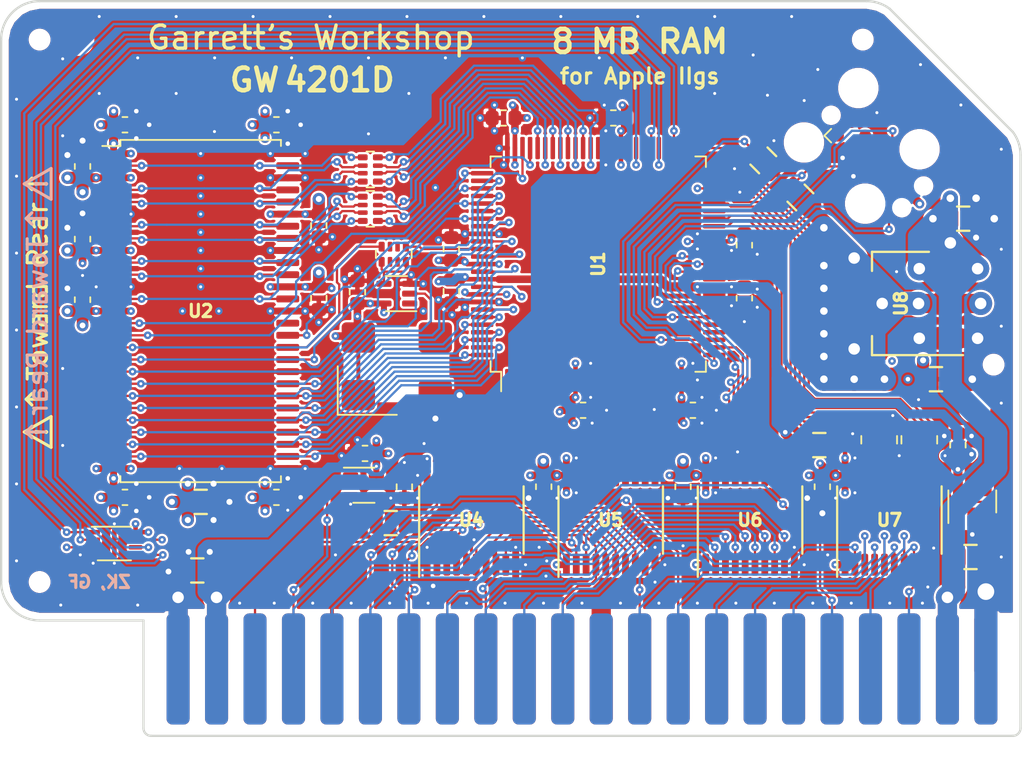
<source format=kicad_pcb>
(kicad_pcb (version 20171130) (host pcbnew "(5.1.5-0-10_14)")
  (title_block (title "GW4203D (RAM2GS II)") (date 2020-08-02) (rev 1.0) (company "Garrett's Workshop"))
  (layers (0 F.Cu signal) (1 In1.Cu power) (2 In2.Cu power) (31 B.Cu signal) (34 B.Paste user) (35 F.Paste user) (36 B.SilkS user) (37 F.SilkS user) (38 B.Mask user) (39 F.Mask user) (44 Edge.Cuts user))
  (net 0 "")
  (net 1 GND)
  (net 2 /FA15)
  (net 3 /FA14)
  (net 4 /FA13)
  (net 5 /FA12)
  (net 6 /FA11)
  (net 7 /FA10)
  (net 8 /~CRAS~)
  (net 9 /ABORT)
  (net 10 /PH2)
  (net 11 /~CSEL~)
  (net 12 /~CROMSEL~)
  (net 13 /CROW1)
  (net 14 /CROW0)
  (net 15 /~CCAS~)
  (net 16 /~FWE~)
  (net 17 /FRA1)
  (net 18 /FRA2)
  (net 19 /FRA0)
  (net 20 /FRA7)
  (net 21 /FRA5)
  (net 22 /FRA4)
  (net 23 /FRA3)
  (net 24 /FRA6)
  (net 25 /FRA8)
  (net 26 /FRA9)
  (net 27 /FD2)
  (net 28 /FD7)
  (net 29 /FD0)
  (net 30 /FD6)
  (net 31 /FD4)
  (net 32 /FD5)
  (net 33 /FD3)
  (net 34 /FD1)
  (net 35 "Net-(RN1-Pad1)")
  (net 36 /AClk)
  (net 37 /RClk)
  (net 38 +3V3)
  (net 39 /Dout5)
  (net 40 /Dout6)
  (net 41 /Dout4)
  (net 42 /Dout7)
  (net 43 /Dout2)
  (net 44 /Dout1)
  (net 45 /Dout0)
  (net 46 /Dout3)
  (net 47 /Din3)
  (net 48 /Din0)
  (net 49 /Din1)
  (net 50 /Din2)
  (net 51 /Din7)
  (net 52 /Din4)
  (net 53 /Din6)
  (net 54 /Din5)
  (net 55 /~WE~in)
  (net 56 /Ain0)
  (net 57 /Ain2)
  (net 58 /Ain1)
  (net 59 /PH2in)
  (net 60 /~CCAS~in)
  (net 61 /CROWin0)
  (net 62 /CROWin1)
  (net 63 /~CRAS~in)
  (net 64 /RD0)
  (net 65 /RD2)
  (net 66 /RD1)
  (net 67 /RD3)
  (net 68 /RD1r)
  (net 69 /RD0r)
  (net 70 /RD2r)
  (net 71 /RD3r)
  (net 72 /RD7r)
  (net 73 /RD6r)
  (net 74 /RD4r)
  (net 75 /RD5r)
  (net 76 /RD7)
  (net 77 /RD5)
  (net 78 /RD6)
  (net 79 /RD4)
  (net 80 /Ain7)
  (net 81 /Ain5)
  (net 82 /Ain4)
  (net 83 /Ain3)
  (net 84 /Ain6)
  (net 85 /Ain8)
  (net 86 /Ain9)
  (net 87 /DQMH)
  (net 88 /CKE)
  (net 89 /RA11)
  (net 90 /RA9)
  (net 91 /RA8)
  (net 92 /RA7)
  (net 93 /RA6)
  (net 94 /RA5)
  (net 95 /RA4)
  (net 96 /RA3)
  (net 97 /RA2)
  (net 98 /RA1)
  (net 99 /RA0)
  (net 100 /RA10)
  (net 101 /BA1)
  (net 102 /BA0)
  (net 103 /R~CS~)
  (net 104 /R~RAS~)
  (net 105 /R~CAS~)
  (net 106 /R~WE~)
  (net 107 /DQML)
  (net 108 "Net-(RN4-Pad1)")
  (net 109 "Net-(RN4-Pad3)")
  (net 110 "Net-(RN4-Pad2)")
  (net 111 "Net-(RN4-Pad4)")
  (net 112 "Net-(RN5-Pad4)")
  (net 113 "Net-(RN5-Pad2)")
  (net 114 "Net-(RN5-Pad3)")
  (net 115 "Net-(RN5-Pad1)")
  (net 116 "Net-(U10-Pad2)")
  (net 117 /TDI)
  (net 118 "Net-(J2-Pad8)")
  (net 119 /TMS)
  (net 120 /TDO)
  (net 121 /TCK)
  (net 122 +5V)
  (net 123 "Net-(U9-Pad1)")
  (net 124 "Net-(U10-Pad1)")
  (net 125 "Net-(R3-Pad2)")
  (net 126 "Net-(R3-Pad1)")
  (net 127 "Net-(RN1-Pad6)")
  (net 128 "Net-(RN1-Pad7)")
  (net 129 "Net-(RN1-Pad2)")
  (net 130 "Net-(RN1-Pad3)")
  (net 131 /MISO)
  (net 132 /MOSI)
  (net 133 /SCK)
  (net 134 /S~CS~)
  (net 135 /D2)
  (net 136 /D3)
  (net 137 +1V2)
  (net 138 "Net-(U1-Pad9)")
  (net 139 "Net-(U1-Pad11)")
  (net 140 "Net-(U1-Pad13)")
  (net 141 "Net-(U1-Pad32)")
  (net 142 "Net-(U1-Pad34)")
  (net 143 "Net-(U1-Pad36)")
  (net 144 "Net-(U1-Pad48)")
  (net 145 "Net-(U1-Pad52)")
  (net 146 "Net-(U1-Pad54)")
  (net 147 "Net-(U1-Pad57)")
  (net 148 "Net-(U1-Pad59)")
  (net 149 "Net-(U1-Pad61)")
  (net 150 "Net-(U1-Pad63)")
  (net 151 "Net-(U12-Pad4)")
  (net 152 "Net-(J2-Pad10)")
  (net 153 "Net-(J2-Pad9)")
  (module stdpads:TQFP-100_14x14mm_P0.5mm (layer F.Cu) (at 85.4 108.55)
    (fp_text reference U1)
    (fp_text value LCMXO256-TQFP-100)
    (fp_text user %R (at 0 0 -270) (layer F.SilkS) (effects (font (size 0.8128 0.8128) (thickness 0.2032))))
    (pad 1 smd roundrect (at -6 7.6625 90) (size 1.475 0.3) (layers F.Cu F.Paste F.Mask) (net 45 /Dout0))
    (pad 2 smd roundrect (at -5.5 7.6625 90) (size 1.475 0.3) (layers F.Cu F.Paste F.Mask) (net 40 /Dout6))
    (pad 3 smd roundrect (at -5 7.6625 90) (size 1.475 0.3) (layers F.Cu F.Paste F.Mask) (net 42 /Dout7))
    (pad 4 smd roundrect (at -4.5 7.6625 90) (size 1.475 0.3) (layers F.Cu F.Paste F.Mask) (net 41 /Dout4))
    (pad 5 smd roundrect (at -4 7.6625 90) (size 1.475 0.3) (layers F.Cu F.Paste F.Mask) (net 39 /Dout5))
    (pad 6 smd roundrect (at -3.5 7.6625 90) (size 1.475 0.3) (layers F.Cu F.Paste F.Mask) (net 46 /Dout3))
    (pad 7 smd roundrect (at -3 7.6625 90) (size 1.475 0.3) (layers F.Cu F.Paste F.Mask) (net 44 /Dout1))
    (pad 8 smd roundrect (at -2.5 7.6625 90) (size 1.475 0.3) (layers F.Cu F.Paste F.Mask) (net 43 /Dout2))
    (pad 9 smd roundrect (at -2 7.6625 90) (size 1.475 0.3) (layers F.Cu F.Paste F.Mask) (net 138 "Net-(U1-Pad9)"))
    (pad 10 smd roundrect (at -1.5 7.6625 90) (size 1.475 0.3) (layers F.Cu F.Paste F.Mask) (net 38 +3V3))
    (pad 11 smd roundrect (at -1 7.6625 90) (size 1.475 0.3) (layers F.Cu F.Paste F.Mask) (net 139 "Net-(U1-Pad11)"))
    (pad 12 smd roundrect (at -0.5 7.6625 90) (size 1.475 0.3) (layers F.Cu F.Paste F.Mask) (net 1 GND))
    (pad 13 smd roundrect (at 0 7.6625 90) (size 1.475 0.3) (layers F.Cu F.Paste F.Mask) (net 140 "Net-(U1-Pad13)"))
    (pad 14 smd roundrect (at 0.5 7.6625 90) (size 1.475 0.3) (layers F.Cu F.Paste F.Mask) (net 50 /Din2))
    (pad 15 smd roundrect (at 1 7.6625 90) (size 1.475 0.3) (layers F.Cu F.Paste F.Mask) (net 49 /Din1))
    (pad 16 smd roundrect (at 1.5 7.6625 90) (size 1.475 0.3) (layers F.Cu F.Paste F.Mask) (net 47 /Din3))
    (pad 17 smd roundrect (at 2 7.6625 90) (size 1.475 0.3) (layers F.Cu F.Paste F.Mask) (net 54 /Din5))
    (pad 18 smd roundrect (at 2.5 7.6625 90) (size 1.475 0.3) (layers F.Cu F.Paste F.Mask) (net 52 /Din4))
    (pad 19 smd roundrect (at 3 7.6625 90) (size 1.475 0.3) (layers F.Cu F.Paste F.Mask) (net 51 /Din7))
    (pad 20 smd roundrect (at 3.5 7.6625 90) (size 1.475 0.3) (layers F.Cu F.Paste F.Mask) (net 53 /Din6))
    (pad 21 smd roundrect (at 4 7.6625 90) (size 1.475 0.3) (layers F.Cu F.Paste F.Mask) (net 48 /Din0))
    (pad 22 smd roundrect (at 4.5 7.6625 90) (size 1.475 0.3) (layers F.Cu F.Paste F.Mask) (net 55 /~WE~in))
    (pad 23 smd roundrect (at 5 7.6625 90) (size 1.475 0.3) (layers F.Cu F.Paste F.Mask) (net 56 /Ain0))
    (pad 24 smd roundrect (at 5.5 7.6625 90) (size 1.475 0.3) (layers F.Cu F.Paste F.Mask) (net 38 +3V3))
    (pad 25 smd roundrect (at 6 7.6625 90) (size 1.475 0.3) (layers F.Cu F.Paste F.Mask) (net 1 GND))
    (pad 26 smd roundrect (at 7.6625 6 90) (size 0.3 1.475) (layers F.Cu F.Paste F.Mask) (net 119 /TMS))
    (pad 27 smd roundrect (at 7.6625 5.5 90) (size 0.3 1.475) (layers F.Cu F.Paste F.Mask) (net 60 /~CCAS~in))
    (pad 28 smd roundrect (at 7.6625 5 90) (size 0.3 1.475) (layers F.Cu F.Paste F.Mask) (net 121 /TCK))
    (pad 29 smd roundrect (at 7.6625 4.5 90) (size 0.3 1.475) (layers F.Cu F.Paste F.Mask) (net 61 /CROWin0))
    (pad 30 smd roundrect (at 7.6625 4 90) (size 0.3 1.475) (layers F.Cu F.Paste F.Mask) (net 62 /CROWin1))
    (pad 31 smd roundrect (at 7.6625 3.5 90) (size 0.3 1.475) (layers F.Cu F.Paste F.Mask) (net 120 /TDO))
    (pad 32 smd roundrect (at 7.6625 3 90) (size 0.3 1.475) (layers F.Cu F.Paste F.Mask) (net 141 "Net-(U1-Pad32)"))
    (pad 33 smd roundrect (at 7.6625 2.5 90) (size 0.3 1.475) (layers F.Cu F.Paste F.Mask) (net 117 /TDI))
    (pad 34 smd roundrect (at 7.6625 2 90) (size 0.3 1.475) (layers F.Cu F.Paste F.Mask) (net 142 "Net-(U1-Pad34)"))
    (pad 35 smd roundrect (at 7.6625 1.5 90) (size 0.3 1.475) (layers F.Cu F.Paste F.Mask) (net 137 +1V2))
    (pad 36 smd roundrect (at 7.6625 1 90) (size 0.3 1.475) (layers F.Cu F.Paste F.Mask) (net 143 "Net-(U1-Pad36)"))
    (pad 37 smd roundrect (at 7.6625 0.5 90) (size 0.3 1.475) (layers F.Cu F.Paste F.Mask) (net 57 /Ain2))
    (pad 38 smd roundrect (at 7.6625 0 90) (size 0.3 1.475) (layers F.Cu F.Paste F.Mask) (net 58 /Ain1))
    (pad 39 smd roundrect (at 7.6625 -0.5 90) (size 0.3 1.475) (layers F.Cu F.Paste F.Mask) (net 59 /PH2in))
    (pad 40 smd roundrect (at 7.6625 -1 90) (size 0.3 1.475) (layers F.Cu F.Paste F.Mask) (net 1 GND))
    (pad 41 smd roundrect (at 7.6625 -1.5 90) (size 0.3 1.475) (layers F.Cu F.Paste F.Mask) (net 38 +3V3))
    (pad 42 smd roundrect (at 7.6625 -2 90) (size 0.3 1.475) (layers F.Cu F.Paste F.Mask) (net 1 GND))
    (pad 43 smd roundrect (at 7.6625 -2.5 90) (size 0.3 1.475) (layers F.Cu F.Paste F.Mask) (net 63 /~CRAS~in))
    (pad 44 smd roundrect (at 7.6625 -3 90) (size 0.3 1.475) (layers F.Cu F.Paste F.Mask) (net 80 /Ain7))
    (pad 45 smd roundrect (at 7.6625 -3.5 90) (size 0.3 1.475) (layers F.Cu F.Paste F.Mask) (net 81 /Ain5))
    (pad 46 smd roundrect (at 7.6625 -4 90) (size 0.3 1.475) (layers F.Cu F.Paste F.Mask) (net 82 /Ain4))
    (pad 47 smd roundrect (at 7.6625 -4.5 90) (size 0.3 1.475) (layers F.Cu F.Paste F.Mask) (net 83 /Ain3))
    (pad 48 smd roundrect (at 7.6625 -5 90) (size 0.3 1.475) (layers F.Cu F.Paste F.Mask) (net 144 "Net-(U1-Pad48)"))
    (pad 49 smd roundrect (at 7.6625 -5.5 90) (size 0.3 1.475) (layers F.Cu F.Paste F.Mask) (net 84 /Ain6))
    (pad 50 smd roundrect (at 7.6625 -6 90) (size 0.3 1.475) (layers F.Cu F.Paste F.Mask) (net 85 /Ain8))
    (pad 51 smd roundrect (at 6 -7.6625 90) (size 1.475 0.3) (layers F.Cu F.Paste F.Mask) (net 86 /Ain9))
    (pad 52 smd roundrect (at 5.5 -7.6625 90) (size 1.475 0.3) (layers F.Cu F.Paste F.Mask) (net 145 "Net-(U1-Pad52)"))
    (pad 53 smd roundrect (at 5 -7.6625 90) (size 1.475 0.3) (layers F.Cu F.Paste F.Mask) (net 134 /S~CS~))
    (pad 54 smd roundrect (at 4.5 -7.6625 90) (size 1.475 0.3) (layers F.Cu F.Paste F.Mask) (net 146 "Net-(U1-Pad54)"))
    (pad 55 smd roundrect (at 4 -7.6625 90) (size 1.475 0.3) (layers F.Cu F.Paste F.Mask) (net 131 /MISO))
    (pad 56 smd roundrect (at 3.5 -7.6625 90) (size 1.475 0.3) (layers F.Cu F.Paste F.Mask) (net 132 /MOSI))
    (pad 57 smd roundrect (at 3 -7.6625 90) (size 1.475 0.3) (layers F.Cu F.Paste F.Mask) (net 147 "Net-(U1-Pad57)"))
    (pad 58 smd roundrect (at 2.5 -7.6625 90) (size 1.475 0.3) (layers F.Cu F.Paste F.Mask) (net 133 /SCK))
    (pad 59 smd roundrect (at 2 -7.6625 90) (size 1.475 0.3) (layers F.Cu F.Paste F.Mask) (net 148 "Net-(U1-Pad59)"))
    (pad 60 smd roundrect (at 1.5 -7.6625 90) (size 1.475 0.3) (layers F.Cu F.Paste F.Mask) (net 38 +3V3))
    (pad 61 smd roundrect (at 1 -7.6625 90) (size 1.475 0.3) (layers F.Cu F.Paste F.Mask) (net 149 "Net-(U1-Pad61)"))
    (pad 62 smd roundrect (at 0.5 -7.6625 90) (size 1.475 0.3) (layers F.Cu F.Paste F.Mask) (net 1 GND))
    (pad 63 smd roundrect (at 0 -7.6625 90) (size 1.475 0.3) (layers F.Cu F.Paste F.Mask) (net 150 "Net-(U1-Pad63)"))
    (pad 64 smd roundrect (at -0.5 -7.6625 90) (size 1.475 0.3) (layers F.Cu F.Paste F.Mask) (net 69 /RD0r))
    (pad 65 smd roundrect (at -1 -7.6625 90) (size 1.475 0.3) (layers F.Cu F.Paste F.Mask) (net 68 /RD1r))
    (pad 66 smd roundrect (at -1.5 -7.6625 90) (size 1.475 0.3) (layers F.Cu F.Paste F.Mask) (net 71 /RD3r))
    (pad 67 smd roundrect (at -2 -7.6625 90) (size 1.475 0.3) (layers F.Cu F.Paste F.Mask) (net 70 /RD2r))
    (pad 68 smd roundrect (at -2.5 -7.6625 90) (size 1.475 0.3) (layers F.Cu F.Paste F.Mask) (net 75 /RD5r))
    (pad 69 smd roundrect (at -3 -7.6625 90) (size 1.475 0.3) (layers F.Cu F.Paste F.Mask) (net 74 /RD4r))
    (pad 70 smd roundrect (at -3.5 -7.6625 90) (size 1.475 0.3) (layers F.Cu F.Paste F.Mask) (net 73 /RD6r))
    (pad 71 smd roundrect (at -4 -7.6625 90) (size 1.475 0.3) (layers F.Cu F.Paste F.Mask) (net 72 /RD7r))
    (pad 72 smd roundrect (at -4.5 -7.6625 90) (size 1.475 0.3) (layers F.Cu F.Paste F.Mask) (net 107 /DQML))
    (pad 73 smd roundrect (at -5 -7.6625 90) (size 1.475 0.3) (layers F.Cu F.Paste F.Mask) (net 104 /R~RAS~))
    (pad 74 smd roundrect (at -5.5 -7.6625 90) (size 1.475 0.3) (layers F.Cu F.Paste F.Mask) (net 38 +3V3))
    (pad 75 smd roundrect (at -6 -7.6625 90) (size 1.475 0.3) (layers F.Cu F.Paste F.Mask) (net 1 GND))
    (pad 76 smd roundrect (at -7.6625 -6 90) (size 0.3 1.475) (layers F.Cu F.Paste F.Mask) (net 106 /R~WE~))
    (pad 77 smd roundrect (at -7.6625 -5.5 90) (size 0.3 1.475) (layers F.Cu F.Paste F.Mask) (net 103 /R~CS~))
    (pad 78 smd roundrect (at -7.6625 -5 90) (size 0.3 1.475) (layers F.Cu F.Paste F.Mask) (net 87 /DQMH))
    (pad 79 smd roundrect (at -7.6625 -4.5 90) (size 0.3 1.475) (layers F.Cu F.Paste F.Mask) (net 102 /BA0))
    (pad 80 smd roundrect (at -7.6625 -4 90) (size 0.3 1.475) (layers F.Cu F.Paste F.Mask) (net 105 /R~CAS~))
    (pad 81 smd roundrect (at -7.6625 -3.5 90) (size 0.3 1.475) (layers F.Cu F.Paste F.Mask) (net 89 /RA11))
    (pad 82 smd roundrect (at -7.6625 -3 90) (size 0.3 1.475) (layers F.Cu F.Paste F.Mask) (net 88 /CKE))
    (pad 83 smd roundrect (at -7.6625 -2.5 90) (size 0.3 1.475) (layers F.Cu F.Paste F.Mask) (net 101 /BA1))
    (pad 84 smd roundrect (at -7.6625 -2 90) (size 0.3 1.475) (layers F.Cu F.Paste F.Mask) (net 1 GND))
    (pad 85 smd roundrect (at -7.6625 -1.5 90) (size 0.3 1.475) (layers F.Cu F.Paste F.Mask) (net 90 /RA9))
    (pad 86 smd roundrect (at -7.6625 -1 90) (size 0.3 1.475) (layers F.Cu F.Paste F.Mask) (net 36 /AClk))
    (pad 87 smd roundrect (at -7.6625 -0.5 90) (size 0.3 1.475) (layers F.Cu F.Paste F.Mask) (net 100 /RA10))
    (pad 88 smd roundrect (at -7.6625 0 90) (size 0.3 1.475) (layers F.Cu F.Paste F.Mask) (net 38 +3V3))
    (pad 89 smd roundrect (at -7.6625 0.5 90) (size 0.3 1.475) (layers F.Cu F.Paste F.Mask) (net 98 /RA1))
    (pad 90 smd roundrect (at -7.6625 1 90) (size 0.3 1.475) (layers F.Cu F.Paste F.Mask) (net 137 +1V2))
    (pad 91 smd roundrect (at -7.6625 1.5 90) (size 0.3 1.475) (layers F.Cu F.Paste F.Mask) (net 93 /RA6))
    (pad 92 smd roundrect (at -7.6625 2 90) (size 0.3 1.475) (layers F.Cu F.Paste F.Mask) (net 38 +3V3))
    (pad 93 smd roundrect (at -7.6625 2.5 90) (size 0.3 1.475) (layers F.Cu F.Paste F.Mask) (net 1 GND))
    (pad 94 smd roundrect (at -7.6625 3 90) (size 0.3 1.475) (layers F.Cu F.Paste F.Mask) (net 97 /RA2))
    (pad 95 smd roundrect (at -7.6625 3.5 90) (size 0.3 1.475) (layers F.Cu F.Paste F.Mask) (net 94 /RA5))
    (pad 96 smd roundrect (at -7.6625 4 90) (size 0.3 1.475) (layers F.Cu F.Paste F.Mask) (net 91 /RA8))
    (pad 97 smd roundrect (at -7.6625 4.5 90) (size 0.3 1.475) (layers F.Cu F.Paste F.Mask) (net 96 /RA3))
    (pad 98 smd roundrect (at -7.6625 5 90) (size 0.3 1.475) (layers F.Cu F.Paste F.Mask) (net 99 /RA0))
    (pad 99 smd roundrect (at -7.6625 5.5 90) (size 0.3 1.475) (layers F.Cu F.Paste F.Mask) (net 95 /RA4))
    (pad 100 smd roundrect (at -7.6625 6 90) (size 0.3 1.475) (layers F.Cu F.Paste F.Mask) (net 92 /RA7))
  )
  (module stdpads:C_0603 (layer F.Cu) (at 75.7 107.55 90)
    (fp_text reference C11)
    (fp_text value 2u2)
    (pad 2 smd roundrect (at 0.75 0 90) (size 0.85 0.95) (layers F.Cu F.Paste F.Mask) (net 1 GND))
    (pad 1 smd roundrect (at -0.75 0 90) (size 0.85 0.95) (layers F.Cu F.Paste F.Mask) (net 38 +3V3))
  )
  (module stdpads:C_0603 (layer F.Cu) (at 75.7 110.35 270)
    (fp_text reference C15)
    (fp_text value 2u2)
    (pad 1 smd roundrect (at -0.75 0 270) (size 0.85 0.95) (layers F.Cu F.Paste F.Mask) (net 137 +1V2))
    (pad 2 smd roundrect (at 0.75 0 270) (size 0.85 0.95) (layers F.Cu F.Paste F.Mask) (net 1 GND))
  )
  (module stdpads:C_0603 (layer F.Cu) (at 84.4 118.2)
    (fp_text reference C9)
    (fp_text value 2u2)
    (pad 2 smd roundrect (at 0.75 0) (size 0.85 0.95) (layers F.Cu F.Paste F.Mask) (net 1 GND))
    (pad 1 smd roundrect (at -0.75 0) (size 0.85 0.95) (layers F.Cu F.Paste F.Mask) (net 38 +3V3))
  )
  (module stdpads:C_0603 (layer F.Cu) (at 91.65 118.2)
    (fp_text reference C29)
    (fp_text value 2u2)
    (pad 1 smd roundrect (at -0.75 0) (size 0.85 0.95) (layers F.Cu F.Paste F.Mask) (net 38 +3V3))
    (pad 2 smd roundrect (at 0.75 0) (size 0.85 0.95) (layers F.Cu F.Paste F.Mask) (net 1 GND))
  )
  (module stdpads:C_0603 (layer F.Cu) (at 95.05 110.8 270)
    (fp_text reference C14)
    (fp_text value 2u2)
    (pad 2 smd roundrect (at 0.75 0 270) (size 0.85 0.95) (layers F.Cu F.Paste F.Mask) (net 1 GND))
    (pad 1 smd roundrect (at -0.75 0 270) (size 0.85 0.95) (layers F.Cu F.Paste F.Mask) (net 137 +1V2))
  )
  (module stdpads:R_0805 (layer F.Cu) (at 96.3 101.7 315)
    (fp_text reference R1)
    (fp_text value 22k)
    (pad 2 smd roundrect (at 0.95 0 315) (size 0.85 1.4) (layers F.Cu F.Paste F.Mask) (net 1 GND))
    (pad 1 smd roundrect (at -0.95 0 315) (size 0.85 1.4) (layers F.Cu F.Paste F.Mask) (net 121 /TCK))
  )
  (module stdpads:TSSOP-20_4.4x6.5mm_P0.65mm (layer F.Cu) (at 77.025 125.45)
    (fp_text reference U4)
    (fp_text value 74AHCT245PW)
    (fp_text user %R (at 0 0) (layer F.SilkS) (effects (font (size 0.8128 0.8128) (thickness 0.2032))))
    (pad 20 smd roundrect (at -2.925 -2.95 90) (size 1.45 0.45) (layers F.Cu F.Paste F.Mask) (net 122 +5V))
    (pad 19 smd roundrect (at -2.275 -2.95 90) (size 1.45 0.45) (layers F.Cu F.Paste F.Mask) (net 125 "Net-(R3-Pad2)"))
    (pad 18 smd roundrect (at -1.625 -2.95 90) (size 1.45 0.45) (layers F.Cu F.Paste F.Mask) (net 45 /Dout0))
    (pad 17 smd roundrect (at -0.975 -2.95 90) (size 1.45 0.45) (layers F.Cu F.Paste F.Mask) (net 40 /Dout6))
    (pad 16 smd roundrect (at -0.325 -2.95 90) (size 1.45 0.45) (layers F.Cu F.Paste F.Mask) (net 42 /Dout7))
    (pad 15 smd roundrect (at 0.325 -2.95 90) (size 1.45 0.45) (layers F.Cu F.Paste F.Mask) (net 41 /Dout4))
    (pad 14 smd roundrect (at 0.975 -2.95 90) (size 1.45 0.45) (layers F.Cu F.Paste F.Mask) (net 39 /Dout5))
    (pad 13 smd roundrect (at 1.625 -2.95 90) (size 1.45 0.45) (layers F.Cu F.Paste F.Mask) (net 46 /Dout3))
    (pad 12 smd roundrect (at 2.275 -2.95 90) (size 1.45 0.45) (layers F.Cu F.Paste F.Mask) (net 44 /Dout1))
    (pad 11 smd roundrect (at 2.925 -2.95 90) (size 1.45 0.45) (layers F.Cu F.Paste F.Mask) (net 43 /Dout2))
    (pad 10 smd roundrect (at 2.925 2.95 90) (size 1.45 0.45) (layers F.Cu F.Paste F.Mask) (net 1 GND))
    (pad 9 smd roundrect (at 2.275 2.95 90) (size 1.45 0.45) (layers F.Cu F.Paste F.Mask) (net 27 /FD2))
    (pad 8 smd roundrect (at 1.625 2.95 90) (size 1.45 0.45) (layers F.Cu F.Paste F.Mask) (net 34 /FD1))
    (pad 7 smd roundrect (at 0.975 2.95 90) (size 1.45 0.45) (layers F.Cu F.Paste F.Mask) (net 33 /FD3))
    (pad 6 smd roundrect (at 0.325 2.95 90) (size 1.45 0.45) (layers F.Cu F.Paste F.Mask) (net 32 /FD5))
    (pad 5 smd roundrect (at -0.325 2.95 90) (size 1.45 0.45) (layers F.Cu F.Paste F.Mask) (net 31 /FD4))
    (pad 4 smd roundrect (at -0.975 2.95 90) (size 1.45 0.45) (layers F.Cu F.Paste F.Mask) (net 28 /FD7))
    (pad 3 smd roundrect (at -1.625 2.95 90) (size 1.45 0.45) (layers F.Cu F.Paste F.Mask) (net 30 /FD6))
    (pad 2 smd roundrect (at -2.275 2.95 90) (size 1.45 0.45) (layers F.Cu F.Paste F.Mask) (net 29 /FD0))
    (pad 1 smd roundrect (at -2.925 2.95 90) (size 1.45 0.45) (layers F.Cu F.Paste F.Mask) (net 1 GND))
  )
  (module stdpads:SOT-353 (layer F.Cu) (at 72.1 110.5)
    (fp_text reference U10)
    (fp_text value 74LVC1G04GW)
    (pad 5 smd roundrect (at -0.85 0.65 180) (size 1 0.4) (layers F.Cu F.Paste F.Mask) (net 38 +3V3))
    (pad 4 smd roundrect (at -0.85 -0.65 180) (size 1 0.4) (layers F.Cu F.Paste F.Mask) (net 35 "Net-(RN1-Pad1)"))
    (pad 2 smd roundrect (at 0.85 0 180) (size 1 0.4) (layers F.Cu F.Paste F.Mask) (net 116 "Net-(U10-Pad2)"))
    (pad 1 smd roundrect (at 0.85 0.65 180) (size 1 0.4) (layers F.Cu F.Paste F.Mask) (net 124 "Net-(U10-Pad1)"))
    (pad 3 smd roundrect (at 0.85 -0.65 180) (size 1 0.4) (layers F.Cu F.Paste F.Mask) (net 1 GND))
  )
  (module stdpads:SOT-353 (layer F.Cu) (at 69.9 123.15 180)
    (fp_text reference U9)
    (fp_text value 74LVC1G04GW)
    (pad 5 smd roundrect (at -0.85 0.65) (size 1 0.4) (layers F.Cu F.Paste F.Mask) (net 38 +3V3))
    (pad 4 smd roundrect (at -0.85 -0.65) (size 1 0.4) (layers F.Cu F.Paste F.Mask) (net 126 "Net-(R3-Pad1)"))
    (pad 2 smd roundrect (at 0.85 0) (size 1 0.4) (layers F.Cu F.Paste F.Mask) (net 11 /~CSEL~))
    (pad 1 smd roundrect (at 0.85 0.65) (size 1 0.4) (layers F.Cu F.Paste F.Mask) (net 123 "Net-(U9-Pad1)"))
    (pad 3 smd roundrect (at 0.85 -0.65) (size 1 0.4) (layers F.Cu F.Paste F.Mask) (net 1 GND))
  )
  (module stdpads:SOT-223 (layer F.Cu) (at 105.387 111.15)
    (fp_text reference U8 (at 0 0 270) (layer F.SilkS) (effects (font (size 0.8128 0.8128) (thickness 0.2032))))
    (fp_text value AZ1117CH-3.3)
    (pad 1 smd roundrect (at 3.15 2.3 180) (size 2 1.5) (layers F.Cu F.Paste F.Mask) (roundrect_rratio 0.2) (net 1 GND))
    (pad 3 smd roundrect (at 3.15 -2.3 180) (size 2 1.5) (layers F.Cu F.Paste F.Mask) (roundrect_rratio 0.2) (net 122 +5V))
    (pad 2 smd roundrect (at 3.15 0 180) (size 2 1.5) (layers F.Cu F.Paste F.Mask) (roundrect_rratio 0.2) (net 38 +3V3))
    (pad 2 smd roundrect (at -3.15 0 180) (size 2 3.8) (layers F.Cu F.Paste F.Mask) (roundrect_rratio 0.15) (net 38 +3V3))
  )
  (module stdpads:TSSOP-20_4.4x6.5mm_P0.65mm (layer F.Cu) (at 95.425 125.45)
    (fp_text reference U6)
    (fp_text value 74LVC245APW)
    (fp_text user %R (at 0 0) (layer F.SilkS) (effects (font (size 0.8128 0.8128) (thickness 0.2032))))
    (pad 20 smd roundrect (at -2.925 -2.95 90) (size 1.45 0.45) (layers F.Cu F.Paste F.Mask) (net 38 +3V3))
    (pad 19 smd roundrect (at -2.275 -2.95 90) (size 1.45 0.45) (layers F.Cu F.Paste F.Mask) (net 1 GND))
    (pad 18 smd roundrect (at -1.625 -2.95 90) (size 1.45 0.45) (layers F.Cu F.Paste F.Mask) (net 55 /~WE~in))
    (pad 17 smd roundrect (at -0.975 -2.95 90) (size 1.45 0.45) (layers F.Cu F.Paste F.Mask) (net 56 /Ain0))
    (pad 16 smd roundrect (at -0.325 -2.95 90) (size 1.45 0.45) (layers F.Cu F.Paste F.Mask) (net 57 /Ain2))
    (pad 15 smd roundrect (at 0.325 -2.95 90) (size 1.45 0.45) (layers F.Cu F.Paste F.Mask) (net 58 /Ain1))
    (pad 14 smd roundrect (at 0.975 -2.95 90) (size 1.45 0.45) (layers F.Cu F.Paste F.Mask) (net 59 /PH2in))
    (pad 13 smd roundrect (at 1.625 -2.95 90) (size 1.45 0.45) (layers F.Cu F.Paste F.Mask) (net 60 /~CCAS~in))
    (pad 12 smd roundrect (at 2.275 -2.95 90) (size 1.45 0.45) (layers F.Cu F.Paste F.Mask) (net 61 /CROWin0))
    (pad 11 smd roundrect (at 2.925 -2.95 90) (size 1.45 0.45) (layers F.Cu F.Paste F.Mask) (net 62 /CROWin1))
    (pad 10 smd roundrect (at 2.925 2.95 90) (size 1.45 0.45) (layers F.Cu F.Paste F.Mask) (net 1 GND))
    (pad 9 smd roundrect (at 2.275 2.95 90) (size 1.45 0.45) (layers F.Cu F.Paste F.Mask) (net 13 /CROW1))
    (pad 8 smd roundrect (at 1.625 2.95 90) (size 1.45 0.45) (layers F.Cu F.Paste F.Mask) (net 14 /CROW0))
    (pad 7 smd roundrect (at 0.975 2.95 90) (size 1.45 0.45) (layers F.Cu F.Paste F.Mask) (net 15 /~CCAS~))
    (pad 6 smd roundrect (at 0.325 2.95 90) (size 1.45 0.45) (layers F.Cu F.Paste F.Mask) (net 10 /PH2))
    (pad 5 smd roundrect (at -0.325 2.95 90) (size 1.45 0.45) (layers F.Cu F.Paste F.Mask) (net 17 /FRA1))
    (pad 4 smd roundrect (at -0.975 2.95 90) (size 1.45 0.45) (layers F.Cu F.Paste F.Mask) (net 18 /FRA2))
    (pad 3 smd roundrect (at -1.625 2.95 90) (size 1.45 0.45) (layers F.Cu F.Paste F.Mask) (net 19 /FRA0))
    (pad 2 smd roundrect (at -2.275 2.95 90) (size 1.45 0.45) (layers F.Cu F.Paste F.Mask) (net 16 /~FWE~))
    (pad 1 smd roundrect (at -2.925 2.95 90) (size 1.45 0.45) (layers F.Cu F.Paste F.Mask) (net 38 +3V3))
  )
  (module stdpads:TSSOP-20_4.4x6.5mm_P0.65mm (layer F.Cu) (at 104.625 125.45)
    (fp_text reference U7)
    (fp_text value 74LVC245APW)
    (fp_text user %R (at 0 0) (layer F.SilkS) (effects (font (size 0.8128 0.8128) (thickness 0.2032))))
    (pad 20 smd roundrect (at -2.925 -2.95 90) (size 1.45 0.45) (layers F.Cu F.Paste F.Mask) (net 38 +3V3))
    (pad 19 smd roundrect (at -2.275 -2.95 90) (size 1.45 0.45) (layers F.Cu F.Paste F.Mask) (net 1 GND))
    (pad 18 smd roundrect (at -1.625 -2.95 90) (size 1.45 0.45) (layers F.Cu F.Paste F.Mask) (net 108 "Net-(RN4-Pad1)"))
    (pad 17 smd roundrect (at -0.975 -2.95 90) (size 1.45 0.45) (layers F.Cu F.Paste F.Mask) (net 110 "Net-(RN4-Pad2)"))
    (pad 16 smd roundrect (at -0.325 -2.95 90) (size 1.45 0.45) (layers F.Cu F.Paste F.Mask) (net 109 "Net-(RN4-Pad3)"))
    (pad 15 smd roundrect (at 0.325 -2.95 90) (size 1.45 0.45) (layers F.Cu F.Paste F.Mask) (net 111 "Net-(RN4-Pad4)"))
    (pad 14 smd roundrect (at 0.975 -2.95 90) (size 1.45 0.45) (layers F.Cu F.Paste F.Mask) (net 115 "Net-(RN5-Pad1)"))
    (pad 13 smd roundrect (at 1.625 -2.95 90) (size 1.45 0.45) (layers F.Cu F.Paste F.Mask) (net 113 "Net-(RN5-Pad2)"))
    (pad 12 smd roundrect (at 2.275 -2.95 90) (size 1.45 0.45) (layers F.Cu F.Paste F.Mask) (net 114 "Net-(RN5-Pad3)"))
    (pad 11 smd roundrect (at 2.925 -2.95 90) (size 1.45 0.45) (layers F.Cu F.Paste F.Mask) (net 112 "Net-(RN5-Pad4)"))
    (pad 10 smd roundrect (at 2.925 2.95 90) (size 1.45 0.45) (layers F.Cu F.Paste F.Mask) (net 1 GND))
    (pad 9 smd roundrect (at 2.275 2.95 90) (size 1.45 0.45) (layers F.Cu F.Paste F.Mask) (net 26 /FRA9))
    (pad 8 smd roundrect (at 1.625 2.95 90) (size 1.45 0.45) (layers F.Cu F.Paste F.Mask) (net 25 /FRA8))
    (pad 7 smd roundrect (at 0.975 2.95 90) (size 1.45 0.45) (layers F.Cu F.Paste F.Mask) (net 24 /FRA6))
    (pad 6 smd roundrect (at 0.325 2.95 90) (size 1.45 0.45) (layers F.Cu F.Paste F.Mask) (net 23 /FRA3))
    (pad 5 smd roundrect (at -0.325 2.95 90) (size 1.45 0.45) (layers F.Cu F.Paste F.Mask) (net 22 /FRA4))
    (pad 4 smd roundrect (at -0.975 2.95 90) (size 1.45 0.45) (layers F.Cu F.Paste F.Mask) (net 21 /FRA5))
    (pad 3 smd roundrect (at -1.625 2.95 90) (size 1.45 0.45) (layers F.Cu F.Paste F.Mask) (net 20 /FRA7))
    (pad 2 smd roundrect (at -2.275 2.95 90) (size 1.45 0.45) (layers F.Cu F.Paste F.Mask) (net 8 /~CRAS~))
    (pad 1 smd roundrect (at -2.925 2.95 90) (size 1.45 0.45) (layers F.Cu F.Paste F.Mask) (net 38 +3V3))
  )
  (module stdpads:TSSOP-20_4.4x6.5mm_P0.65mm (layer F.Cu) (at 86.225 125.45)
    (fp_text reference U5)
    (fp_text value 74LVC245APW)
    (fp_text user %R (at 0 0) (layer F.SilkS) (effects (font (size 0.8128 0.8128) (thickness 0.2032))))
    (pad 20 smd roundrect (at -2.925 -2.95 90) (size 1.45 0.45) (layers F.Cu F.Paste F.Mask) (net 38 +3V3))
    (pad 19 smd roundrect (at -2.275 -2.95 90) (size 1.45 0.45) (layers F.Cu F.Paste F.Mask) (net 1 GND))
    (pad 18 smd roundrect (at -1.625 -2.95 90) (size 1.45 0.45) (layers F.Cu F.Paste F.Mask) (net 50 /Din2))
    (pad 17 smd roundrect (at -0.975 -2.95 90) (size 1.45 0.45) (layers F.Cu F.Paste F.Mask) (net 49 /Din1))
    (pad 16 smd roundrect (at -0.325 -2.95 90) (size 1.45 0.45) (layers F.Cu F.Paste F.Mask) (net 47 /Din3))
    (pad 15 smd roundrect (at 0.325 -2.95 90) (size 1.45 0.45) (layers F.Cu F.Paste F.Mask) (net 54 /Din5))
    (pad 14 smd roundrect (at 0.975 -2.95 90) (size 1.45 0.45) (layers F.Cu F.Paste F.Mask) (net 52 /Din4))
    (pad 13 smd roundrect (at 1.625 -2.95 90) (size 1.45 0.45) (layers F.Cu F.Paste F.Mask) (net 51 /Din7))
    (pad 12 smd roundrect (at 2.275 -2.95 90) (size 1.45 0.45) (layers F.Cu F.Paste F.Mask) (net 53 /Din6))
    (pad 11 smd roundrect (at 2.925 -2.95 90) (size 1.45 0.45) (layers F.Cu F.Paste F.Mask) (net 48 /Din0))
    (pad 10 smd roundrect (at 2.925 2.95 90) (size 1.45 0.45) (layers F.Cu F.Paste F.Mask) (net 1 GND))
    (pad 9 smd roundrect (at 2.275 2.95 90) (size 1.45 0.45) (layers F.Cu F.Paste F.Mask) (net 29 /FD0))
    (pad 8 smd roundrect (at 1.625 2.95 90) (size 1.45 0.45) (layers F.Cu F.Paste F.Mask) (net 30 /FD6))
    (pad 7 smd roundrect (at 0.975 2.95 90) (size 1.45 0.45) (layers F.Cu F.Paste F.Mask) (net 28 /FD7))
    (pad 6 smd roundrect (at 0.325 2.95 90) (size 1.45 0.45) (layers F.Cu F.Paste F.Mask) (net 31 /FD4))
    (pad 5 smd roundrect (at -0.325 2.95 90) (size 1.45 0.45) (layers F.Cu F.Paste F.Mask) (net 32 /FD5))
    (pad 4 smd roundrect (at -0.975 2.95 90) (size 1.45 0.45) (layers F.Cu F.Paste F.Mask) (net 33 /FD3))
    (pad 3 smd roundrect (at -1.625 2.95 90) (size 1.45 0.45) (layers F.Cu F.Paste F.Mask) (net 34 /FD1))
    (pad 2 smd roundrect (at -2.275 2.95 90) (size 1.45 0.45) (layers F.Cu F.Paste F.Mask) (net 27 /FD2))
    (pad 1 smd roundrect (at -2.925 2.95 90) (size 1.45 0.45) (layers F.Cu F.Paste F.Mask) (net 38 +3V3))
  )
  (module stdpads:C_0603 (layer F.Cu) (at 54.15 99.35)
    (fp_text reference C17)
    (fp_text value 2u2)
    (pad 2 smd roundrect (at 0.75 0) (size 0.85 0.95) (layers F.Cu F.Paste F.Mask) (net 1 GND))
    (pad 1 smd roundrect (at -0.75 0) (size 0.85 0.95) (layers F.Cu F.Paste F.Mask) (net 38 +3V3))
  )
  (module stdpads:C_0805 (layer F.Cu) (at 59.15 124.25)
    (fp_text reference C26)
    (fp_text value 10u)
    (pad 2 smd roundrect (at 0.85 0) (size 1.05 1.4) (layers F.Cu F.Paste F.Mask) (net 1 GND))
    (pad 1 smd roundrect (at -0.85 0) (size 1.05 1.4) (layers F.Cu F.Paste F.Mask) (net 38 +3V3))
  )
  (module stdpads:C_0603 (layer F.Cu) (at 70 121.05 180)
    (fp_text reference C27)
    (fp_text value 2u2)
    (pad 2 smd roundrect (at 0.75 0 180) (size 0.85 0.95) (layers F.Cu F.Paste F.Mask) (net 1 GND))
    (pad 1 smd roundrect (at -0.75 0 180) (size 0.85 0.95) (layers F.Cu F.Paste F.Mask) (net 38 +3V3))
  )
  (module stdpads:C_0603 (layer F.Cu) (at 69.5 110.4 90)
    (fp_text reference C10)
    (fp_text value 2u2)
    (pad 2 smd roundrect (at 0.75 0 90) (size 0.85 0.95) (layers F.Cu F.Paste F.Mask) (net 1 GND))
    (pad 1 smd roundrect (at -0.75 0 90) (size 0.85 0.95) (layers F.Cu F.Paste F.Mask) (net 38 +3V3))
  )
  (module stdpads:AppleIIgsMemoryExpansion_Edge (layer F.Cu) (at 84.328 135.382)
    (fp_text reference J1)
    (fp_text value "Memory Expansion")
    (pad 1 smd roundrect (at 26.67 -0.1) (size 1.524 7.34) (layers B.Cu B.Mask) (net 1 GND))
    (pad 2 smd roundrect (at 24.13 -0.1) (size 1.524 7.34) (layers B.Cu B.Mask) (net 122 +5V))
    (pad 3 smd roundrect (at 21.59 -0.1) (size 1.524 7.34) (layers B.Cu B.Mask) (net 26 /FRA9))
    (pad 4 smd roundrect (at 19.05 -0.1) (size 1.524 7.34) (layers B.Cu B.Mask) (net 25 /FRA8))
    (pad 5 smd roundrect (at 16.51 -0.1) (size 1.524 7.34) (layers B.Cu B.Mask) (net 27 /FD2))
    (pad 6 smd roundrect (at 13.97 -0.1) (size 1.524 7.34) (layers B.Cu B.Mask) (net 24 /FRA6))
    (pad 7 smd roundrect (at 11.43 -0.1) (size 1.524 7.34) (layers B.Cu B.Mask) (net 23 /FRA3))
    (pad 8 smd roundrect (at 8.89 -0.1) (size 1.524 7.34) (layers B.Cu B.Mask) (net 22 /FRA4))
    (pad 9 smd roundrect (at 6.35 -0.1) (size 1.524 7.34) (layers B.Cu B.Mask) (net 21 /FRA5))
    (pad 10 smd roundrect (at 3.81 -0.1) (size 1.524 7.34) (layers B.Cu B.Mask) (net 20 /FRA7))
    (pad 11 smd roundrect (at 1.27 -0.1) (size 1.524 7.34) (layers B.Cu B.Mask) (net 122 +5V))
    (pad 12 smd roundrect (at -1.27 -0.1) (size 1.524 7.34) (layers B.Cu B.Mask) (net 16 /~FWE~))
    (pad 13 smd roundrect (at -3.81 -0.1) (size 1.524 7.34) (layers B.Cu B.Mask) (net 19 /FRA0))
    (pad 14 smd roundrect (at -6.35 -0.1) (size 1.524 7.34) (layers B.Cu B.Mask) (net 18 /FRA2))
    (pad 15 smd roundrect (at -8.89 -0.1) (size 1.524 7.34) (layers B.Cu B.Mask) (net 17 /FRA1))
    (pad 16 smd roundrect (at -11.43 -0.1) (size 1.524 7.34) (layers B.Cu B.Mask) (net 28 /FD7))
    (pad 17 smd roundrect (at -13.97 -0.1) (size 1.524 7.34) (layers B.Cu B.Mask) (net 15 /~CCAS~))
    (pad 18 smd roundrect (at -16.51 -0.1) (size 1.524 7.34) (layers B.Cu B.Mask) (net 14 /CROW0))
    (pad 19 smd roundrect (at -19.05 -0.1) (size 1.524 7.34) (layers B.Cu B.Mask) (net 13 /CROW1))
    (pad 20 smd roundrect (at -21.59 -0.1) (size 1.524 7.34) (layers B.Cu B.Mask) (net 12 /~CROMSEL~))
    (pad 21 smd roundrect (at -24.13 -0.1) (size 1.524 7.34) (layers B.Cu B.Mask) (net 122 +5V))
    (pad 22 smd roundrect (at -26.67 -0.1) (size 1.524 7.34) (layers B.Cu B.Mask) (net 1 GND))
    (pad 23 smd roundrect (at -26.67 -0.1) (size 1.524 7.34) (layers F.Cu F.Mask) (net 1 GND))
    (pad 24 smd roundrect (at -24.13 -0.1) (size 1.524 7.34) (layers F.Cu F.Mask) (net 122 +5V))
    (pad 25 smd roundrect (at -21.59 -0.1) (size 1.524 7.34) (layers F.Cu F.Mask) (net 29 /FD0))
    (pad 26 smd roundrect (at -19.05 -0.1) (size 1.524 7.34) (layers F.Cu F.Mask) (net 11 /~CSEL~))
    (pad 27 smd roundrect (at -16.51 -0.1) (size 1.524 7.34) (layers F.Cu F.Mask) (net 1 GND))
    (pad 28 smd roundrect (at -13.97 -0.1) (size 1.524 7.34) (layers F.Cu F.Mask) (net 30 /FD6))
    (pad 29 smd roundrect (at -11.43 -0.1) (size 1.524 7.34) (layers F.Cu F.Mask) (net 31 /FD4))
    (pad 30 smd roundrect (at -8.89 -0.1) (size 1.524 7.34) (layers F.Cu F.Mask) (net 32 /FD5))
    (pad 31 smd roundrect (at -6.35 -0.1) (size 1.524 7.34) (layers F.Cu F.Mask) (net 10 /PH2))
    (pad 32 smd roundrect (at -3.81 -0.1) (size 1.524 7.34) (layers F.Cu F.Mask) (net 9 /ABORT))
    (pad 33 smd roundrect (at -1.27 -0.1) (size 1.524 7.34) (layers F.Cu F.Mask) (net 33 /FD3))
    (pad 34 smd roundrect (at 1.27 -0.1) (size 1.524 7.34) (layers F.Cu F.Mask) (net 1 GND))
    (pad 35 smd roundrect (at 3.81 -0.1) (size 1.524 7.34) (layers F.Cu F.Mask) (net 8 /~CRAS~))
    (pad 36 smd roundrect (at 6.35 -0.1) (size 1.524 7.34) (layers F.Cu F.Mask) (net 34 /FD1))
    (pad 37 smd roundrect (at 8.89 -0.1) (size 1.524 7.34) (layers F.Cu F.Mask) (net 7 /FA10))
    (pad 38 smd roundrect (at 11.43 -0.1) (size 1.524 7.34) (layers F.Cu F.Mask) (net 6 /FA11))
    (pad 39 smd roundrect (at 13.97 -0.1) (size 1.524 7.34) (layers F.Cu F.Mask) (net 5 /FA12))
    (pad 40 smd roundrect (at 16.51 -0.1) (size 1.524 7.34) (layers F.Cu F.Mask) (net 4 /FA13))
    (pad 41 smd roundrect (at 19.05 -0.1) (size 1.524 7.34) (layers F.Cu F.Mask) (net 3 /FA14))
    (pad 42 smd roundrect (at 21.59 -0.1) (size 1.524 7.34) (layers F.Cu F.Mask) (net 2 /FA15))
    (pad 43 smd roundrect (at 24.13 -0.1) (size 1.524 7.34) (layers F.Cu F.Mask) (net 122 +5V))
    (pad 44 smd roundrect (at 26.67 -0.1) (size 1.524 7.34) (layers F.Cu F.Mask) (net 1 GND))
  )
  (module Connector:Tag-Connect_TC2050-IDC-FP_2x05_P1.27mm_Vertical (layer F.Cu) (at 103.474 101.415 315)
    (fp_text reference J2)
    (fp_text value JTAG)
    (pad "" np_thru_hole circle (at 1.905 -2.54 315) (size 2.3749 2.3749) (drill 2.3749) (layers *.Cu *.Mask))
    (pad "" np_thru_hole circle (at 1.905 2.54 315) (size 2.3749 2.3749) (drill 2.3749) (layers *.Cu *.Mask))
    (pad "" np_thru_hole circle (at -3.81 2.54 315) (size 2.3749 2.3749) (drill 2.3749) (layers *.Cu *.Mask))
    (pad "" np_thru_hole circle (at -3.81 -2.54 315) (size 2.3749 2.3749) (drill 2.3749) (layers *.Cu *.Mask))
    (pad 10 connect circle (at -2.54 -0.635 315) (size 0.7874 0.7874) (layers F.Cu F.Mask) (net 152 "Net-(J2-Pad10)"))
    (pad 9 connect circle (at -1.27 -0.635 315) (size 0.7874 0.7874) (layers F.Cu F.Mask) (net 153 "Net-(J2-Pad9)"))
    (pad 8 connect circle (at 0 -0.635 315) (size 0.7874 0.7874) (layers F.Cu F.Mask) (net 118 "Net-(J2-Pad8)"))
    (pad 7 connect circle (at 1.27 -0.635 315) (size 0.7874 0.7874) (layers F.Cu F.Mask) (net 120 /TDO))
    (pad 6 connect circle (at 2.54 -0.635 315) (size 0.7874 0.7874) (layers F.Cu F.Mask) (net 38 +3V3))
    (pad 5 connect circle (at 2.54 0.635 315) (size 0.7874 0.7874) (layers F.Cu F.Mask) (net 117 /TDI))
    (pad 4 connect circle (at 1.27 0.635 315) (size 0.7874 0.7874) (layers F.Cu F.Mask) (net 1 GND))
    (pad 3 connect circle (at 0 0.635 315) (size 0.7874 0.7874) (layers F.Cu F.Mask) (net 119 /TMS))
    (pad 2 connect circle (at -1.27 0.635 315) (size 0.7874 0.7874) (layers F.Cu F.Mask) (net 1 GND))
    (pad 1 connect circle (at -2.54 0.635 315) (size 0.7874 0.7874) (layers F.Cu F.Mask) (net 121 /TCK))
    (pad "" np_thru_hole circle (at -3.81 0 315) (size 0.9906 0.9906) (drill 0.9906) (layers *.Cu *.Mask))
    (pad "" np_thru_hole circle (at 3.81 1.016 315) (size 0.9906 0.9906) (drill 0.9906) (layers *.Cu *.Mask))
    (pad "" np_thru_hole circle (at 3.81 -1.016 315) (size 0.9906 0.9906) (drill 0.9906) (layers *.Cu *.Mask))
  )
  (module stdpads:TSOP-II-54_22.2x10.16mm_P0.8mm (layer F.Cu) (at 59.15 111.65)
    (fp_text reference U2)
    (fp_text value W9812G6KH-6)
    (fp_text user %R (at 0 0) (layer F.SilkS) (effects (font (size 0.8128 0.8128) (thickness 0.2032))))
    (pad 54 smd roundrect (at 5.75 -10.4) (size 1.51 0.458) (layers F.Cu F.Paste F.Mask) (net 1 GND))
    (pad 53 smd roundrect (at 5.75 -9.6) (size 1.51 0.458) (layers F.Cu F.Paste F.Mask) (net 64 /RD0))
    (pad 52 smd roundrect (at 5.75 -8.8) (size 1.51 0.458) (layers F.Cu F.Paste F.Mask) (net 1 GND))
    (pad 51 smd roundrect (at 5.75 -8) (size 1.51 0.458) (layers F.Cu F.Paste F.Mask) (net 66 /RD1))
    (pad 50 smd roundrect (at 5.75 -7.2) (size 1.51 0.458) (layers F.Cu F.Paste F.Mask) (net 65 /RD2))
    (pad 49 smd roundrect (at 5.75 -6.4) (size 1.51 0.458) (layers F.Cu F.Paste F.Mask) (net 38 +3V3))
    (pad 48 smd roundrect (at 5.75 -5.6) (size 1.51 0.458) (layers F.Cu F.Paste F.Mask) (net 67 /RD3))
    (pad 47 smd roundrect (at 5.75 -4.8) (size 1.51 0.458) (layers F.Cu F.Paste F.Mask) (net 79 /RD4))
    (pad 46 smd roundrect (at 5.75 -4) (size 1.51 0.458) (layers F.Cu F.Paste F.Mask) (net 1 GND))
    (pad 45 smd roundrect (at 5.75 -3.2) (size 1.51 0.458) (layers F.Cu F.Paste F.Mask) (net 77 /RD5))
    (pad 44 smd roundrect (at 5.75 -2.4) (size 1.51 0.458) (layers F.Cu F.Paste F.Mask) (net 78 /RD6))
    (pad 43 smd roundrect (at 5.75 -1.6) (size 1.51 0.458) (layers F.Cu F.Paste F.Mask) (net 38 +3V3))
    (pad 42 smd roundrect (at 5.75 -0.8) (size 1.51 0.458) (layers F.Cu F.Paste F.Mask) (net 76 /RD7))
    (pad 41 smd roundrect (at 5.75 0) (size 1.51 0.458) (layers F.Cu F.Paste F.Mask) (net 1 GND))
    (pad 40 smd roundrect (at 5.75 0.8) (size 1.51 0.458) (layers F.Cu F.Paste F.Mask))
    (pad 39 smd roundrect (at 5.75 1.6) (size 1.51 0.458) (layers F.Cu F.Paste F.Mask) (net 87 /DQMH))
    (pad 38 smd roundrect (at 5.75 2.4) (size 1.51 0.458) (layers F.Cu F.Paste F.Mask) (net 37 /RClk))
    (pad 37 smd roundrect (at 5.75 3.2) (size 1.51 0.458) (layers F.Cu F.Paste F.Mask) (net 88 /CKE))
    (pad 36 smd roundrect (at 5.75 4) (size 1.51 0.458) (layers F.Cu F.Paste F.Mask) (net 1 GND))
    (pad 35 smd roundrect (at 5.75 4.8) (size 1.51 0.458) (layers F.Cu F.Paste F.Mask) (net 89 /RA11))
    (pad 34 smd roundrect (at 5.75 5.6) (size 1.51 0.458) (layers F.Cu F.Paste F.Mask) (net 90 /RA9))
    (pad 33 smd roundrect (at 5.75 6.4) (size 1.51 0.458) (layers F.Cu F.Paste F.Mask) (net 91 /RA8))
    (pad 32 smd roundrect (at 5.75 7.2) (size 1.51 0.458) (layers F.Cu F.Paste F.Mask) (net 92 /RA7))
    (pad 31 smd roundrect (at 5.75 8) (size 1.51 0.458) (layers F.Cu F.Paste F.Mask) (net 93 /RA6))
    (pad 30 smd roundrect (at 5.75 8.8) (size 1.51 0.458) (layers F.Cu F.Paste F.Mask) (net 94 /RA5))
    (pad 29 smd roundrect (at 5.75 9.6) (size 1.51 0.458) (layers F.Cu F.Paste F.Mask) (net 95 /RA4))
    (pad 28 smd roundrect (at 5.75 10.4) (size 1.51 0.458) (layers F.Cu F.Paste F.Mask) (net 1 GND))
    (pad 27 smd roundrect (at -5.75 10.4) (size 1.51 0.458) (layers F.Cu F.Paste F.Mask) (net 38 +3V3))
    (pad 26 smd roundrect (at -5.75 9.6) (size 1.51 0.458) (layers F.Cu F.Paste F.Mask) (net 96 /RA3))
    (pad 25 smd roundrect (at -5.75 8.8) (size 1.51 0.458) (layers F.Cu F.Paste F.Mask) (net 97 /RA2))
    (pad 24 smd roundrect (at -5.75 8) (size 1.51 0.458) (layers F.Cu F.Paste F.Mask) (net 98 /RA1))
    (pad 23 smd roundrect (at -5.75 7.2) (size 1.51 0.458) (layers F.Cu F.Paste F.Mask) (net 99 /RA0))
    (pad 22 smd roundrect (at -5.75 6.4) (size 1.51 0.458) (layers F.Cu F.Paste F.Mask) (net 100 /RA10))
    (pad 21 smd roundrect (at -5.75 5.6) (size 1.51 0.458) (layers F.Cu F.Paste F.Mask) (net 101 /BA1))
    (pad 20 smd roundrect (at -5.75 4.8) (size 1.51 0.458) (layers F.Cu F.Paste F.Mask) (net 102 /BA0))
    (pad 19 smd roundrect (at -5.75 4) (size 1.51 0.458) (layers F.Cu F.Paste F.Mask) (net 103 /R~CS~))
    (pad 18 smd roundrect (at -5.75 3.2) (size 1.51 0.458) (layers F.Cu F.Paste F.Mask) (net 104 /R~RAS~))
    (pad 17 smd roundrect (at -5.75 2.4) (size 1.51 0.458) (layers F.Cu F.Paste F.Mask) (net 105 /R~CAS~))
    (pad 16 smd roundrect (at -5.75 1.6) (size 1.51 0.458) (layers F.Cu F.Paste F.Mask) (net 106 /R~WE~))
    (pad 15 smd roundrect (at -5.75 0.8) (size 1.51 0.458) (layers F.Cu F.Paste F.Mask) (net 107 /DQML))
    (pad 14 smd roundrect (at -5.75 0) (size 1.51 0.458) (layers F.Cu F.Paste F.Mask) (net 38 +3V3))
    (pad 13 smd roundrect (at -5.75 -0.8) (size 1.51 0.458) (layers F.Cu F.Paste F.Mask) (net 76 /RD7))
    (pad 12 smd roundrect (at -5.75 -1.6) (size 1.51 0.458) (layers F.Cu F.Paste F.Mask) (net 1 GND))
    (pad 11 smd roundrect (at -5.75 -2.4) (size 1.51 0.458) (layers F.Cu F.Paste F.Mask) (net 78 /RD6))
    (pad 10 smd roundrect (at -5.75 -3.2) (size 1.51 0.458) (layers F.Cu F.Paste F.Mask) (net 77 /RD5))
    (pad 9 smd roundrect (at -5.75 -4) (size 1.51 0.458) (layers F.Cu F.Paste F.Mask) (net 38 +3V3))
    (pad 8 smd roundrect (at -5.75 -4.8) (size 1.51 0.458) (layers F.Cu F.Paste F.Mask) (net 79 /RD4))
    (pad 7 smd roundrect (at -5.75 -5.6) (size 1.51 0.458) (layers F.Cu F.Paste F.Mask) (net 67 /RD3))
    (pad 6 smd roundrect (at -5.75 -6.4) (size 1.51 0.458) (layers F.Cu F.Paste F.Mask) (net 1 GND))
    (pad 5 smd roundrect (at -5.75 -7.2) (size 1.51 0.458) (layers F.Cu F.Paste F.Mask) (net 65 /RD2))
    (pad 4 smd roundrect (at -5.75 -8) (size 1.51 0.458) (layers F.Cu F.Paste F.Mask) (net 66 /RD1))
    (pad 3 smd roundrect (at -5.75 -8.8) (size 1.51 0.458) (layers F.Cu F.Paste F.Mask) (net 38 +3V3))
    (pad 2 smd roundrect (at -5.75 -9.6) (size 1.51 0.458) (layers F.Cu F.Paste F.Mask) (net 64 /RD0))
    (pad 1 smd roundrect (at -5.75 -10.4) (size 1.51 0.458) (layers F.Cu F.Paste F.Mask) (net 38 +3V3))
  )
  (module stdpads:C_0805 (layer F.Cu) (at 107.7 116.15)
    (fp_text reference C4)
    (fp_text value 10u)
    (pad 2 smd roundrect (at 0.85 0) (size 1.05 1.4) (layers F.Cu F.Paste F.Mask) (net 1 GND))
    (pad 1 smd roundrect (at -0.85 0) (size 1.05 1.4) (layers F.Cu F.Paste F.Mask) (net 38 +3V3))
  )
  (module stdpads:C_0805 (layer F.Cu) (at 109.5 105.55)
    (fp_text reference C3)
    (fp_text value 10u)
    (pad 2 smd roundrect (at 0.85 0) (size 1.05 1.4) (layers F.Cu F.Paste F.Mask) (net 1 GND))
    (pad 1 smd roundrect (at -0.85 0) (size 1.05 1.4) (layers F.Cu F.Paste F.Mask) (net 122 +5V))
  )
  (module stdpads:C_0805 (layer F.Cu) (at 109.982 127.889)
    (fp_text reference C2)
    (fp_text value 10u)
    (pad 2 smd roundrect (at 0.85 0) (size 1.05 1.4) (layers F.Cu F.Paste F.Mask) (net 1 GND))
    (pad 1 smd roundrect (at -0.85 0) (size 1.05 1.4) (layers F.Cu F.Paste F.Mask) (net 122 +5V))
  )
  (module stdpads:C_0805 (layer F.Cu) (at 58.928 128.778 180)
    (fp_text reference C1)
    (fp_text value 10u)
    (pad 2 smd roundrect (at 0.85 0 180) (size 1.05 1.4) (layers F.Cu F.Paste F.Mask) (net 1 GND))
    (pad 1 smd roundrect (at -0.85 0 180) (size 1.05 1.4) (layers F.Cu F.Paste F.Mask) (net 122 +5V))
  )
  (module stdpads:C_0603 (layer F.Cu) (at 72.6 123.25 270)
    (fp_text reference C5)
    (fp_text value 2u2)
    (pad 2 smd roundrect (at 0.75 0 270) (size 0.85 0.95) (layers F.Cu F.Paste F.Mask) (net 1 GND))
    (pad 1 smd roundrect (at -0.75 0 270) (size 0.85 0.95) (layers F.Cu F.Paste F.Mask) (net 122 +5V))
  )
  (module stdpads:C_0603 (layer F.Cu) (at 64.15 123.95)
    (fp_text reference C22)
    (fp_text value 2u2)
    (pad 2 smd roundrect (at 0.75 0) (size 0.85 0.95) (layers F.Cu F.Paste F.Mask) (net 1 GND))
    (pad 1 smd roundrect (at -0.75 0) (size 0.85 0.95) (layers F.Cu F.Paste F.Mask) (net 38 +3V3))
  )
  (module stdpads:C_0603 (layer F.Cu) (at 51.35 102.1 90)
    (fp_text reference C18)
    (fp_text value 2u2)
    (pad 2 smd roundrect (at 0.75 0 90) (size 0.85 0.95) (layers F.Cu F.Paste F.Mask) (net 1 GND))
    (pad 1 smd roundrect (at -0.75 0 90) (size 0.85 0.95) (layers F.Cu F.Paste F.Mask) (net 38 +3V3))
  )
  (module stdpads:C_0603 (layer F.Cu) (at 64.15 99.35)
    (fp_text reference C25)
    (fp_text value 2u2)
    (pad 2 smd roundrect (at 0.75 0) (size 0.85 0.95) (layers F.Cu F.Paste F.Mask) (net 1 GND))
    (pad 1 smd roundrect (at -0.75 0) (size 0.85 0.95) (layers F.Cu F.Paste F.Mask) (net 38 +3V3))
  )
  (module stdpads:C_0603 (layer F.Cu) (at 54.15 123.95)
    (fp_text reference C21)
    (fp_text value 2u2)
    (pad 2 smd roundrect (at 0.75 0) (size 0.85 0.95) (layers F.Cu F.Paste F.Mask) (net 1 GND))
    (pad 1 smd roundrect (at -0.75 0) (size 0.85 0.95) (layers F.Cu F.Paste F.Mask) (net 38 +3V3))
  )
  (module stdpads:C_0603 (layer F.Cu) (at 66.95 110.8 270)
    (fp_text reference C23)
    (fp_text value 2u2)
    (pad 2 smd roundrect (at 0.75 0 270) (size 0.85 0.95) (layers F.Cu F.Paste F.Mask) (net 1 GND))
    (pad 1 smd roundrect (at -0.75 0 270) (size 0.85 0.95) (layers F.Cu F.Paste F.Mask) (net 38 +3V3))
  )
  (module stdpads:C_0603 (layer F.Cu) (at 51.35 106.9 90)
    (fp_text reference C19)
    (fp_text value 2u2)
    (pad 2 smd roundrect (at 0.75 0 90) (size 0.85 0.95) (layers F.Cu F.Paste F.Mask) (net 1 GND))
    (pad 1 smd roundrect (at -0.75 0 90) (size 0.85 0.95) (layers F.Cu F.Paste F.Mask) (net 38 +3V3))
  )
  (module stdpads:C_0603 (layer F.Cu) (at 51.35 110.9 90)
    (fp_text reference C20)
    (fp_text value 2u2)
    (pad 2 smd roundrect (at 0.75 0 90) (size 0.85 0.95) (layers F.Cu F.Paste F.Mask) (net 1 GND))
    (pad 1 smd roundrect (at -0.75 0 90) (size 0.85 0.95) (layers F.Cu F.Paste F.Mask) (net 38 +3V3))
  )
  (module stdpads:C_0603 (layer F.Cu) (at 66.95 106 270)
    (fp_text reference C24)
    (fp_text value 2u2)
    (pad 2 smd roundrect (at 0.75 0 270) (size 0.85 0.95) (layers F.Cu F.Paste F.Mask) (net 1 GND))
    (pad 1 smd roundrect (at -0.75 0 270) (size 0.85 0.95) (layers F.Cu F.Paste F.Mask) (net 38 +3V3))
  )
  (module stdpads:C_0603 (layer F.Cu) (at 100.2 123.25 270)
    (fp_text reference C8)
    (fp_text value 2u2)
    (pad 2 smd roundrect (at 0.75 0 270) (size 0.85 0.95) (layers F.Cu F.Paste F.Mask) (net 1 GND))
    (pad 1 smd roundrect (at -0.75 0 270) (size 0.85 0.95) (layers F.Cu F.Paste F.Mask) (net 38 +3V3))
  )
  (module stdpads:C_0603 (layer F.Cu) (at 81.8 123.25 270)
    (fp_text reference C6)
    (fp_text value 2u2)
    (pad 2 smd roundrect (at 0.75 0 270) (size 0.85 0.95) (layers F.Cu F.Paste F.Mask) (net 1 GND))
    (pad 1 smd roundrect (at -0.75 0 270) (size 0.85 0.95) (layers F.Cu F.Paste F.Mask) (net 38 +3V3))
  )
  (module stdpads:C_0603 (layer F.Cu) (at 91 123.25 270)
    (fp_text reference C7)
    (fp_text value 2u2)
    (pad 2 smd roundrect (at 0.75 0 270) (size 0.85 0.95) (layers F.Cu F.Paste F.Mask) (net 1 GND))
    (pad 1 smd roundrect (at -0.75 0 270) (size 0.85 0.95) (layers F.Cu F.Paste F.Mask) (net 38 +3V3))
  )
  (module stdpads:Fiducial (layer F.Cu) (at 51.054 93.726)
    (fp_text reference FID1)
    (fp_text value Fiducial hide)
    (pad ~ smd circle (at 0 0) (size 1 1) (layers F.Cu F.Mask) (clearance 0.575))
  )
  (module stdpads:Fiducial (layer F.Cu) (at 110.236 117.983)
    (fp_text reference FID3)
    (fp_text value Fiducial hide)
    (pad ~ smd circle (at 0 0) (size 1 1) (layers F.Cu F.Mask) (clearance 0.575))
  )
  (module stdpads:Fiducial (layer F.Cu) (at 51.054 129.54)
    (fp_text reference FID4)
    (fp_text value Fiducial hide)
    (pad ~ smd circle (at 0 0) (size 1 1) (layers F.Cu F.Mask) (clearance 0.575))
  )
  (module stdpads:Fiducial (layer F.Cu) (at 100.33 93.726)
    (fp_text reference FID2)
    (fp_text value Fiducial hide)
    (pad ~ smd circle (at 0 0) (size 1 1) (layers F.Cu F.Mask) (clearance 0.575))
  )
  (module stdpads:PasteHole_1.1mm_PTH (layer F.Cu) (at 110.998 130.175)
    (fp_text reference H3)
    (fp_text value " " hide)
    (pad 1 thru_hole circle (at 0 0) (size 2 2) (drill 1.1) (layers *.Cu *.Mask) (net 1 GND))
  )
  (module stdpads:R_0805 (layer F.Cu) (at 98.75 104.15 135)
    (fp_text reference R2)
    (fp_text value 22k)
    (pad 2 smd roundrect (at 0.95 0 135) (size 0.85 1.4) (layers F.Cu F.Paste F.Mask) (net 119 /TMS))
    (pad 1 smd roundrect (at -0.95 0 135) (size 0.85 1.4) (layers F.Cu F.Paste F.Mask) (net 38 +3V3))
  )
  (module stdpads:R_0805 (layer F.Cu) (at 71.7 125.65)
    (fp_text reference R3)
    (fp_text value 100)
    (pad 2 smd roundrect (at 0.95 0) (size 0.85 1.4) (layers F.Cu F.Paste F.Mask) (net 125 "Net-(R3-Pad2)"))
    (pad 1 smd roundrect (at -0.95 0) (size 0.85 1.4) (layers F.Cu F.Paste F.Mask) (net 126 "Net-(R3-Pad1)"))
  )
  (module stdpads:PasteHole_1.152mm_NPTH (layer F.Cu) (at 48.514 93.726)
    (fp_text reference H1)
    (fp_text value " " hide)
    (pad "" np_thru_hole circle (at 0 0) (size 1.152 1.152) (drill 1.152) (layers *.Cu *.Mask))
  )
  (module stdpads:PasteHole_1.152mm_NPTH (layer F.Cu) (at 102.87 93.726)
    (fp_text reference H2)
    (fp_text value " " hide)
    (pad "" np_thru_hole circle (at 0 0) (size 1.152 1.152) (drill 1.152) (layers *.Cu *.Mask))
  )
  (module stdpads:PasteHole_1.152mm_NPTH (layer F.Cu) (at 48.514 129.54)
    (fp_text reference H4)
    (fp_text value " " hide)
    (pad "" np_thru_hole circle (at 0 0) (size 1.152 1.152) (drill 1.152) (layers *.Cu *.Mask))
  )
  (module stdpads:PasteHole_1.152mm_NPTH (layer F.Cu) (at 111.506 115.189)
    (fp_text reference H5)
    (fp_text value " " hide)
    (pad "" np_thru_hole circle (at 0 0) (size 1.152 1.152) (drill 1.152) (layers *.Cu *.Mask))
  )
  (module stdpads:R4_0402 (layer F.Cu) (at 71.9 107.9)
    (fp_text reference RN1)
    (fp_text value 4x33)
    (pad 1 smd roundrect (at -0.8 0.5 90) (size 0.65 0.4) (layers F.Cu F.Paste F.Mask) (net 35 "Net-(RN1-Pad1)"))
    (pad 3 smd roundrect (at 0.25 0.5 90) (size 0.65 0.3) (layers F.Cu F.Paste F.Mask) (net 130 "Net-(RN1-Pad3)"))
    (pad 2 smd roundrect (at -0.25 0.5 90) (size 0.65 0.3) (layers F.Cu F.Paste F.Mask) (net 129 "Net-(RN1-Pad2)"))
    (pad 4 smd roundrect (at 0.8 0.5 90) (size 0.65 0.4) (layers F.Cu F.Paste F.Mask) (net 35 "Net-(RN1-Pad1)"))
    (pad 7 smd roundrect (at -0.25 -0.5 90) (size 0.65 0.3) (layers F.Cu F.Paste F.Mask) (net 128 "Net-(RN1-Pad7)"))
    (pad 8 smd roundrect (at -0.8 -0.5 90) (size 0.65 0.4) (layers F.Cu F.Paste F.Mask) (net 37 /RClk))
    (pad 6 smd roundrect (at 0.25 -0.5 90) (size 0.65 0.3) (layers F.Cu F.Paste F.Mask) (net 127 "Net-(RN1-Pad6)"))
    (pad 5 smd roundrect (at 0.8 -0.5 90) (size 0.65 0.4) (layers F.Cu F.Paste F.Mask) (net 36 /AClk))
  )
  (module stdpads:R4_0402 (layer F.Cu) (at 70.35 102.3 270)
    (fp_text reference RN2)
    (fp_text value 4x33)
    (pad 1 smd roundrect (at -0.8 0.5) (size 0.65 0.4) (layers F.Cu F.Paste F.Mask) (net 64 /RD0))
    (pad 3 smd roundrect (at 0.25 0.5) (size 0.65 0.3) (layers F.Cu F.Paste F.Mask) (net 65 /RD2))
    (pad 2 smd roundrect (at -0.25 0.5) (size 0.65 0.3) (layers F.Cu F.Paste F.Mask) (net 66 /RD1))
    (pad 4 smd roundrect (at 0.8 0.5) (size 0.65 0.4) (layers F.Cu F.Paste F.Mask) (net 67 /RD3))
    (pad 7 smd roundrect (at -0.25 -0.5) (size 0.65 0.3) (layers F.Cu F.Paste F.Mask) (net 68 /RD1r))
    (pad 8 smd roundrect (at -0.8 -0.5) (size 0.65 0.4) (layers F.Cu F.Paste F.Mask) (net 69 /RD0r))
    (pad 6 smd roundrect (at 0.25 -0.5) (size 0.65 0.3) (layers F.Cu F.Paste F.Mask) (net 70 /RD2r))
    (pad 5 smd roundrect (at 0.8 -0.5) (size 0.65 0.4) (layers F.Cu F.Paste F.Mask) (net 71 /RD3r))
  )
  (module stdpads:R4_0402 (layer F.Cu) (at 70.35 104.9 270)
    (fp_text reference RN3)
    (fp_text value 4x33)
    (pad 1 smd roundrect (at -0.8 0.5) (size 0.65 0.4) (layers F.Cu F.Paste F.Mask) (net 79 /RD4))
    (pad 3 smd roundrect (at 0.25 0.5) (size 0.65 0.3) (layers F.Cu F.Paste F.Mask) (net 78 /RD6))
    (pad 2 smd roundrect (at -0.25 0.5) (size 0.65 0.3) (layers F.Cu F.Paste F.Mask) (net 77 /RD5))
    (pad 4 smd roundrect (at 0.8 0.5) (size 0.65 0.4) (layers F.Cu F.Paste F.Mask) (net 76 /RD7))
    (pad 7 smd roundrect (at -0.25 -0.5) (size 0.65 0.3) (layers F.Cu F.Paste F.Mask) (net 75 /RD5r))
    (pad 8 smd roundrect (at -0.8 -0.5) (size 0.65 0.4) (layers F.Cu F.Paste F.Mask) (net 74 /RD4r))
    (pad 6 smd roundrect (at 0.25 -0.5) (size 0.65 0.3) (layers F.Cu F.Paste F.Mask) (net 73 /RD6r))
    (pad 5 smd roundrect (at 0.8 -0.5) (size 0.65 0.4) (layers F.Cu F.Paste F.Mask) (net 72 /RD7r))
  )
  (module stdpads:R4_0402 (layer F.Cu) (at 103.95 120.15)
    (fp_text reference RN4)
    (fp_text value 4x33)
    (pad 1 smd roundrect (at -0.8 0.5 90) (size 0.65 0.4) (layers F.Cu F.Paste F.Mask) (net 108 "Net-(RN4-Pad1)"))
    (pad 3 smd roundrect (at 0.25 0.5 90) (size 0.65 0.3) (layers F.Cu F.Paste F.Mask) (net 109 "Net-(RN4-Pad3)"))
    (pad 2 smd roundrect (at -0.25 0.5 90) (size 0.65 0.3) (layers F.Cu F.Paste F.Mask) (net 110 "Net-(RN4-Pad2)"))
    (pad 4 smd roundrect (at 0.8 0.5 90) (size 0.65 0.4) (layers F.Cu F.Paste F.Mask) (net 111 "Net-(RN4-Pad4)"))
    (pad 7 smd roundrect (at -0.25 -0.5 90) (size 0.65 0.3) (layers F.Cu F.Paste F.Mask) (net 80 /Ain7))
    (pad 8 smd roundrect (at -0.8 -0.5 90) (size 0.65 0.4) (layers F.Cu F.Paste F.Mask) (net 63 /~CRAS~in))
    (pad 6 smd roundrect (at 0.25 -0.5 90) (size 0.65 0.3) (layers F.Cu F.Paste F.Mask) (net 81 /Ain5))
    (pad 5 smd roundrect (at 0.8 -0.5 90) (size 0.65 0.4) (layers F.Cu F.Paste F.Mask) (net 82 /Ain4))
  )
  (module stdpads:R4_0402 (layer F.Cu) (at 106.6 120.15)
    (fp_text reference RN5)
    (fp_text value 4x33)
    (pad 1 smd roundrect (at -0.8 0.5 90) (size 0.65 0.4) (layers F.Cu F.Paste F.Mask) (net 115 "Net-(RN5-Pad1)"))
    (pad 3 smd roundrect (at 0.25 0.5 90) (size 0.65 0.3) (layers F.Cu F.Paste F.Mask) (net 114 "Net-(RN5-Pad3)"))
    (pad 2 smd roundrect (at -0.25 0.5 90) (size 0.65 0.3) (layers F.Cu F.Paste F.Mask) (net 113 "Net-(RN5-Pad2)"))
    (pad 4 smd roundrect (at 0.8 0.5 90) (size 0.65 0.4) (layers F.Cu F.Paste F.Mask) (net 112 "Net-(RN5-Pad4)"))
    (pad 7 smd roundrect (at -0.25 -0.5 90) (size 0.65 0.3) (layers F.Cu F.Paste F.Mask) (net 84 /Ain6))
    (pad 8 smd roundrect (at -0.8 -0.5 90) (size 0.65 0.4) (layers F.Cu F.Paste F.Mask) (net 83 /Ain3))
    (pad 6 smd roundrect (at 0.25 -0.5 90) (size 0.65 0.3) (layers F.Cu F.Paste F.Mask) (net 85 /Ain8))
    (pad 5 smd roundrect (at 0.8 -0.5 90) (size 0.65 0.4) (layers F.Cu F.Paste F.Mask) (net 86 /Ain9))
  )
  (module stdpads:Crystal_SMD_7050-4Pin_7.0x5.0mm_SiTime (layer F.Cu) (at 72.1 115.3)
    (fp_text reference U3)
    (fp_text value 60M)
    (pad 4 smd roundrect (at -2.54 -1.905) (size 2.2 2) (layers F.Cu F.Paste F.Mask) (roundrect_rratio 0.15) (net 38 +3V3))
    (pad 3 smd roundrect (at 2.54 -1.905) (size 2.2 2) (layers F.Cu F.Paste F.Mask) (roundrect_rratio 0.15) (net 116 "Net-(U10-Pad2)"))
    (pad 2 smd roundrect (at 2.54 1.905) (size 2.2 2) (layers F.Cu F.Paste F.Mask) (roundrect_rratio 0.15) (net 1 GND))
    (pad 1 smd roundrect (at -2.54 1.905) (size 2.2 2) (layers F.Cu F.Paste F.Mask) (roundrect_rratio 0.15) (net 38 +3V3))
  )
  (module stdpads:C_0603 (layer F.Cu) (at 79.15 98.9 180)
    (fp_text reference C12)
    (fp_text value 2u2)
    (pad 2 smd roundrect (at 0.75 0 180) (size 0.85 0.95) (layers F.Cu F.Paste F.Mask) (net 1 GND))
    (pad 1 smd roundrect (at -0.75 0 180) (size 0.85 0.95) (layers F.Cu F.Paste F.Mask) (net 38 +3V3))
  )
  (module stdpads:C_0603 (layer F.Cu) (at 86.4 98.9 180)
    (fp_text reference C13)
    (fp_text value 2u2)
    (pad 2 smd roundrect (at 0.75 0 180) (size 0.85 0.95) (layers F.Cu F.Paste F.Mask) (net 1 GND))
    (pad 1 smd roundrect (at -0.75 0 180) (size 0.85 0.95) (layers F.Cu F.Paste F.Mask) (net 38 +3V3))
  )
  (module stdpads:C_0603 (layer F.Cu) (at 95.05 107.3 270)
    (fp_text reference C16)
    (fp_text value 2u2)
    (pad 1 smd roundrect (at -0.75 0 270) (size 0.85 0.95) (layers F.Cu F.Paste F.Mask) (net 38 +3V3))
    (pad 2 smd roundrect (at 0.75 0 270) (size 0.85 0.95) (layers F.Cu F.Paste F.Mask) (net 1 GND))
  )
  (module stdpads:SON-8-1EP_3x2mm_P0.5mm_EP0.25x1.65mm (layer F.Cu) (at 53.45 127)
    (fp_text reference U11)
    (fp_text value SPIFlash-SON-8-1EP)
    (pad 1 smd roundrect (at -1.4 -0.75) (size 0.9 0.3) (layers F.Cu F.Paste F.Mask) (net 134 /S~CS~))
    (pad 2 smd roundrect (at -1.4 -0.25) (size 0.9 0.3) (layers F.Cu F.Paste F.Mask) (net 131 /MISO))
    (pad 3 smd roundrect (at -1.4 0.25) (size 0.9 0.3) (layers F.Cu F.Paste F.Mask) (net 135 /D2))
    (pad 4 smd roundrect (at -1.4 0.75) (size 0.9 0.3) (layers F.Cu F.Paste F.Mask) (net 1 GND))
    (pad 5 smd roundrect (at 1.4 0.75) (size 0.9 0.3) (layers F.Cu F.Paste F.Mask) (net 132 /MOSI))
    (pad 6 smd roundrect (at 1.4 0.25) (size 0.9 0.3) (layers F.Cu F.Paste F.Mask) (net 133 /SCK))
    (pad 7 smd roundrect (at 1.4 -0.25) (size 0.9 0.3) (layers F.Cu F.Paste F.Mask) (net 136 /D3))
    (pad 8 smd roundrect (at 1.4 -0.75) (size 0.9 0.3) (layers F.Cu F.Paste F.Mask) (net 38 +3V3))
    (pad 9 smd roundrect (at 0 0) (size 0.25 1.65) (layers F.Cu F.Mask) (net 1 GND))
  )
  (module stdpads:C_0603 (layer F.Cu) (at 109.15 120.5 90)
    (fp_text reference C28)
    (fp_text value 2u2)
    (pad 1 smd roundrect (at -0.75 0 90) (size 0.85 0.95) (layers F.Cu F.Paste F.Mask) (net 137 +1V2))
    (pad 2 smd roundrect (at 0.75 0 90) (size 0.85 0.95) (layers F.Cu F.Paste F.Mask) (net 1 GND))
  )
  (module stdpads:R_0805 (layer F.Cu) (at 100 120.5 180)
    (fp_text reference R4)
    (fp_text value 0)
    (pad 1 smd roundrect (at -0.95 0 180) (size 0.85 1.4) (layers F.Cu F.Paste F.Mask) (net 38 +3V3))
    (pad 2 smd roundrect (at 0.95 0 180) (size 0.85 1.4) (layers F.Cu F.Paste F.Mask) (net 137 +1V2))
  )
  (module stdpads:SOT-23-5 (layer F.Cu) (at 110.1 124.25 270)
    (fp_text reference U12)
    (fp_text value AP2127K-1.2)
    (pad 4 smd roundrect (at -1.05 -0.95 90) (size 1.35 0.65) (layers F.Cu F.Paste F.Mask) (net 151 "Net-(U12-Pad4)"))
    (pad 5 smd roundrect (at -1.05 0.95 90) (size 1.35 0.65) (layers F.Cu F.Paste F.Mask) (net 137 +1V2))
    (pad 2 smd roundrect (at 1.05 0 90) (size 1.35 0.65) (layers F.Cu F.Paste F.Mask) (net 1 GND))
    (pad 3 smd roundrect (at 1.05 -0.95 90) (size 1.35 0.65) (layers F.Cu F.Paste F.Mask) (net 122 +5V))
    (pad 1 smd roundrect (at 1.05 0.95 90) (size 1.35 0.65) (layers F.Cu F.Paste F.Mask) (net 122 +5V))
  )
  (gr_line (start 48.895 103.251) (end 47.625 103.251) (layer F.SilkS) (width 0.2))
  (gr_line (start 47.625 119.634) (end 48.006 119.253) (layer B.SilkS) (width 0.2))
  (gr_line (start 47.498 103.251) (end 49.276 102.235) (layer B.SilkS) (width 0.2))
  (gr_line (start 49.276 102.235) (end 49.276 104.267) (layer B.SilkS) (width 0.2))
  (gr_line (start 47.625 103.251) (end 48.006 103.632) (layer F.SilkS) (width 0.2))
  (gr_line (start 48.895 117.475) (end 47.625 117.475) (layer F.SilkS) (width 0.2))
  (gr_line (start 47.625 103.251) (end 48.006 102.87) (layer F.SilkS) (width 0.2))
  (gr_line (start 49.276 120.65) (end 49.276 118.618) (layer F.SilkS) (width 0.2))
  (gr_line (start 49.276 118.618) (end 47.498 119.634) (layer F.SilkS) (width 0.2))
  (gr_line (start 47.498 119.634) (end 49.276 120.65) (layer F.SilkS) (width 0.2))
  (gr_line (start 47.625 105.537) (end 48.006 105.156) (layer B.SilkS) (width 0.2))
  (gr_line (start 48.895 105.537) (end 47.625 105.537) (layer B.SilkS) (width 0.2))
  (gr_line (start 47.625 119.634) (end 48.006 120.015) (layer B.SilkS) (width 0.2))
  (gr_line (start 48.895 119.634) (end 47.625 119.634) (layer B.SilkS) (width 0.2))
  (gr_line (start 47.625 117.475) (end 48.006 117.856) (layer F.SilkS) (width 0.2))
  (gr_line (start 47.625 105.537) (end 48.006 105.918) (layer B.SilkS) (width 0.2))
  (gr_line (start 49.276 104.267) (end 47.498 103.251) (layer B.SilkS) (width 0.2))
  (gr_line (start 47.625 117.475) (end 48.006 117.094) (layer F.SilkS) (width 0.2))
  (gr_text "Toward Rear" (at 48.387 110.363 90) (layer F.SilkS) (effects (font (size 1.27 1.27) (thickness 0.2))))
  (gr_text "Toward Rear" (at 48.387 112.649 90) (layer B.SilkS) (effects (font (size 1.27 1.27) (thickness 0.2)) (justify mirror)))
  (gr_text ! (at 48.641 119.634 90) (layer F.SilkS) (effects (font (size 0.762 0.762) (thickness 0.1905))))
  (gr_text ! (at 48.641 103.251 90) (layer B.SilkS) (effects (font (size 0.762 0.762) (thickness 0.1905)) (justify mirror)))
  (gr_text 4201D (at 64.516 96.393) (layer F.SilkS) (effects (font (size 1.5 1.5) (thickness 0.3)) (justify left)))
  (gr_text "for Apple IIgs" (at 88.138 96.139) (layer F.SilkS) (effects (font (size 1.016 1.016) (thickness 0.2032))))
  (gr_text GW (at 64.516 96.393) (layer F.SilkS) (effects (font (size 1.5 1.5) (thickness 0.3)) (justify right)))
  (gr_text "ZK, GF" (at 52.451 129.54) (layer B.SilkS) (effects (font (size 0.8128 0.8128) (thickness 0.2032)) (justify mirror)))
  (gr_text "Garrett’s Workshop" (at 66.421 93.599) (layer F.SilkS) (effects (font (size 1.524 1.524) (thickness 0.225))))
  (gr_arc (start 112.776 139.192) (end 112.776 139.7) (angle -90) (layer Edge.Cuts) (width 0.15))
  (gr_arc (start 55.88 139.192) (end 55.372 139.192) (angle -90) (layer Edge.Cuts) (width 0.15))
  (gr_line (start 103.124 91.186) (end 48.514 91.186) (angle 90) (layer Edge.Cuts) (width 0.15))
  (gr_arc (start 48.514 93.726) (end 48.514 91.186) (angle -90) (layer Edge.Cuts) (width 0.15))
  (gr_arc (start 103.124 93.726) (end 103.124 91.186) (angle 36.86991118) (layer Edge.Cuts) (width 0.15))
  (gr_line (start 112.776 99.822) (end 104.648 91.694) (layer Edge.Cuts) (width 0.15))
  (gr_arc (start 110.744 101.346) (end 113.284 101.346) (angle -36.86989765) (layer Edge.Cuts) (width 0.15))
  (gr_text "8 MB RAM" (at 88.138 93.853) (layer F.SilkS) (effects (font (size 1.524 1.524) (thickness 0.3))))
  (gr_line (start 113.284 139.192) (end 113.284 101.346) (angle 90) (layer Edge.Cuts) (width 0.15))
  (gr_arc (start 48.514 129.54) (end 45.974 129.54) (angle -90) (layer Edge.Cuts) (width 0.15))
  (gr_line (start 48.514 132.08) (end 55.372 132.08) (layer Edge.Cuts) (width 0.15))
  (gr_line (start 45.974 129.54) (end 45.974 93.726) (layer Edge.Cuts) (width 0.15))
  (gr_line (start 55.372 139.192) (end 55.372 132.08) (layer Edge.Cuts) (width 0.15))
  (gr_line (start 112.776 139.7) (end 55.88 139.7) (layer Edge.Cuts) (width 0.15))
  (segment (start 64.9 102.85) (end 63.75 102.85) (width 0.45) (layer F.Cu) (net 1))
  (via (at 63.75 102.85) (size 0.5) (drill 0.2) (layers F.Cu B.Cu) (net 1))
  (via (at 66.05 102.85) (size 0.5) (drill 0.2) (layers F.Cu B.Cu) (net 1))
  (segment (start 64.9 102.85) (end 66.05 102.85) (width 0.45) (layer F.Cu) (net 1))
  (via (at 99.2 124) (size 0.762) (drill 0.381) (layers F.Cu B.Cu) (net 1))
  (via (at 79.95 127.25) (size 0.5) (drill 0.2) (layers F.Cu B.Cu) (net 1))
  (via (at 80.6 128.4) (size 0.5) (drill 0.2) (layers F.Cu B.Cu) (net 1))
  (segment (start 79.95 128.4) (end 80.6 128.4) (width 0.45) (layer F.Cu) (net 1))
  (segment (start 72.575 124) (end 73.475 124) (width 0.508) (layer F.Cu) (net 1))
  (segment (start 79.95 128.4) (end 79.95 127.25) (width 0.45) (layer F.Cu) (net 1))
  (segment (start 81.775 124) (end 80.8 124) (width 0.762) (layer F.Cu) (net 1))
  (via (at 82.675 124) (size 0.5) (drill 0.2) (layers F.Cu B.Cu) (net 1))
  (segment (start 81.775 124) (end 82.675 124) (width 0.508) (layer F.Cu) (net 1))
  (via (at 80.8 124) (size 0.762) (drill 0.381) (layers F.Cu B.Cu) (net 1))
  (via (at 73.475 124) (size 0.5) (drill 0.2) (layers F.Cu B.Cu) (net 1))
  (via (at 91.875 124) (size 0.5) (drill 0.2) (layers F.Cu B.Cu) (net 1))
  (segment (start 90.975 124) (end 91.875 124) (width 0.508) (layer F.Cu) (net 1))
  (via (at 74.1 127.25) (size 0.5) (drill 0.2) (layers F.Cu B.Cu) (net 1))
  (segment (start 74.1 128.4) (end 74.1 127.25) (width 0.45) (layer F.Cu) (net 1))
  (via (at 101.075 124) (size 0.5) (drill 0.2) (layers F.Cu B.Cu) (net 1))
  (segment (start 100.175 124) (end 101.075 124) (width 0.508) (layer F.Cu) (net 1))
  (segment (start 100.175 124) (end 99.2 124) (width 0.762) (layer F.Cu) (net 1))
  (segment (start 100.2 124) (end 100.2 125) (width 0.8) (layer F.Cu) (net 1))
  (via (at 100.2 125) (size 0.8) (drill 0.4) (layers F.Cu B.Cu) (net 1))
  (via (at 54.55 105.25) (size 0.5) (drill 0.2) (layers F.Cu B.Cu) (net 1))
  (segment (start 53.4 105.25) (end 54.55 105.25) (width 0.45) (layer F.Cu) (net 1))
  (segment (start 51.35 106.15) (end 50.35 106.15) (width 0.8) (layer F.Cu) (net 1))
  (segment (start 51.35 101.35) (end 51.35 100.4) (width 0.8) (layer F.Cu) (net 1))
  (via (at 51.35 100.4) (size 0.8) (drill 0.4) (layers F.Cu B.Cu) (net 1))
  (segment (start 51.35 101.35) (end 50.35 101.35) (width 0.8) (layer F.Cu) (net 1))
  (via (at 60.06 99.799) (size 0.5) (drill 0.2) (layers F.Cu B.Cu) (net 1))
  (via (at 59.15 105.25) (size 0.5) (drill 0.2) (layers F.Cu B.Cu) (net 1))
  (via (at 59.15 101.25) (size 0.5) (drill 0.2) (layers F.Cu B.Cu) (net 1))
  (via (at 59.15 102.85) (size 0.5) (drill 0.2) (layers F.Cu B.Cu) (net 1))
  (via (at 59.15 107.65) (size 0.5) (drill 0.2) (layers F.Cu B.Cu) (net 1))
  (via (at 59.15 110.05) (size 0.5) (drill 0.2) (layers F.Cu B.Cu) (net 1))
  (via (at 60.35 111.65) (size 0.5) (drill 0.2) (layers F.Cu B.Cu) (net 1))
  (via (at 57.95 111.65) (size 0.5) (drill 0.2) (layers F.Cu B.Cu) (net 1))
  (via (at 51.35 109.3) (size 0.5) (drill 0.2) (layers F.Cu B.Cu) (net 1))
  (via (at 51.35 105.2) (size 0.762) (drill 0.381) (layers F.Cu B.Cu) (net 1))
  (segment (start 51.35 110.15) (end 51.35 109.3) (width 0.508) (layer F.Cu) (net 1))
  (segment (start 51.4 105.25) (end 51.35 105.2) (width 0.508) (layer F.Cu) (net 1))
  (segment (start 51.35 110.15) (end 50.35 110.15) (width 0.762) (layer F.Cu) (net 1))
  (segment (start 53.4 105.25) (end 51.4 105.25) (width 0.508) (layer F.Cu) (net 1))
  (segment (start 66.15 111.55) (end 66.05 111.65) (width 0.508) (layer F.Cu) (net 1))
  (segment (start 64.9 111.65) (end 63.75 111.65) (width 0.45) (layer F.Cu) (net 1))
  (segment (start 66.95 111.55) (end 66.15 111.55) (width 0.508) (layer F.Cu) (net 1))
  (segment (start 52.15 110.15) (end 52.25 110.05) (width 0.508) (layer F.Cu) (net 1))
  (via (at 63.75 111.65) (size 0.5) (drill 0.2) (layers F.Cu B.Cu) (net 1))
  (segment (start 51.35 106.15) (end 51.35 105.2) (width 0.762) (layer F.Cu) (net 1))
  (segment (start 51.35 110.15) (end 52.15 110.15) (width 0.508) (layer F.Cu) (net 1))
  (via (at 59.15 104.05) (size 0.5) (drill 0.2) (layers F.Cu B.Cu) (net 1))
  (via (at 57.75 122.05) (size 0.5) (drill 0.2) (layers F.Cu B.Cu) (net 1))
  (via (at 59.15 106.45) (size 0.5) (drill 0.2) (layers F.Cu B.Cu) (net 1))
  (via (at 60.55 122.05) (size 0.5) (drill 0.2) (layers F.Cu B.Cu) (net 1))
  (via (at 59.15 108.85) (size 0.5) (drill 0.2) (layers F.Cu B.Cu) (net 1))
  (via (at 63.75 107.65) (size 0.5) (drill 0.2) (layers F.Cu B.Cu) (net 1))
  (via (at 66.05 111.65) (size 0.5) (drill 0.2) (layers F.Cu B.Cu) (net 1))
  (segment (start 64.9 107.65) (end 63.75 107.65) (width 0.45) (layer F.Cu) (net 1))
  (segment (start 64.9 111.65) (end 66.05 111.65) (width 0.45) (layer F.Cu) (net 1))
  (segment (start 53.4 110.05) (end 52.25 110.05) (width 0.45) (layer F.Cu) (net 1))
  (via (at 54.55 110.05) (size 0.5) (drill 0.2) (layers F.Cu B.Cu) (net 1))
  (segment (start 64.9 101.25) (end 63.75 101.25) (width 0.45) (layer F.Cu) (net 1))
  (segment (start 53.4 110.05) (end 54.55 110.05) (width 0.45) (layer F.Cu) (net 1))
  (via (at 52.25 110.05) (size 0.5) (drill 0.2) (layers F.Cu B.Cu) (net 1))
  (segment (start 64.9 101.25) (end 66.05 101.25) (width 0.45) (layer F.Cu) (net 1))
  (via (at 63.75 101.25) (size 0.5) (drill 0.2) (layers F.Cu B.Cu) (net 1))
  (via (at 66.05 101.25) (size 0.5) (drill 0.2) (layers F.Cu B.Cu) (net 1))
  (via (at 90 124) (size 0.6) (drill 0.3) (layers F.Cu B.Cu) (net 1))
  (segment (start 90.975 124) (end 90 124) (width 0.6) (layer F.Cu) (net 1))
  (via (at 98.35 127.25) (size 0.5) (drill 0.2) (layers F.Cu B.Cu) (net 1))
  (via (at 99 128.4) (size 0.5) (drill 0.2) (layers F.Cu B.Cu) (net 1))
  (segment (start 89.15 128.4) (end 89.15 129.55) (width 0.45) (layer F.Cu) (net 1))
  (via (at 89.15 127.25) (size 0.5) (drill 0.2) (layers F.Cu B.Cu) (net 1))
  (via (at 89.8 128.4) (size 0.5) (drill 0.2) (layers F.Cu B.Cu) (net 1))
  (segment (start 89.15 128.4) (end 89.8 128.4) (width 0.45) (layer F.Cu) (net 1))
  (segment (start 89.15 128.4) (end 89.15 127.25) (width 0.45) (layer F.Cu) (net 1))
  (via (at 89.15 129.55) (size 0.5) (drill 0.2) (layers F.Cu B.Cu) (net 1))
  (via (at 63.75 122.05) (size 0.5) (drill 0.2) (layers F.Cu B.Cu) (net 1))
  (segment (start 64.9 122.05) (end 63.75 122.05) (width 0.45) (layer F.Cu) (net 1))
  (segment (start 64.9 122.05) (end 66.05 122.05) (width 0.45) (layer F.Cu) (net 1))
  (via (at 66.05 122.05) (size 0.5) (drill 0.2) (layers F.Cu B.Cu) (net 1))
  (segment (start 57.658 135.382) (end 57.658 130.556) (width 1.27) (layer F.Cu) (net 1))
  (segment (start 57.658 130.556) (end 57.658 135.382) (width 1.27) (layer B.Cu) (net 1))
  (via (at 57.658 130.556) (size 1.524) (drill 0.762) (layers F.Cu B.Cu) (net 1))
  (via (at 104.648 130.937) (size 0.5) (drill 0.2) (layers F.Cu B.Cu) (net 1))
  (via (at 61.722 130.937) (size 0.5) (drill 0.2) (layers F.Cu B.Cu) (net 1))
  (via (at 46.99 97.663) (size 0.5) (drill 0.2) (layers F.Cu B.Cu) (net 1))
  (via (at 112.014 100.965) (size 0.5) (drill 0.2) (layers F.Cu B.Cu) (net 1))
  (via (at 74.168 130.937) (size 0.5) (drill 0.2) (layers F.Cu B.Cu) (net 1))
  (via (at 102.108 130.937) (size 0.5) (drill 0.2) (layers F.Cu B.Cu) (net 1))
  (via (at 64.008 130.937) (size 0.5) (drill 0.2) (layers F.Cu B.Cu) (net 1))
  (via (at 106.68 95.377) (size 0.5) (drill 0.2) (layers F.Cu B.Cu) (net 1))
  (via (at 98.171 92.202) (size 0.5) (drill 0.2) (layers F.Cu B.Cu) (net 1))
  (via (at 93.091 92.202) (size 0.5) (drill 0.2) (layers F.Cu B.Cu) (net 1))
  (via (at 88.011 92.202) (size 0.5) (drill 0.2) (layers F.Cu B.Cu) (net 1))
  (via (at 82.931 92.202) (size 0.5) (drill 0.2) (layers F.Cu B.Cu) (net 1))
  (via (at 77.851 92.202) (size 0.5) (drill 0.2) (layers F.Cu B.Cu) (net 1))
  (via (at 72.771 92.202) (size 0.5) (drill 0.2) (layers F.Cu B.Cu) (net 1))
  (via (at 67.691 92.202) (size 0.5) (drill 0.2) (layers F.Cu B.Cu) (net 1))
  (via (at 62.611 92.202) (size 0.5) (drill 0.2) (layers F.Cu B.Cu) (net 1))
  (via (at 57.531 92.202) (size 0.5) (drill 0.2) (layers F.Cu B.Cu) (net 1))
  (via (at 52.451 92.202) (size 0.5) (drill 0.2) (layers F.Cu B.Cu) (net 1))
  (via (at 46.99 128.143) (size 0.5) (drill 0.2) (layers F.Cu B.Cu) (net 1))
  (via (at 112.014 112.649) (size 0.5) (drill 0.2) (layers F.Cu B.Cu) (net 1))
  (via (at 112.014 117.729) (size 0.5) (drill 0.2) (layers F.Cu B.Cu) (net 1))
  (via (at 49.911 131.064) (size 0.5) (drill 0.2) (layers F.Cu B.Cu) (net 1))
  (via (at 94.488 130.937) (size 0.5) (drill 0.2) (layers F.Cu B.Cu) (net 1))
  (via (at 99.568 130.937) (size 0.5) (drill 0.2) (layers F.Cu B.Cu) (net 1))
  (via (at 106.807 130.937) (size 0.5) (drill 0.2) (layers F.Cu B.Cu) (net 1))
  (via (at 70.231 94.9325) (size 0.5) (drill 0.2) (layers F.Cu B.Cu) (net 1))
  (via (at 65.151 94.9325) (size 0.5) (drill 0.2) (layers F.Cu B.Cu) (net 1))
  (via (at 60.071 94.9325) (size 0.5) (drill 0.2) (layers F.Cu B.Cu) (net 1))
  (via (at 72.898 97.282) (size 0.5) (drill 0.2) (layers F.Cu B.Cu) (net 1))
  (via (at 75.311 94.9325) (size 0.5) (drill 0.2) (layers F.Cu B.Cu) (net 1))
  (via (at 54.991 131.064) (size 0.5) (drill 0.2) (layers F.Cu B.Cu) (net 1))
  (via (at 79.248 130.937) (size 0.5) (drill 0.2) (layers F.Cu B.Cu) (net 1))
  (via (at 76.708 130.937) (size 0.5) (drill 0.2) (layers F.Cu B.Cu) (net 1))
  (via (at 71.628 130.937) (size 0.5) (drill 0.2) (layers F.Cu B.Cu) (net 1))
  (via (at 81.788 130.937) (size 0.5) (drill 0.2) (layers F.Cu B.Cu) (net 1))
  (via (at 91.948 130.937) (size 0.5) (drill 0.2) (layers F.Cu B.Cu) (net 1))
  (via (at 89.408 130.937) (size 0.5) (drill 0.2) (layers F.Cu B.Cu) (net 1))
  (via (at 97.028 130.937) (size 0.5) (drill 0.2) (layers F.Cu B.Cu) (net 1))
  (via (at 66.548 130.937) (size 0.5) (drill 0.2) (layers F.Cu B.Cu) (net 1))
  (via (at 69.088 130.937) (size 0.5) (drill 0.2) (layers F.Cu B.Cu) (net 1))
  (segment (start 85.598 135.382) (end 85.598 130.556) (width 1.27) (layer F.Cu) (net 1))
  (via (at 84.328 130.937) (size 0.5) (drill 0.2) (layers F.Cu B.Cu) (net 1))
  (via (at 86.868 130.937) (size 0.5) (drill 0.2) (layers F.Cu B.Cu) (net 1))
  (via (at 109.347 98.044) (size 0.5) (drill 0.2) (layers F.Cu B.Cu) (net 1))
  (segment (start 110.998 130.175) (end 110.998 135.382) (width 1.524) (layer F.Cu) (net 1))
  (segment (start 110.998 135.382) (end 110.998 130.175) (width 1.524) (layer B.Cu) (net 1))
  (via (at 81.95 129.15) (size 0.5) (drill 0.2) (layers F.Cu B.Cu) (net 1))
  (segment (start 66.95 112.4) (end 66.95 111.55) (width 0.508) (layer F.Cu) (net 1))
  (via (at 66.95 112.4) (size 0.5) (drill 0.2) (layers F.Cu B.Cu) (net 1))
  (segment (start 58.078 130.136) (end 57.658 130.556) (width 1) (layer F.Cu) (net 1))
  (segment (start 58.078 128.778) (end 58.078 130.136) (width 1) (layer F.Cu) (net 1))
  (via (at 107.1626 129.8702) (size 0.5) (drill 0.2) (layers F.Cu B.Cu) (net 1))
  (segment (start 110.832 130.009) (end 110.998 130.175) (width 1) (layer F.Cu) (net 1))
  (segment (start 110.832 127.889) (end 110.832 130.009) (width 1) (layer F.Cu) (net 1))
  (via (at 112.014 127.889) (size 0.5) (drill 0.2) (layers F.Cu B.Cu) (net 1))
  (via (at 105.275 121.2) (size 0.5) (drill 0.2) (layers F.Cu B.Cu) (net 1))
  (segment (start 110.832 127.889) (end 112.014 127.889) (width 0.762) (layer F.Cu) (net 1))
  (via (at 106.6 113.45) (size 1.524) (drill 0.762) (layers F.Cu B.Cu) (net 1))
  (segment (start 108.537 113.45) (end 106.6 113.45) (width 1.27) (layer F.Cu) (net 1))
  (via (at 82 128.15) (size 0.5) (drill 0.2) (layers F.Cu B.Cu) (net 1))
  (via (at 81.5 127.25) (size 0.5) (drill 0.2) (layers F.Cu B.Cu) (net 1))
  (via (at 73.9 120.4) (size 0.5) (drill 0.2) (layers F.Cu B.Cu) (net 1))
  (via (at 54.991 94.9325) (size 0.5) (drill 0.2) (layers F.Cu B.Cu) (net 1))
  (via (at 52.451 97.282) (size 0.5) (drill 0.2) (layers F.Cu B.Cu) (net 1))
  (via (at 57.531 97.282) (size 0.5) (drill 0.2) (layers F.Cu B.Cu) (net 1))
  (via (at 80.391 94.9325) (size 0.5) (drill 0.2) (layers F.Cu B.Cu) (net 1))
  (via (at 95.631 94.742) (size 0.5) (drill 0.2) (layers F.Cu B.Cu) (net 1))
  (via (at 93.091 97.282) (size 0.5) (drill 0.2) (layers F.Cu B.Cu) (net 1))
  (via (at 102.35 121.35) (size 0.5) (drill 0.2) (layers F.Cu B.Cu) (net 1))
  (segment (start 102.35 122.5) (end 102.35 121.35) (width 0.45) (layer F.Cu) (net 1))
  (segment (start 102.35 123.65) (end 102.35 122.5) (width 0.45) (layer F.Cu) (net 1))
  (via (at 102.35 123.65) (size 0.5) (drill 0.2) (layers F.Cu B.Cu) (net 1))
  (via (at 83.95 121.35) (size 0.5) (drill 0.2) (layers F.Cu B.Cu) (net 1))
  (segment (start 83.95 122.5) (end 83.95 121.35) (width 0.45) (layer F.Cu) (net 1))
  (via (at 83.95 123.65) (size 0.5) (drill 0.2) (layers F.Cu B.Cu) (net 1))
  (segment (start 83.95 122.5) (end 83.95 123.65) (width 0.45) (layer F.Cu) (net 1))
  (via (at 93.15 121.35) (size 0.5) (drill 0.2) (layers F.Cu B.Cu) (net 1))
  (segment (start 93.15 122.5) (end 93.15 121.35) (width 0.45) (layer F.Cu) (net 1))
  (via (at 93.15 123.65) (size 0.5) (drill 0.2) (layers F.Cu B.Cu) (net 1))
  (segment (start 93.15 122.5) (end 93.15 123.65) (width 0.45) (layer F.Cu) (net 1))
  (via (at 104.85 118.55) (size 0.5) (drill 0.2) (layers F.Cu B.Cu) (net 1))
  (via (at 110.35 104.2) (size 1) (drill 0.5) (layers F.Cu B.Cu) (net 1))
  (segment (start 110.35 105.55) (end 110.35 104.2) (width 1) (layer F.Cu) (net 1))
  (via (at 111.55 105.55) (size 1) (drill 0.5) (layers F.Cu B.Cu) (net 1))
  (segment (start 110.35 105.55) (end 111.55 105.55) (width 1) (layer F.Cu) (net 1))
  (via (at 110.35 106.8) (size 0.8) (drill 0.4) (layers F.Cu B.Cu) (net 1))
  (segment (start 110.35 105.55) (end 110.35 106.8) (width 0.8) (layer F.Cu) (net 1))
  (segment (start 108.55 113.463) (end 108.537 113.45) (width 1) (layer F.Cu) (net 1))
  (segment (start 108.55 116.15) (end 108.55 113.463) (width 1) (layer F.Cu) (net 1))
  (via (at 110.1 116.15) (size 1) (drill 0.5) (layers F.Cu B.Cu) (net 1))
  (segment (start 108.55 116.15) (end 110.1 116.15) (width 1) (layer F.Cu) (net 1))
  (via (at 70.231 99.949) (size 0.5) (drill 0.2) (layers F.Cu B.Cu) (net 1))
  (via (at 50.038 100.076) (size 0.5) (drill 0.2) (layers F.Cu B.Cu) (net 1))
  (via (at 106.55 117.5) (size 0.5) (drill 0.2) (layers F.Cu B.Cu) (net 1))
  (segment (start 107.55 129.4828) (end 107.1626 129.8702) (width 0.45) (layer F.Cu) (net 1))
  (segment (start 107.55 128.4) (end 107.55 129.4828) (width 0.45) (layer F.Cu) (net 1))
  (via (at 110.45 113.45) (size 1.524) (drill 0.762) (layers F.Cu B.Cu) (net 1))
  (segment (start 110.45 113.45) (end 108.537 113.45) (width 1.27) (layer F.Cu) (net 1))
  (via (at 50.038 94.996) (size 0.5) (drill 0.2) (layers F.Cu B.Cu) (net 1))
  (via (at 102.2 119.75) (size 0.5) (drill 0.2) (layers F.Cu B.Cu) (net 1))
  (segment (start 67.85 106.75) (end 66.95 106.75) (width 0.5) (layer F.Cu) (net 1))
  (via (at 67.85 106.75) (size 0.5) (drill 0.2) (layers F.Cu B.Cu) (net 1))
  (segment (start 66.95 107.6) (end 66.95 106.75) (width 0.5) (layer F.Cu) (net 1))
  (via (at 66.95 107.6) (size 0.5) (drill 0.2) (layers F.Cu B.Cu) (net 1))
  (via (at 71.7 124) (size 0.5) (drill 0.2) (layers F.Cu B.Cu) (net 1))
  (segment (start 72.6 124) (end 71.7 124) (width 0.5) (layer F.Cu) (net 1))
  (via (at 69.05 124.4) (size 0.5) (drill 0.2) (layers F.Cu B.Cu) (net 1))
  (segment (start 69.05 123.8) (end 69.05 124.4) (width 0.4) (layer F.Cu) (net 1))
  (via (at 112.014 107.569) (size 0.5) (drill 0.2) (layers F.Cu B.Cu) (net 1))
  (via (at 50.038 120.523) (size 0.5) (drill 0.2) (layers F.Cu B.Cu) (net 1))
  (via (at 50.038 115.443) (size 0.5) (drill 0.2) (layers F.Cu B.Cu) (net 1))
  (via (at 46.99 112.903) (size 0.5) (drill 0.2) (layers F.Cu B.Cu) (net 1))
  (via (at 46.99 117.983) (size 0.5) (drill 0.2) (layers F.Cu B.Cu) (net 1))
  (via (at 46.99 102.743) (size 0.5) (drill 0.2) (layers F.Cu B.Cu) (net 1))
  (via (at 46.99 107.823) (size 0.5) (drill 0.2) (layers F.Cu B.Cu) (net 1))
  (via (at 46.99 123.063) (size 0.5) (drill 0.2) (layers F.Cu B.Cu) (net 1))
  (via (at 50.35 106.15) (size 0.8) (drill 0.4) (layers F.Cu B.Cu) (net 1))
  (via (at 50.35 110.15) (size 0.762) (drill 0.381) (layers F.Cu B.Cu) (net 1))
  (via (at 50.35 101.35) (size 0.8) (drill 0.4) (layers F.Cu B.Cu) (net 1))
  (segment (start 66.9 107.65) (end 66.95 107.6) (width 0.45) (layer F.Cu) (net 1))
  (segment (start 64.9 107.65) (end 66.9 107.65) (width 0.45) (layer F.Cu) (net 1))
  (segment (start 67.818 135.382) (end 67.818 131.191) (width 0.25) (layer F.Cu) (net 1))
  (via (at 105.1 109.05) (size 0.5) (drill 0.2) (layers F.Cu B.Cu) (net 1))
  (via (at 103.8 98.55) (size 0.5) (drill 0.2) (layers F.Cu B.Cu) (net 1))
  (via (at 99.9 95.7) (size 0.5) (drill 0.2) (layers F.Cu B.Cu) (net 1))
  (via (at 97 100.4) (size 0.5) (drill 0.2) (layers F.Cu B.Cu) (net 1))
  (via (at 96.575 97.4) (size 0.5) (drill 0.2) (layers F.Cu B.Cu) (net 1))
  (via (at 99 97.75) (size 0.5) (drill 0.2) (layers F.Cu B.Cu) (net 1))
  (via (at 68.05 127.75) (size 0.5) (drill 0.2) (layers F.Cu B.Cu) (net 1))
  (via (at 91 127.15) (size 0.5) (drill 0.2) (layers F.Cu B.Cu) (net 1))
  (via (at 100.55 127.75) (size 0.5) (drill 0.2) (layers F.Cu B.Cu) (net 1))
  (segment (start 79.95 128.4) (end 79.95 129.3) (width 0.45) (layer F.Cu) (net 1))
  (segment (start 99 128.4) (end 98.35 128.4) (width 0.45) (layer F.Cu) (net 1))
  (segment (start 98.35 128.4) (end 98.35 127.25) (width 0.45) (layer F.Cu) (net 1))
  (segment (start 98.35 128.4) (end 98.35 129.3) (width 0.45) (layer F.Cu) (net 1))
  (segment (start 107.55 128.4) (end 107.95 128.4) (width 0.45) (layer F.Cu) (net 1))
  (segment (start 74.1 129.4) (end 74.5 129.8) (width 0.45) (layer F.Cu) (net 1))
  (segment (start 74.1 128.4) (end 74.1 129.4) (width 0.45) (layer F.Cu) (net 1))
  (via (at 74.5 129.8) (size 0.6) (drill 0.3) (layers F.Cu B.Cu) (net 1))
  (via (at 77.2 126.75) (size 0.5) (drill 0.2) (layers F.Cu B.Cu) (net 1))
  (segment (start 108.55 117.15) (end 108.55 116.15) (width 0.8) (layer F.Cu) (net 1))
  (via (at 86.8 125) (size 0.5) (drill 0.2) (layers F.Cu B.Cu) (net 1))
  (segment (start 72.95 109.85) (end 73.85 109.85) (width 0.4) (layer F.Cu) (net 1))
  (via (at 73.85 109.85) (size 0.5) (drill 0.2) (layers F.Cu B.Cu) (net 1))
  (segment (start 67.8 111.55) (end 66.95 111.55) (width 0.5) (layer F.Cu) (net 1))
  (via (at 67.8 111.55) (size 0.5) (drill 0.2) (layers F.Cu B.Cu) (net 1))
  (via (at 73.05 109.25) (size 0.5) (drill 0.2) (layers F.Cu B.Cu) (net 1))
  (segment (start 72.95 109.35) (end 73.05 109.25) (width 0.4) (layer F.Cu) (net 1))
  (segment (start 72.95 109.85) (end 72.95 109.35) (width 0.4) (layer F.Cu) (net 1))
  (via (at 69.5 108.85) (size 0.5) (drill 0.2) (layers F.Cu B.Cu) (net 1))
  (segment (start 69.5 109.65) (end 69.5 108.85) (width 0.5) (layer F.Cu) (net 1))
  (segment (start 68.75 109.65) (end 69.5 109.65) (width 0.5) (layer F.Cu) (net 1))
  (segment (start 68.65 109.55) (end 68.75 109.65) (width 0.5) (layer F.Cu) (net 1))
  (via (at 68.65 109.55) (size 0.5) (drill 0.2) (layers F.Cu B.Cu) (net 1))
  (segment (start 74.64 117.205) (end 76.245 117.205) (width 0.8) (layer F.Cu) (net 1))
  (via (at 74.65 118.75) (size 0.8) (drill 0.4) (layers F.Cu B.Cu) (net 1))
  (segment (start 74.64 118.74) (end 74.65 118.75) (width 0.8) (layer F.Cu) (net 1))
  (segment (start 74.64 117.205) (end 74.64 118.74) (width 0.8) (layer F.Cu) (net 1))
  (via (at 68.45 121.2) (size 0.5) (drill 0.2) (layers F.Cu B.Cu) (net 1))
  (segment (start 68.6 121.05) (end 68.45 121.2) (width 0.5) (layer F.Cu) (net 1))
  (segment (start 69.25 121.05) (end 68.6 121.05) (width 0.5) (layer F.Cu) (net 1))
  (segment (start 69.25 121.05) (end 69.25 120.35) (width 0.5) (layer F.Cu) (net 1))
  (via (at 69.5 120.15) (size 0.5) (drill 0.2) (layers F.Cu B.Cu) (net 1))
  (segment (start 69.45 120.15) (end 69.5 120.15) (width 0.5) (layer F.Cu) (net 1))
  (segment (start 69.25 120.35) (end 69.45 120.15) (width 0.5) (layer F.Cu) (net 1))
  (segment (start 64.9 101.25) (end 64.9 100.6) (width 0.45) (layer F.Cu) (net 1))
  (via (at 64.9 100.6) (size 0.6) (drill 0.3) (layers F.Cu B.Cu) (net 1))
  (segment (start 64.9 99.35) (end 64.9 100.6) (width 0.6) (layer F.Cu) (net 1))
  (via (at 54.9 98.45) (size 0.6) (drill 0.3) (layers F.Cu B.Cu) (net 1))
  (segment (start 54.9 99.35) (end 54.9 98.45) (width 0.6) (layer F.Cu) (net 1))
  (via (at 55.75 99.35) (size 0.6) (drill 0.3) (layers F.Cu B.Cu) (net 1))
  (segment (start 54.9 99.35) (end 55.75 99.35) (width 0.6) (layer F.Cu) (net 1))
  (via (at 54.9 100.25) (size 0.6) (drill 0.3) (layers F.Cu B.Cu) (net 1))
  (segment (start 54.9 99.35) (end 54.9 100.25) (width 0.6) (layer F.Cu) (net 1))
  (via (at 64.9 98.45) (size 0.6) (drill 0.3) (layers F.Cu B.Cu) (net 1))
  (segment (start 64.9 99.35) (end 64.9 98.45) (width 0.6) (layer F.Cu) (net 1))
  (via (at 65.75 99.35) (size 0.6) (drill 0.3) (layers F.Cu B.Cu) (net 1))
  (segment (start 64.9 99.35) (end 65.75 99.35) (width 0.6) (layer F.Cu) (net 1))
  (via (at 54.9 123.05) (size 0.6) (drill 0.3) (layers F.Cu B.Cu) (net 1))
  (segment (start 54.9 123.95) (end 54.9 123.05) (width 0.6) (layer F.Cu) (net 1))
  (via (at 55.75 123.95) (size 0.6) (drill 0.3) (layers F.Cu B.Cu) (net 1))
  (segment (start 54.9 123.95) (end 55.75 123.95) (width 0.6) (layer F.Cu) (net 1))
  (via (at 54.9 124.85) (size 0.6) (drill 0.3) (layers F.Cu B.Cu) (net 1))
  (segment (start 54.9 123.95) (end 54.9 124.85) (width 0.6) (layer F.Cu) (net 1))
  (via (at 64.9 124.8) (size 0.5) (drill 0.2) (layers F.Cu B.Cu) (net 1))
  (segment (start 64.9 123.95) (end 64.9 124.8) (width 0.5) (layer F.Cu) (net 1))
  (via (at 65.75 123.95) (size 0.6) (drill 0.3) (layers F.Cu B.Cu) (net 1))
  (segment (start 64.9 123.95) (end 65.75 123.95) (width 0.6) (layer F.Cu) (net 1))
  (segment (start 64.9 122.05) (end 64.9 122.7) (width 0.45) (layer F.Cu) (net 1))
  (segment (start 64.9 123.95) (end 64.9 122.7) (width 0.8) (layer F.Cu) (net 1))
  (via (at 64.9 122.7) (size 0.6) (drill 0.3) (layers F.Cu B.Cu) (net 1))
  (via (at 60 123.05) (size 0.8) (drill 0.4) (layers F.Cu B.Cu) (net 1))
  (segment (start 60 124.25) (end 60 123.05) (width 0.8) (layer F.Cu) (net 1))
  (via (at 61.05 124.25) (size 0.8) (drill 0.4) (layers F.Cu B.Cu) (net 1))
  (segment (start 60 124.25) (end 61.05 124.25) (width 0.8) (layer F.Cu) (net 1))
  (via (at 60 125.45) (size 0.8) (drill 0.4) (layers F.Cu B.Cu) (net 1))
  (segment (start 60 124.25) (end 60 125.45) (width 0.8) (layer F.Cu) (net 1))
  (segment (start 76.245 117.205) (end 76.25 117.2) (width 0.8) (layer F.Cu) (net 1))
  (via (at 76.25 117.2) (size 0.8) (drill 0.4) (layers F.Cu B.Cu) (net 1))
  (via (at 84.9 115.1) (size 0.5) (drill 0.2) (layers F.Cu B.Cu) (net 1))
  (segment (start 84.9 116.2125) (end 84.9 115.1) (width 0.3) (layer F.Cu) (net 1))
  (via (at 91.65 115.1) (size 0.5) (drill 0.2) (layers F.Cu B.Cu) (net 1))
  (segment (start 91.4 115.35) (end 91.65 115.1) (width 0.3) (layer F.Cu) (net 1))
  (segment (start 91.4 116.2125) (end 91.4 115.35) (width 0.3) (layer F.Cu) (net 1))
  (segment (start 91.9375 116.2125) (end 91.95 116.2) (width 0.3) (layer F.Cu) (net 1))
  (via (at 91.95 116.2) (size 0.5) (drill 0.2) (layers F.Cu B.Cu) (net 1))
  (segment (start 91.4 116.2125) (end 91.9375 116.2125) (width 0.3) (layer F.Cu) (net 1))
  (via (at 85.9 102) (size 0.5) (drill 0.2) (layers F.Cu B.Cu) (net 1))
  (segment (start 85.9 100.8875) (end 85.9 102) (width 0.3) (layer F.Cu) (net 1))
  (via (at 79.15 102) (size 0.5) (drill 0.2) (layers F.Cu B.Cu) (net 1))
  (segment (start 79.4 101.75) (end 79.15 102) (width 0.3) (layer F.Cu) (net 1))
  (segment (start 79.4 100.8875) (end 79.4 101.75) (width 0.3) (layer F.Cu) (net 1))
  (via (at 91.95 106.55) (size 0.5) (drill 0.2) (layers F.Cu B.Cu) (net 1))
  (segment (start 93.0625 106.55) (end 91.95 106.55) (width 0.3) (layer F.Cu) (net 1))
  (via (at 91.95 107.55) (size 0.5) (drill 0.2) (layers F.Cu B.Cu) (net 1))
  (segment (start 93.0625 107.55) (end 91.95 107.55) (width 0.3) (layer F.Cu) (net 1))
  (segment (start 94.1 107.55) (end 93.0625 107.55) (width 0.3) (layer F.Cu) (net 1))
  (segment (start 94.2 107.65) (end 94.1 107.55) (width 0.3) (layer F.Cu) (net 1))
  (via (at 94.2 107.65) (size 0.5) (drill 0.2) (layers F.Cu B.Cu) (net 1))
  (via (at 84.9 117.35) (size 0.5) (drill 0.2) (layers F.Cu B.Cu) (net 1))
  (segment (start 84.9 116.2125) (end 84.9 117.35) (width 0.3) (layer F.Cu) (net 1))
  (via (at 78.85 111.05) (size 0.5) (drill 0.2) (layers F.Cu B.Cu) (net 1))
  (segment (start 77.7375 111.05) (end 78.85 111.05) (width 0.3) (layer F.Cu) (net 1))
  (via (at 78.85 100.9) (size 0.5) (drill 0.2) (layers F.Cu B.Cu) (net 1))
  (segment (start 78.8625 100.8875) (end 78.85 100.9) (width 0.3) (layer F.Cu) (net 1))
  (segment (start 79.4 100.8875) (end 78.8625 100.8875) (width 0.3) (layer F.Cu) (net 1))
  (via (at 85.9 99.75) (size 0.5) (drill 0.2) (layers F.Cu B.Cu) (net 1))
  (segment (start 85.9 100.8875) (end 85.9 99.75) (width 0.3) (layer F.Cu) (net 1))
  (via (at 76.6 106.55) (size 0.5) (drill 0.2) (layers F.Cu B.Cu) (net 1))
  (segment (start 77.7375 106.55) (end 76.6 106.55) (width 0.3) (layer F.Cu) (net 1))
  (via (at 78.85 106.55) (size 0.5) (drill 0.2) (layers F.Cu B.Cu) (net 1))
  (segment (start 77.7375 106.55) (end 78.85 106.55) (width 0.3) (layer F.Cu) (net 1))
  (segment (start 95.05 108.05) (end 94.35 108.05) (width 0.5) (layer F.Cu) (net 1))
  (segment (start 94.2 107.9) (end 94.2 107.65) (width 0.5) (layer F.Cu) (net 1))
  (segment (start 94.35 108.05) (end 94.2 107.9) (width 0.5) (layer F.Cu) (net 1))
  (via (at 85.8 98.05) (size 0.5) (drill 0.2) (layers F.Cu B.Cu) (net 1))
  (segment (start 85.65 98.2) (end 85.8 98.05) (width 0.5) (layer F.Cu) (net 1))
  (segment (start 85.65 98.9) (end 85.65 98.2) (width 0.5) (layer F.Cu) (net 1))
  (via (at 78.55 99.75) (size 0.5) (drill 0.2) (layers F.Cu B.Cu) (net 1))
  (segment (start 78.4 99.6) (end 78.55 99.75) (width 0.5) (layer F.Cu) (net 1))
  (segment (start 78.4 98.9) (end 78.4 99.6) (width 0.5) (layer F.Cu) (net 1))
  (via (at 77.6 98.9) (size 0.5) (drill 0.2) (layers F.Cu B.Cu) (net 1))
  (segment (start 78.4 98.9) (end 77.6 98.9) (width 0.5) (layer F.Cu) (net 1))
  (via (at 78.55 98.05) (size 0.5) (drill 0.2) (layers F.Cu B.Cu) (net 1))
  (segment (start 78.4 98.2) (end 78.55 98.05) (width 0.5) (layer F.Cu) (net 1))
  (segment (start 78.4 98.9) (end 78.4 98.2) (width 0.5) (layer F.Cu) (net 1))
  (via (at 85 119.05) (size 0.5) (drill 0.2) (layers F.Cu B.Cu) (net 1))
  (segment (start 85.15 118.9) (end 85 119.05) (width 0.5) (layer F.Cu) (net 1))
  (segment (start 85.15 118.2) (end 85.15 118.9) (width 0.5) (layer F.Cu) (net 1))
  (via (at 85.95 118.2) (size 0.5) (drill 0.2) (layers F.Cu B.Cu) (net 1))
  (segment (start 85.15 118.2) (end 85.95 118.2) (width 0.5) (layer F.Cu) (net 1))
  (segment (start 85.65 98.9) (end 85.65 99.6) (width 0.5) (layer F.Cu) (net 1))
  (segment (start 85.8 99.75) (end 85.9 99.75) (width 0.5) (layer F.Cu) (net 1))
  (segment (start 85.65 99.6) (end 85.8 99.75) (width 0.5) (layer F.Cu) (net 1))
  (segment (start 75 111.05) (end 74.85 110.9) (width 0.5) (layer F.Cu) (net 1))
  (via (at 74.85 110.9) (size 0.5) (drill 0.2) (layers F.Cu B.Cu) (net 1))
  (segment (start 75.7 111.05) (end 75 111.05) (width 0.5) (layer F.Cu) (net 1))
  (via (at 73.85 111.65) (size 0.5) (drill 0.2) (layers F.Cu B.Cu) (net 1))
  (via (at 74.85 106.95) (size 0.5) (drill 0.2) (layers F.Cu B.Cu) (net 1))
  (segment (start 75 106.8) (end 74.85 106.95) (width 0.5) (layer F.Cu) (net 1))
  (segment (start 75.7 106.8) (end 75 106.8) (width 0.5) (layer F.Cu) (net 1))
  (segment (start 75.7 106.8) (end 76.4 106.8) (width 0.5) (layer F.Cu) (net 1))
  (segment (start 76.6 106.6) (end 76.4 106.8) (width 0.5) (layer F.Cu) (net 1))
  (segment (start 76.6 106.55) (end 76.6 106.6) (width 0.5) (layer F.Cu) (net 1))
  (segment (start 95.75 108.05) (end 95.9 107.9) (width 0.5) (layer F.Cu) (net 1))
  (via (at 95.9 107.9) (size 0.5) (drill 0.2) (layers F.Cu B.Cu) (net 1))
  (segment (start 95.05 108.05) (end 95.75 108.05) (width 0.5) (layer F.Cu) (net 1))
  (segment (start 95.05 111.55) (end 94.35 111.55) (width 0.5) (layer F.Cu) (net 1))
  (via (at 94.2 111.3) (size 0.5) (drill 0.2) (layers F.Cu B.Cu) (net 1))
  (segment (start 94.2 111.4) (end 94.2 111.3) (width 0.5) (layer F.Cu) (net 1))
  (segment (start 94.35 111.55) (end 94.2 111.4) (width 0.5) (layer F.Cu) (net 1))
  (via (at 95.9 111.4) (size 0.5) (drill 0.2) (layers F.Cu B.Cu) (net 1))
  (segment (start 95.75 111.55) (end 95.9 111.4) (width 0.5) (layer F.Cu) (net 1))
  (segment (start 95.05 111.55) (end 95.75 111.55) (width 0.5) (layer F.Cu) (net 1))
  (via (at 95.05 112.35) (size 0.5) (drill 0.2) (layers F.Cu B.Cu) (net 1))
  (segment (start 95.05 111.55) (end 95.05 112.35) (width 0.5) (layer F.Cu) (net 1))
  (segment (start 92.4 117.5) (end 92.25 117.35) (width 0.5) (layer F.Cu) (net 1))
  (via (at 92.25 117.35) (size 0.5) (drill 0.2) (layers F.Cu B.Cu) (net 1))
  (segment (start 92.4 118.2) (end 92.4 117.5) (width 0.5) (layer F.Cu) (net 1))
  (via (at 93.2 118.2) (size 0.5) (drill 0.2) (layers F.Cu B.Cu) (net 1))
  (segment (start 92.4 118.2) (end 93.2 118.2) (width 0.5) (layer F.Cu) (net 1))
  (via (at 92.25 119.05) (size 0.5) (drill 0.2) (layers F.Cu B.Cu) (net 1))
  (segment (start 92.4 118.9) (end 92.25 119.05) (width 0.5) (layer F.Cu) (net 1))
  (segment (start 92.4 118.2) (end 92.4 118.9) (width 0.5) (layer F.Cu) (net 1))
  (via (at 89.1 118.15) (size 0.5) (drill 0.2) (layers F.Cu B.Cu) (net 1))
  (segment (start 85.15 118.2) (end 85.15 117.5) (width 0.5) (layer F.Cu) (net 1))
  (segment (start 75.7 111.85) (end 75.75 111.9) (width 0.5) (layer F.Cu) (net 1))
  (segment (start 75.7 111.05) (end 75.7 111.85) (width 0.5) (layer F.Cu) (net 1))
  (via (at 75.75 111.9) (size 0.5) (drill 0.2) (layers F.Cu B.Cu) (net 1))
  (segment (start 76.4 111.05) (end 75.7 111.05) (width 0.5) (layer F.Cu) (net 1))
  (segment (start 76.6 111.25) (end 76.4 111.05) (width 0.5) (layer F.Cu) (net 1))
  (segment (start 76.6 111.4) (end 76.6 111.25) (width 0.5) (layer F.Cu) (net 1))
  (via (at 76.6 111.4) (size 0.5) (drill 0.2) (layers F.Cu B.Cu) (net 1))
  (segment (start 76.8 111.05) (end 77.7375 111.05) (width 0.3) (layer F.Cu) (net 1))
  (segment (start 76.6 111.25) (end 76.8 111.05) (width 0.3) (layer F.Cu) (net 1))
  (via (at 94.6 120.95) (size 0.5) (drill 0.2) (layers F.Cu B.Cu) (net 1))
  (via (at 84.85 98.9) (size 0.5) (drill 0.2) (layers F.Cu B.Cu) (net 1))
  (segment (start 85.65 98.9) (end 84.85 98.9) (width 0.5) (layer F.Cu) (net 1))
  (via (at 110.05 119.9) (size 0.6) (drill 0.3) (layers F.Cu B.Cu) (net 1))
  (segment (start 109.9 119.75) (end 110.05 119.9) (width 0.6) (layer F.Cu) (net 1))
  (segment (start 109.15 119.75) (end 109.9 119.75) (width 0.6) (layer F.Cu) (net 1))
  (segment (start 108.4 119.75) (end 108.25 119.9) (width 0.6) (layer F.Cu) (net 1))
  (via (at 108.25 119.9) (size 0.6) (drill 0.3) (layers F.Cu B.Cu) (net 1))
  (segment (start 109.15 119.75) (end 108.4 119.75) (width 0.6) (layer F.Cu) (net 1))
  (segment (start 110.1 126.4) (end 110.1 125.3) (width 0.6) (layer F.Cu) (net 1))
  (via (at 110.1 126.4) (size 0.6) (drill 0.3) (layers F.Cu B.Cu) (net 1))
  (segment (start 107.55 127.3) (end 107.55 128.4) (width 0.45) (layer F.Cu) (net 1))
  (via (at 107.55 127.3) (size 0.5) (drill 0.2) (layers F.Cu B.Cu) (net 1))
  (via (at 51.2 127.75) (size 0.5) (drill 0.2) (layers F.Cu B.Cu) (net 1))
  (segment (start 52.05 127.75) (end 51.2 127.75) (width 0.3) (layer F.Cu) (net 1))
  (via (at 52.05 128.3) (size 0.5) (drill 0.2) (layers F.Cu B.Cu) (net 1))
  (segment (start 52.05 127.75) (end 52.05 128.3) (width 0.3) (layer F.Cu) (net 1))
  (via (at 53.45 128.3) (size 0.5) (drill 0.2) (layers F.Cu B.Cu) (net 1))
  (segment (start 53.45 127) (end 53.45 128.3) (width 0.3) (layer F.Cu) (net 1))
  (via (at 53.45 125.7) (size 0.5) (drill 0.2) (layers F.Cu B.Cu) (net 1))
  (segment (start 53.45 127) (end 53.45 125.7) (width 0.3) (layer F.Cu) (net 1))
  (segment (start 58.078 127.822) (end 58.078 128.778) (width 0.762) (layer F.Cu) (net 1))
  (segment (start 58.35 127.55) (end 58.078 127.822) (width 0.762) (layer F.Cu) (net 1))
  (via (at 58.35 127.55) (size 0.762) (drill 0.381) (layers F.Cu B.Cu) (net 1))
  (segment (start 57.095 128.778) (end 57.023 128.85) (width 0.762) (layer F.Cu) (net 1))
  (segment (start 58.078 128.778) (end 57.095 128.778) (width 0.762) (layer F.Cu) (net 1))
  (via (at 57.023 128.85) (size 0.762) (drill 0.381) (layers F.Cu B.Cu) (net 1))
  (segment (start 101.556449 101.5365) (end 101.5365 101.5365) (width 0.6) (layer F.Cu) (net 1))
  (via (at 101.5365 101.5365) (size 0.6) (drill 0.3) (layers F.Cu B.Cu) (net 1))
  (segment (start 102.126962 100.965987) (end 101.556449 101.5365) (width 0.6) (layer F.Cu) (net 1))
  (segment (start 102.262038 102.762038) (end 103.923013 102.762038) (width 0.6) (layer F.Cu) (net 1))
  (segment (start 102.25 102.75) (end 102.262038 102.762038) (width 0.6) (layer F.Cu) (net 1))
  (via (at 102.25 102.75) (size 0.6) (drill 0.3) (layers F.Cu B.Cu) (net 1))
  (via (at 85.471 94.9325) (size 0.5) (drill 0.2) (layers F.Cu B.Cu) (net 1))
  (segment (start 69.5 120.15) (end 69.65 120.3) (width 0.5) (layer B.Cu) (net 1))
  (segment (start 68.45 121.2) (end 68.6 121.35) (width 0.5) (layer B.Cu) (net 1))
  (via (at 94.75 103.8) (size 0.5) (drill 0.2) (layers F.Cu B.Cu) (net 1))
  (via (at 94.4 102.25) (size 0.5) (drill 0.2) (layers F.Cu B.Cu) (net 1))
  (via (at 74.65 103.5) (size 0.5) (drill 0.2) (layers F.Cu B.Cu) (net 1))
  (segment (start 88.138 135.382) (end 88.138 130.048) (width 0.15) (layer F.Cu) (net 8))
  (via (at 88.138 130.048) (size 0.5) (drill 0.2) (layers F.Cu B.Cu) (net 8))
  (segment (start 102.35 127.25) (end 102.35 128.4) (width 0.15) (layer F.Cu) (net 8))
  (via (at 102.35 127.25) (size 0.5) (drill 0.2) (layers F.Cu B.Cu) (net 8))
  (segment (start 99.1 127.25) (end 102.35 127.25) (width 0.15) (layer B.Cu) (net 8))
  (segment (start 98.0165 128.3335) (end 99.1 127.25) (width 0.15) (layer B.Cu) (net 8))
  (segment (start 91.5 127.4) (end 92.15 127.4) (width 0.15) (layer B.Cu) (net 8))
  (segment (start 91.25 127.65) (end 91.5 127.4) (width 0.15) (layer B.Cu) (net 8))
  (segment (start 89.764 127.65) (end 91.25 127.65) (width 0.15) (layer B.Cu) (net 8))
  (segment (start 88.138 129.276) (end 89.764 127.65) (width 0.15) (layer B.Cu) (net 8))
  (segment (start 93.0835 128.3335) (end 98.0165 128.3335) (width 0.15) (layer B.Cu) (net 8))
  (segment (start 92.15 127.4) (end 93.0835 128.3335) (width 0.15) (layer B.Cu) (net 8))
  (segment (start 88.138 130.048) (end 88.138 129.276) (width 0.15) (layer B.Cu) (net 8))
  (via (at 95.75 127.25) (size 0.5) (drill 0.2) (layers F.Cu B.Cu) (net 10))
  (segment (start 95.75 128.4) (end 95.75 127.25) (width 0.15) (layer F.Cu) (net 10))
  (via (at 77.775 129.975) (size 0.5) (drill 0.2) (layers F.Cu B.Cu) (net 10))
  (segment (start 77.978 130.178) (end 77.978 135.382) (width 0.15) (layer F.Cu) (net 10))
  (segment (start 77.775 129.975) (end 77.978 130.178) (width 0.15) (layer F.Cu) (net 10))
  (segment (start 95.75 126.45) (end 95.75 127.25) (width 0.15) (layer B.Cu) (net 10))
  (segment (start 94.74999 125.44999) (end 95.75 126.45) (width 0.15) (layer B.Cu) (net 10))
  (segment (start 88.40001 125.44999) (end 94.74999 125.44999) (width 0.15) (layer B.Cu) (net 10))
  (segment (start 84.8 129.05) (end 88.40001 125.44999) (width 0.15) (layer B.Cu) (net 10))
  (segment (start 82.599981 129.05) (end 84.8 129.05) (width 0.15) (layer B.Cu) (net 10))
  (segment (start 82.199981 128.65) (end 82.599981 129.05) (width 0.15) (layer B.Cu) (net 10))
  (segment (start 81.7 128.65) (end 82.199981 128.65) (width 0.15) (layer B.Cu) (net 10))
  (segment (start 81.35 129) (end 81.7 128.65) (width 0.15) (layer B.Cu) (net 10))
  (segment (start 78.75 129) (end 81.35 129) (width 0.15) (layer B.Cu) (net 10))
  (segment (start 77.775 129.975) (end 78.75 129) (width 0.15) (layer B.Cu) (net 10))
  (segment (start 65.278 135.382) (end 65.278 130.048) (width 0.15) (layer F.Cu) (net 11))
  (via (at 65.278 130.048) (size 0.5) (drill 0.2) (layers F.Cu B.Cu) (net 11))
  (segment (start 65.302 130.048) (end 65.278 130.048) (width 0.15) (layer B.Cu) (net 11))
  (segment (start 67.5 127.85) (end 65.302 130.048) (width 0.15) (layer B.Cu) (net 11))
  (segment (start 67.5 125.45) (end 67.5 127.85) (width 0.15) (layer B.Cu) (net 11))
  (segment (start 68.2 123.15) (end 69.05 123.15) (width 0.15) (layer F.Cu) (net 11))
  (segment (start 67.5 123.85) (end 68.2 123.15) (width 0.15) (layer F.Cu) (net 11))
  (segment (start 67.5 125.45) (end 67.5 123.85) (width 0.15) (layer F.Cu) (net 11))
  (via (at 67.5 125.45) (size 0.5) (drill 0.2) (layers F.Cu B.Cu) (net 11))
  (via (at 97.7 126.5) (size 0.5) (drill 0.2) (layers F.Cu B.Cu) (net 13))
  (segment (start 97.7 128.4) (end 97.7 126.55) (width 0.15) (layer F.Cu) (net 13))
  (segment (start 87.990928 124.54996) (end 84.790898 127.74999) (width 0.15) (layer B.Cu) (net 13))
  (segment (start 75.75 124.6) (end 71.996 124.6) (width 0.15) (layer B.Cu) (net 13))
  (segment (start 76.3 124.05) (end 75.75 124.6) (width 0.15) (layer B.Cu) (net 13))
  (segment (start 79.874278 124.05) (end 76.3 124.05) (width 0.15) (layer B.Cu) (net 13))
  (segment (start 83.574268 127.74999) (end 79.874278 124.05) (width 0.15) (layer B.Cu) (net 13))
  (segment (start 84.790898 127.74999) (end 83.574268 127.74999) (width 0.15) (layer B.Cu) (net 13))
  (segment (start 65.278 131.318) (end 65.278 135.382) (width 0.15) (layer B.Cu) (net 13))
  (segment (start 95.69996 124.54996) (end 87.990928 124.54996) (width 0.15) (layer B.Cu) (net 13))
  (segment (start 71.996 124.6) (end 65.278 131.318) (width 0.15) (layer B.Cu) (net 13))
  (segment (start 97.7 126.55) (end 95.69996 124.54996) (width 0.15) (layer B.Cu) (net 13))
  (via (at 97.05 127.25) (size 0.5) (drill 0.2) (layers F.Cu B.Cu) (net 14))
  (segment (start 97.05 128.4) (end 97.05 127.25) (width 0.15) (layer F.Cu) (net 14))
  (segment (start 67.818 131.318) (end 67.818 135.382) (width 0.15) (layer B.Cu) (net 14))
  (segment (start 82 126.6) (end 78.05 126.6) (width 0.15) (layer B.Cu) (net 14))
  (segment (start 78.05 126.6) (end 76.05 128.6) (width 0.15) (layer B.Cu) (net 14))
  (segment (start 88.115196 124.84997) (end 84.915166 128.05) (width 0.15) (layer B.Cu) (net 14))
  (segment (start 84.915166 128.05) (end 83.45 128.05) (width 0.15) (layer B.Cu) (net 14))
  (segment (start 95.43747 124.84997) (end 88.115196 124.84997) (width 0.15) (layer B.Cu) (net 14))
  (segment (start 83.45 128.05) (end 82 126.6) (width 0.15) (layer B.Cu) (net 14))
  (segment (start 76.05 128.6) (end 70.536 128.6) (width 0.15) (layer B.Cu) (net 14))
  (segment (start 97.05 126.4625) (end 95.43747 124.84997) (width 0.15) (layer B.Cu) (net 14))
  (segment (start 97.05 127.25) (end 97.05 126.4625) (width 0.15) (layer B.Cu) (net 14))
  (segment (start 70.536 128.6) (end 67.818 131.318) (width 0.15) (layer B.Cu) (net 14))
  (via (at 96.4 126.5) (size 0.5) (drill 0.2) (layers F.Cu B.Cu) (net 15))
  (segment (start 96.4 128.4) (end 96.4 126.55) (width 0.15) (layer F.Cu) (net 15))
  (segment (start 70.358 135.382) (end 70.358 131.318) (width 0.15) (layer B.Cu) (net 15))
  (segment (start 95.04998 125.14998) (end 96.4 126.5) (width 0.15) (layer B.Cu) (net 15))
  (segment (start 72.426 129.25) (end 77.3 129.25) (width 0.15) (layer B.Cu) (net 15))
  (segment (start 83.3 128.35) (end 85.052305 128.35) (width 0.15) (layer B.Cu) (net 15))
  (segment (start 77.3 129.25) (end 78.8 127.75) (width 0.15) (layer B.Cu) (net 15))
  (segment (start 81.7 127.75) (end 81.8 127.65) (width 0.15) (layer B.Cu) (net 15))
  (segment (start 88.252325 125.14998) (end 95.04998 125.14998) (width 0.15) (layer B.Cu) (net 15))
  (segment (start 85.052305 128.35) (end 88.252325 125.14998) (width 0.15) (layer B.Cu) (net 15))
  (segment (start 82.6 127.65) (end 83.3 128.35) (width 0.15) (layer B.Cu) (net 15))
  (segment (start 81.8 127.65) (end 82.6 127.65) (width 0.15) (layer B.Cu) (net 15))
  (segment (start 78.8 127.75) (end 81.7 127.75) (width 0.15) (layer B.Cu) (net 15))
  (segment (start 70.358 131.318) (end 72.426 129.25) (width 0.15) (layer B.Cu) (net 15))
  (segment (start 83.058 131.064) (end 83.058 135.382) (width 0.15) (layer B.Cu) (net 16))
  (segment (start 83.82 130.302) (end 83.058 131.064) (width 0.15) (layer B.Cu) (net 16))
  (segment (start 85.398 130.302) (end 83.82 130.302) (width 0.15) (layer B.Cu) (net 16))
  (segment (start 89.05 126.65) (end 85.398 130.302) (width 0.15) (layer B.Cu) (net 16))
  (segment (start 92.5 126.65) (end 89.05 126.65) (width 0.15) (layer B.Cu) (net 16))
  (segment (start 93.1 127.25) (end 92.5 126.65) (width 0.15) (layer B.Cu) (net 16))
  (segment (start 93.15 127.3) (end 93.1 127.25) (width 0.15) (layer F.Cu) (net 16))
  (segment (start 93.15 128.4) (end 93.15 127.3) (width 0.15) (layer F.Cu) (net 16))
  (via (at 93.1 127.25) (size 0.5) (drill 0.2) (layers F.Cu B.Cu) (net 16))
  (via (at 95.1 126.5) (size 0.5) (drill 0.2) (layers F.Cu B.Cu) (net 17))
  (segment (start 95.1 128.4) (end 95.1 126.55) (width 0.15) (layer F.Cu) (net 17))
  (segment (start 94.35 125.75) (end 95.1 126.5) (width 0.15) (layer B.Cu) (net 17))
  (segment (start 84.95 129.35) (end 88.55 125.75) (width 0.15) (layer B.Cu) (net 17))
  (segment (start 83.4385 129.35) (end 84.95 129.35) (width 0.15) (layer B.Cu) (net 17))
  (segment (start 83.1215 129.667) (end 83.4385 129.35) (width 0.15) (layer B.Cu) (net 17))
  (segment (start 79.203 129.667) (end 83.1215 129.667) (width 0.15) (layer B.Cu) (net 17))
  (segment (start 88.55 125.75) (end 94.35 125.75) (width 0.15) (layer B.Cu) (net 17))
  (segment (start 78.02 130.85) (end 79.203 129.667) (width 0.15) (layer B.Cu) (net 17))
  (segment (start 76.99375 130.302) (end 77.54175 130.85) (width 0.15) (layer B.Cu) (net 17))
  (segment (start 76.2 130.302) (end 76.99375 130.302) (width 0.15) (layer B.Cu) (net 17))
  (segment (start 75.438 131.064) (end 76.2 130.302) (width 0.15) (layer B.Cu) (net 17))
  (segment (start 77.54175 130.85) (end 78.02 130.85) (width 0.15) (layer B.Cu) (net 17))
  (segment (start 75.438 135.382) (end 75.438 131.064) (width 0.15) (layer B.Cu) (net 17))
  (via (at 94.45 127.25) (size 0.5) (drill 0.2) (layers F.Cu B.Cu) (net 18))
  (segment (start 94.45 128.4) (end 94.45 127.25) (width 0.15) (layer F.Cu) (net 18))
  (segment (start 77.978 131.322) (end 77.978 135.382) (width 0.15) (layer B.Cu) (net 18))
  (segment (start 83.2485 129.9845) (end 79.3155 129.9845) (width 0.15) (layer B.Cu) (net 18))
  (segment (start 83.566 129.667) (end 83.2485 129.9845) (width 0.15) (layer B.Cu) (net 18))
  (segment (start 85.083 129.667) (end 83.566 129.667) (width 0.15) (layer B.Cu) (net 18))
  (segment (start 94 126.05) (end 88.7 126.05) (width 0.15) (layer B.Cu) (net 18))
  (segment (start 88.7 126.05) (end 85.083 129.667) (width 0.15) (layer B.Cu) (net 18))
  (segment (start 79.3155 129.9845) (end 77.978 131.322) (width 0.15) (layer B.Cu) (net 18))
  (segment (start 94.45 126.5) (end 94 126.05) (width 0.15) (layer B.Cu) (net 18))
  (segment (start 94.45 127.25) (end 94.45 126.5) (width 0.15) (layer B.Cu) (net 18))
  (via (at 93.8 126.55) (size 0.5) (drill 0.2) (layers F.Cu B.Cu) (net 19))
  (segment (start 93.8 128.4) (end 93.8 126.55) (width 0.15) (layer F.Cu) (net 19))
  (segment (start 81.28 130.302) (end 80.518 131.064) (width 0.15) (layer B.Cu) (net 19))
  (segment (start 83.3755 130.302) (end 81.28 130.302) (width 0.15) (layer B.Cu) (net 19))
  (segment (start 83.693 129.9845) (end 83.3755 130.302) (width 0.15) (layer B.Cu) (net 19))
  (segment (start 88.85 126.35) (end 85.2155 129.9845) (width 0.15) (layer B.Cu) (net 19))
  (segment (start 85.2155 129.9845) (end 83.693 129.9845) (width 0.15) (layer B.Cu) (net 19))
  (segment (start 80.518 131.064) (end 80.518 135.382) (width 0.15) (layer B.Cu) (net 19))
  (segment (start 93.8 126.55) (end 93.6 126.35) (width 0.15) (layer B.Cu) (net 19))
  (segment (start 93.6 126.35) (end 88.85 126.35) (width 0.15) (layer B.Cu) (net 19))
  (via (at 103 126.5) (size 0.5) (drill 0.2) (layers F.Cu B.Cu) (net 20))
  (segment (start 103 126.5) (end 103 128.14) (width 0.15) (layer B.Cu) (net 20))
  (segment (start 103 128.14) (end 102.09 129.05) (width 0.15) (layer B.Cu) (net 20))
  (segment (start 92 129.35) (end 90.05 129.35) (width 0.15) (layer B.Cu) (net 20))
  (segment (start 102.09 129.05) (end 92.3 129.05) (width 0.15) (layer B.Cu) (net 20))
  (segment (start 92.3 129.05) (end 92 129.35) (width 0.15) (layer B.Cu) (net 20))
  (segment (start 90.05 129.35) (end 88.138 131.262) (width 0.15) (layer B.Cu) (net 20))
  (segment (start 88.138 131.262) (end 88.138 135.382) (width 0.15) (layer B.Cu) (net 20))
  (segment (start 103 128.4) (end 103 126.5) (width 0.15) (layer F.Cu) (net 20))
  (via (at 103.65 127.25) (size 0.5) (drill 0.2) (layers F.Cu B.Cu) (net 21))
  (segment (start 103.65 128.4) (end 103.65 127.25) (width 0.15) (layer F.Cu) (net 21))
  (segment (start 90.678 131.122) (end 90.678 135.382) (width 0.15) (layer B.Cu) (net 21))
  (segment (start 92.45 129.35) (end 90.678 131.122) (width 0.15) (layer B.Cu) (net 21))
  (segment (start 102.2345 129.35) (end 92.45 129.35) (width 0.15) (layer B.Cu) (net 21))
  (segment (start 103.65 127.9345) (end 102.2345 129.35) (width 0.15) (layer B.Cu) (net 21))
  (segment (start 103.65 127.25) (end 103.65 127.9345) (width 0.15) (layer B.Cu) (net 21))
  (segment (start 93.218 131.082) (end 93.218 135.382) (width 0.15) (layer B.Cu) (net 22))
  (segment (start 94.65 129.65) (end 93.218 131.082) (width 0.15) (layer B.Cu) (net 22))
  (segment (start 102.379 129.65) (end 94.65 129.65) (width 0.15) (layer B.Cu) (net 22))
  (segment (start 104.3 126.5) (end 104.3 127.729) (width 0.15) (layer B.Cu) (net 22))
  (segment (start 104.3 128.4) (end 104.3 126.5) (width 0.15) (layer F.Cu) (net 22))
  (segment (start 104.3 127.729) (end 102.379 129.65) (width 0.15) (layer B.Cu) (net 22))
  (via (at 104.3 126.5) (size 0.5) (drill 0.2) (layers F.Cu B.Cu) (net 22))
  (via (at 104.95 127.25) (size 0.5) (drill 0.2) (layers F.Cu B.Cu) (net 23))
  (segment (start 104.95 128.4) (end 104.95 127.25) (width 0.15) (layer F.Cu) (net 23))
  (segment (start 102.5235 129.95) (end 96.875 129.95) (width 0.15) (layer B.Cu) (net 23))
  (segment (start 96.875 129.95) (end 95.758 131.067) (width 0.15) (layer B.Cu) (net 23))
  (segment (start 104.95 127.5235) (end 102.5235 129.95) (width 0.15) (layer B.Cu) (net 23))
  (segment (start 95.758 131.067) (end 95.758 135.382) (width 0.15) (layer B.Cu) (net 23))
  (segment (start 104.95 127.25) (end 104.95 127.5235) (width 0.15) (layer B.Cu) (net 23))
  (segment (start 98.298 131.064) (end 98.298 135.382) (width 0.15) (layer B.Cu) (net 24))
  (segment (start 102.668 130.25) (end 99.112 130.25) (width 0.15) (layer B.Cu) (net 24))
  (segment (start 99.112 130.25) (end 98.298 131.064) (width 0.15) (layer B.Cu) (net 24))
  (segment (start 105.6 127.318) (end 102.668 130.25) (width 0.15) (layer B.Cu) (net 24))
  (via (at 105.6 126.5) (size 0.5) (drill 0.2) (layers F.Cu B.Cu) (net 24))
  (segment (start 105.6 126.5) (end 105.6 127.318) (width 0.15) (layer B.Cu) (net 24))
  (segment (start 105.6 128.4) (end 105.6 126.5) (width 0.15) (layer F.Cu) (net 24))
  (via (at 106.25 127.25) (size 0.5) (drill 0.2) (layers F.Cu B.Cu) (net 25))
  (segment (start 106.25 128.4) (end 106.25 127.25) (width 0.15) (layer F.Cu) (net 25))
  (segment (start 103.378 129.9845) (end 103.378 135.382) (width 0.15) (layer B.Cu) (net 25))
  (segment (start 106.1125 127.25) (end 103.378 129.9845) (width 0.15) (layer B.Cu) (net 25))
  (segment (start 106.25 127.25) (end 106.1125 127.25) (width 0.15) (layer B.Cu) (net 25))
  (segment (start 105.918 130.175) (end 105.918 135.382) (width 0.15) (layer B.Cu) (net 26))
  (via (at 105.918 130.175) (size 0.5) (drill 0.2) (layers F.Cu B.Cu) (net 26))
  (segment (start 106.553 129.794) (end 106.9 129.447) (width 0.15) (layer F.Cu) (net 26))
  (segment (start 106.9 129.447) (end 106.9 128.4) (width 0.15) (layer F.Cu) (net 26))
  (segment (start 105.918 130.175) (end 106.299 129.794) (width 0.15) (layer F.Cu) (net 26))
  (segment (start 106.299 129.794) (end 106.553 129.794) (width 0.15) (layer F.Cu) (net 26))
  (segment (start 83.95 127.2) (end 83.95 128.4) (width 0.15) (layer F.Cu) (net 27))
  (segment (start 100.838 130.7465) (end 100.838 135.382) (width 0.15) (layer B.Cu) (net 27))
  (via (at 100.838 130.7465) (size 0.5) (drill 0.2) (layers F.Cu B.Cu) (net 27))
  (via (at 83.65 126.95) (size 0.5) (drill 0.2) (layers F.Cu B.Cu) (net 27))
  (segment (start 83.6 126.9) (end 83.65 126.95) (width 0.15) (layer F.Cu) (net 27))
  (segment (start 83.6 126.85) (end 83.6 126.9) (width 0.15) (layer F.Cu) (net 27))
  (segment (start 83.6 126.85) (end 83.95 127.2) (width 0.15) (layer F.Cu) (net 27))
  (via (at 97.6 124.4) (size 0.5) (drill 0.2) (layers F.Cu B.Cu) (net 27))
  (segment (start 100.05 126.85) (end 97.6 124.4) (width 0.15) (layer F.Cu) (net 27))
  (segment (start 100.05 129.9585) (end 100.05 126.85) (width 0.15) (layer F.Cu) (net 27))
  (segment (start 100.838 130.7465) (end 100.05 129.9585) (width 0.15) (layer F.Cu) (net 27))
  (segment (start 83.65 126.425) (end 83.65 126.95) (width 0.15) (layer B.Cu) (net 27))
  (segment (start 86.925 123.15) (end 83.65 126.425) (width 0.15) (layer B.Cu) (net 27))
  (segment (start 96.35 123.15) (end 86.925 123.15) (width 0.15) (layer B.Cu) (net 27))
  (segment (start 97.6 124.4) (end 96.35 123.15) (width 0.15) (layer B.Cu) (net 27))
  (segment (start 79.75 126.75) (end 83.5 126.75) (width 0.15) (layer F.Cu) (net 27))
  (segment (start 79.3 127.2) (end 79.75 126.75) (width 0.15) (layer F.Cu) (net 27))
  (segment (start 83.5 126.75) (end 83.6 126.85) (width 0.15) (layer F.Cu) (net 27))
  (segment (start 79.3 128.4) (end 79.3 127.2) (width 0.15) (layer F.Cu) (net 27))
  (via (at 73.1 127.8) (size 0.5) (drill 0.2) (layers F.Cu B.Cu) (net 28))
  (segment (start 85.05 125.25) (end 87.2 127.4) (width 0.15) (layer F.Cu) (net 28))
  (segment (start 77.3 125.25) (end 85.05 125.25) (width 0.15) (layer F.Cu) (net 28))
  (segment (start 87.2 127.4) (end 87.2 128.4) (width 0.15) (layer F.Cu) (net 28))
  (segment (start 76.05 128.4) (end 76.05 126.5) (width 0.15) (layer F.Cu) (net 28))
  (via (at 76.45 126.1) (size 0.5) (drill 0.2) (layers F.Cu B.Cu) (net 28))
  (segment (start 76.675 125.875) (end 76.45 126.1) (width 0.15) (layer F.Cu) (net 28))
  (segment (start 76.05 126.5) (end 76.675 125.875) (width 0.15) (layer F.Cu) (net 28))
  (segment (start 76.675 125.875) (end 77.3 125.25) (width 0.15) (layer F.Cu) (net 28))
  (segment (start 73.1 127.45) (end 73.1 127.8) (width 0.15) (layer B.Cu) (net 28))
  (segment (start 74.6 125.95) (end 73.1 127.45) (width 0.15) (layer B.Cu) (net 28))
  (segment (start 76.3 125.95) (end 74.6 125.95) (width 0.15) (layer B.Cu) (net 28))
  (segment (start 76.45 126.1) (end 76.3 125.95) (width 0.15) (layer B.Cu) (net 28))
  (segment (start 73.279 130.048) (end 72.898 130.429) (width 0.15) (layer B.Cu) (net 28))
  (segment (start 72.898 130.429) (end 72.898 135.382) (width 0.15) (layer B.Cu) (net 28))
  (via (at 73.279 130.048) (size 0.5) (drill 0.2) (layers F.Cu B.Cu) (net 28))
  (segment (start 72.771 128.129) (end 73.1 127.8) (width 0.15) (layer F.Cu) (net 28))
  (segment (start 72.771 129.54) (end 72.771 128.129) (width 0.15) (layer F.Cu) (net 28))
  (segment (start 73.279 130.048) (end 72.771 129.54) (width 0.15) (layer F.Cu) (net 28))
  (segment (start 62.738 135.382) (end 62.738 130.048) (width 0.15) (layer F.Cu) (net 29))
  (segment (start 76.5 124.65) (end 74.75 126.4) (width 0.15) (layer F.Cu) (net 29))
  (segment (start 85.75 124.65) (end 76.5 124.65) (width 0.15) (layer F.Cu) (net 29))
  (segment (start 88.5 127.4) (end 85.75 124.65) (width 0.15) (layer F.Cu) (net 29))
  (segment (start 88.5 128.4) (end 88.5 127.4) (width 0.15) (layer F.Cu) (net 29))
  (segment (start 74.75 128.4) (end 74.75 126.4) (width 0.15) (layer F.Cu) (net 29))
  (segment (start 74.75 126.4) (end 74.05 126.4) (width 0.15) (layer F.Cu) (net 29))
  (segment (start 74.05 126.4) (end 73.55 126.9) (width 0.15) (layer F.Cu) (net 29))
  (segment (start 65.886 126.9) (end 62.738 130.048) (width 0.15) (layer F.Cu) (net 29))
  (segment (start 73.55 126.9) (end 65.886 126.9) (width 0.15) (layer F.Cu) (net 29))
  (segment (start 85.4 124.95) (end 77.7 124.95) (width 0.15) (layer F.Cu) (net 30))
  (segment (start 87.85 127.4) (end 85.4 124.95) (width 0.15) (layer F.Cu) (net 30))
  (segment (start 87.85 128.4) (end 87.85 127.4) (width 0.15) (layer F.Cu) (net 30))
  (via (at 76.7 125.15) (size 0.5) (drill 0.2) (layers F.Cu B.Cu) (net 30))
  (segment (start 76.9 124.95) (end 76.7 125.15) (width 0.15) (layer F.Cu) (net 30))
  (segment (start 77.7 124.95) (end 76.9 124.95) (width 0.15) (layer F.Cu) (net 30))
  (segment (start 75.4 126.45) (end 75.4 128.4) (width 0.15) (layer F.Cu) (net 30))
  (segment (start 76.9 124.95) (end 75.4 126.45) (width 0.15) (layer F.Cu) (net 30))
  (segment (start 70.358 127.792) (end 70.358 135.382) (width 0.15) (layer F.Cu) (net 30))
  (segment (start 70.4 127.75) (end 70.358 127.792) (width 0.15) (layer F.Cu) (net 30))
  (via (at 70.4 127.75) (size 0.5) (drill 0.2) (layers F.Cu B.Cu) (net 30))
  (segment (start 76.55 125.3) (end 76.7 125.15) (width 0.15) (layer B.Cu) (net 30))
  (segment (start 73 125.3) (end 76.55 125.3) (width 0.15) (layer B.Cu) (net 30))
  (segment (start 70.55 127.75) (end 73 125.3) (width 0.15) (layer B.Cu) (net 30))
  (segment (start 70.4 127.75) (end 70.55 127.75) (width 0.15) (layer B.Cu) (net 30))
  (segment (start 86.55 127.4) (end 86.55 128.4) (width 0.15) (layer F.Cu) (net 31))
  (segment (start 84.7 125.55) (end 86.55 127.4) (width 0.15) (layer F.Cu) (net 31))
  (segment (start 77.7 125.55) (end 84.7 125.55) (width 0.15) (layer F.Cu) (net 31))
  (segment (start 76.7 126.55) (end 77.7 125.55) (width 0.15) (layer F.Cu) (net 31))
  (segment (start 76.7 128.4) (end 76.7 126.55) (width 0.15) (layer F.Cu) (net 31))
  (via (at 77.5 125.75) (size 0.5) (drill 0.2) (layers F.Cu B.Cu) (net 31))
  (segment (start 77.7 125.55) (end 77.5 125.75) (width 0.15) (layer F.Cu) (net 31))
  (via (at 71.8 127.7) (size 0.5) (drill 0.2) (layers F.Cu B.Cu) (net 31))
  (segment (start 71.8 129.712) (end 71.8 127.7) (width 0.15) (layer F.Cu) (net 31))
  (segment (start 72.898 130.81) (end 71.8 129.712) (width 0.15) (layer F.Cu) (net 31))
  (segment (start 72.898 135.382) (end 72.898 130.81) (width 0.15) (layer F.Cu) (net 31))
  (segment (start 74.475 125.625) (end 73.55 126.55) (width 0.15) (layer B.Cu) (net 31))
  (segment (start 72.95 126.55) (end 71.8 127.7) (width 0.15) (layer B.Cu) (net 31))
  (segment (start 77.375 125.625) (end 74.475 125.625) (width 0.15) (layer B.Cu) (net 31))
  (segment (start 73.55 126.55) (end 72.95 126.55) (width 0.15) (layer B.Cu) (net 31))
  (segment (start 77.5 125.75) (end 77.375 125.625) (width 0.15) (layer B.Cu) (net 31))
  (segment (start 77.35 129.3) (end 76.55 130.1) (width 0.15) (layer F.Cu) (net 32))
  (segment (start 75.438 130.812) (end 75.438 135.382) (width 0.15) (layer F.Cu) (net 32))
  (segment (start 76.55 130.1) (end 76.15 130.1) (width 0.15) (layer F.Cu) (net 32))
  (segment (start 77.35 128.4) (end 77.35 129.3) (width 0.15) (layer F.Cu) (net 32))
  (segment (start 76.15 130.1) (end 75.438 130.812) (width 0.15) (layer F.Cu) (net 32))
  (segment (start 77.35 127.3) (end 77.35 128.4) (width 0.15) (layer F.Cu) (net 32))
  (segment (start 84.35 125.85) (end 78.8 125.85) (width 0.15) (layer F.Cu) (net 32))
  (segment (start 78.8 125.85) (end 77.35 127.3) (width 0.15) (layer F.Cu) (net 32))
  (segment (start 85.9 127.4) (end 84.35 125.85) (width 0.15) (layer F.Cu) (net 32))
  (segment (start 85.9 128.4) (end 85.9 127.4) (width 0.15) (layer F.Cu) (net 32))
  (segment (start 79.25 126.15) (end 78 127.4) (width 0.15) (layer F.Cu) (net 33))
  (segment (start 85.25 127.2) (end 84.2 126.15) (width 0.15) (layer F.Cu) (net 33))
  (segment (start 85.25 128.4) (end 85.25 127.2) (width 0.15) (layer F.Cu) (net 33))
  (segment (start 84.2 126.15) (end 79.25 126.15) (width 0.15) (layer F.Cu) (net 33))
  (segment (start 78 127.4) (end 78 128.4) (width 0.15) (layer F.Cu) (net 33))
  (segment (start 83.058 130.81) (end 83.058 135.382) (width 0.15) (layer F.Cu) (net 33))
  (segment (start 84.074 129.794) (end 83.058 130.81) (width 0.15) (layer F.Cu) (net 33))
  (segment (start 84.806 129.794) (end 84.074 129.794) (width 0.15) (layer F.Cu) (net 33))
  (segment (start 85.25 129.35) (end 84.806 129.794) (width 0.15) (layer F.Cu) (net 33))
  (segment (start 85.25 128.4) (end 85.25 129.35) (width 0.15) (layer F.Cu) (net 33))
  (segment (start 78.65 127.4) (end 78.65 128.4) (width 0.15) (layer F.Cu) (net 34))
  (segment (start 79.6 126.45) (end 78.65 127.4) (width 0.15) (layer F.Cu) (net 34))
  (segment (start 83.95 126.45) (end 79.6 126.45) (width 0.15) (layer F.Cu) (net 34))
  (segment (start 84.6 127.1) (end 83.95 126.45) (width 0.15) (layer F.Cu) (net 34))
  (segment (start 84.6 127.25) (end 84.6 127.1) (width 0.15) (layer F.Cu) (net 34))
  (segment (start 84.6 128.4) (end 84.6 127.25) (width 0.15) (layer F.Cu) (net 34))
  (via (at 84.6 127.25) (size 0.5) (drill 0.2) (layers F.Cu B.Cu) (net 34))
  (via (at 87.249 124.1425) (size 0.5) (drill 0.2) (layers F.Cu B.Cu) (net 34))
  (segment (start 90.678 127.5715) (end 90.678 135.382) (width 0.15) (layer F.Cu) (net 34))
  (segment (start 87.249 124.1425) (end 90.678 127.5715) (width 0.15) (layer F.Cu) (net 34))
  (segment (start 84.6 126.5) (end 84.6 127.25) (width 0.15) (layer B.Cu) (net 34))
  (segment (start 86.9575 124.1425) (end 84.6 126.5) (width 0.15) (layer B.Cu) (net 34))
  (segment (start 87.249 124.1425) (end 86.9575 124.1425) (width 0.15) (layer B.Cu) (net 34))
  (segment (start 72.7 108.9) (end 72.7 108.4) (width 0.15) (layer F.Cu) (net 35))
  (segment (start 72.7 108.9) (end 72.55 109.05) (width 0.15) (layer F.Cu) (net 35))
  (segment (start 72.55 109.05) (end 71.25 109.05) (width 0.15) (layer F.Cu) (net 35))
  (segment (start 71.25 109.05) (end 71.1 108.9) (width 0.15) (layer F.Cu) (net 35))
  (segment (start 71.1 108.9) (end 71.1 108.4) (width 0.15) (layer F.Cu) (net 35))
  (segment (start 71.25 109.05) (end 71.25 109.85) (width 0.15) (layer F.Cu) (net 35))
  (segment (start 73.75 107.55) (end 77.7375 107.55) (width 0.15) (layer F.Cu) (net 36))
  (segment (start 73.6 107.4) (end 73.75 107.55) (width 0.15) (layer F.Cu) (net 36))
  (segment (start 72.7 107.4) (end 73.6 107.4) (width 0.15) (layer F.Cu) (net 36))
  (segment (start 69.5 107.4) (end 71.1 107.4) (width 0.15) (layer F.Cu) (net 37))
  (segment (start 68.15 108.75) (end 69.5 107.4) (width 0.15) (layer F.Cu) (net 37))
  (segment (start 68.3 109.9) (end 68.15 109.75) (width 0.15) (layer F.Cu) (net 37))
  (segment (start 66.15 114.05) (end 68.3 111.9) (width 0.15) (layer F.Cu) (net 37))
  (segment (start 68.15 109.75) (end 68.15 108.75) (width 0.15) (layer F.Cu) (net 37))
  (segment (start 68.3 111.9) (end 68.3 109.9) (width 0.15) (layer F.Cu) (net 37))
  (segment (start 64.9 114.05) (end 66.15 114.05) (width 0.15) (layer F.Cu) (net 37))
  (via (at 104.8 114.95) (size 0.5) (drill 0.2) (layers F.Cu B.Cu) (net 38))
  (segment (start 53.4 102.85) (end 54.55 102.85) (width 0.45) (layer F.Cu) (net 38))
  (via (at 54.55 107.65) (size 0.5) (drill 0.2) (layers F.Cu B.Cu) (net 38))
  (segment (start 53.4 107.65) (end 54.55 107.65) (width 0.45) (layer F.Cu) (net 38))
  (via (at 52.25 102.85) (size 0.5) (drill 0.2) (layers F.Cu B.Cu) (net 38))
  (segment (start 53.4 102.85) (end 52.25 102.85) (width 0.45) (layer F.Cu) (net 38))
  (via (at 52.25 107.65) (size 0.5) (drill 0.2) (layers F.Cu B.Cu) (net 38))
  (segment (start 53.4 107.65) (end 52.25 107.65) (width 0.45) (layer F.Cu) (net 38))
  (via (at 52.25 111.65) (size 0.5) (drill 0.2) (layers F.Cu B.Cu) (net 38))
  (segment (start 53.4 111.65) (end 52.25 111.65) (width 0.45) (layer F.Cu) (net 38))
  (via (at 52.25 122.05) (size 0.5) (drill 0.2) (layers F.Cu B.Cu) (net 38))
  (segment (start 53.4 122.05) (end 52.25 122.05) (width 0.45) (layer F.Cu) (net 38))
  (via (at 54.55 122.05) (size 0.5) (drill 0.2) (layers F.Cu B.Cu) (net 38))
  (segment (start 53.4 122.05) (end 54.55 122.05) (width 0.45) (layer F.Cu) (net 38))
  (via (at 66.05 105.25) (size 0.5) (drill 0.2) (layers F.Cu B.Cu) (net 38))
  (segment (start 64.9 105.25) (end 66.05 105.25) (width 0.45) (layer F.Cu) (net 38))
  (via (at 63.75 105.25) (size 0.5) (drill 0.2) (layers F.Cu B.Cu) (net 38))
  (segment (start 64.9 105.25) (end 63.75 105.25) (width 0.45) (layer F.Cu) (net 38))
  (segment (start 51.35 111.65) (end 52.25 111.65) (width 0.508) (layer F.Cu) (net 38))
  (via (at 51.35 112.6) (size 0.762) (drill 0.381) (layers F.Cu B.Cu) (net 38))
  (segment (start 51.35 111.65) (end 51.35 112.6) (width 0.762) (layer F.Cu) (net 38))
  (segment (start 51.35 111.65) (end 50.35 111.65) (width 0.762) (layer F.Cu) (net 38))
  (segment (start 51.35 107.65) (end 52.25 107.65) (width 0.508) (layer F.Cu) (net 38))
  (via (at 51.35 108.5) (size 0.5) (drill 0.2) (layers F.Cu B.Cu) (net 38))
  (segment (start 51.35 107.65) (end 51.35 108.5) (width 0.508) (layer F.Cu) (net 38))
  (via (at 54.55 101.25) (size 0.508) (drill 0.2) (layers F.Cu B.Cu) (net 38))
  (segment (start 53.4 101.25) (end 54.55 101.25) (width 0.45) (layer F.Cu) (net 38))
  (segment (start 53.4 111.65) (end 54.55 111.65) (width 0.45) (layer F.Cu) (net 38))
  (via (at 54.55 111.65) (size 0.508) (drill 0.2) (layers F.Cu B.Cu) (net 38))
  (via (at 63.4 123) (size 0.6) (drill 0.3) (layers F.Cu B.Cu) (net 38))
  (segment (start 63.4 123.95) (end 63.4 123) (width 0.6) (layer F.Cu) (net 38))
  (segment (start 51.35 102.85) (end 50.35 102.85) (width 0.8) (layer F.Cu) (net 38))
  (via (at 51.35 103.8) (size 0.8) (drill 0.4) (layers F.Cu B.Cu) (net 38))
  (segment (start 51.35 102.85) (end 51.35 103.8) (width 0.8) (layer F.Cu) (net 38))
  (segment (start 51.35 107.65) (end 50.35 107.65) (width 0.8) (layer F.Cu) (net 38))
  (segment (start 52.25 102.85) (end 51.35 102.85) (width 0.6) (layer F.Cu) (net 38))
  (via (at 54.55 102.85) (size 0.508) (drill 0.2) (layers F.Cu B.Cu) (net 38))
  (via (at 66.95 104.25) (size 0.8) (drill 0.4) (layers F.Cu B.Cu) (net 38))
  (segment (start 66.95 105.25) (end 66.95 104.25) (width 0.8) (layer F.Cu) (net 38))
  (segment (start 66.95 105.25) (end 66.05 105.25) (width 0.508) (layer F.Cu) (net 38))
  (segment (start 83.3 122.5) (end 82.675 122.5) (width 0.45) (layer F.Cu) (net 38))
  (segment (start 83.3 122.5) (end 83.3 121.35) (width 0.45) (layer F.Cu) (net 38))
  (segment (start 81.775 122.5) (end 81.775 121.55) (width 0.762) (layer F.Cu) (net 38))
  (via (at 82.675 122.5) (size 0.5) (drill 0.2) (layers F.Cu B.Cu) (net 38))
  (via (at 80.9 122.5) (size 0.5) (drill 0.2) (layers F.Cu B.Cu) (net 38))
  (via (at 83.3 121.35) (size 0.5) (drill 0.2) (layers F.Cu B.Cu) (net 38))
  (via (at 81.775 121.55) (size 0.762) (drill 0.381) (layers F.Cu B.Cu) (net 38))
  (segment (start 81.775 122.5) (end 80.9 122.5) (width 0.508) (layer F.Cu) (net 38))
  (via (at 83.3 123.65) (size 0.5) (drill 0.2) (layers F.Cu B.Cu) (net 38))
  (segment (start 81.775 122.5) (end 82.675 122.5) (width 0.7) (layer F.Cu) (net 38))
  (segment (start 83.3 122.5) (end 83.3 123.65) (width 0.45) (layer F.Cu) (net 38))
  (segment (start 100.175 122.5) (end 101.075 122.5) (width 0.7) (layer F.Cu) (net 38))
  (via (at 99.3 122.5) (size 0.5) (drill 0.2) (layers F.Cu B.Cu) (net 38))
  (segment (start 100.175 122.5) (end 99.3 122.5) (width 0.508) (layer F.Cu) (net 38))
  (segment (start 101.7 122.5) (end 101.075 122.5) (width 0.45) (layer F.Cu) (net 38))
  (via (at 101.075 122.5) (size 0.5) (drill 0.2) (layers F.Cu B.Cu) (net 38))
  (via (at 91.875 122.5) (size 0.5) (drill 0.2) (layers F.Cu B.Cu) (net 38))
  (segment (start 92.5 122.5) (end 91.875 122.5) (width 0.45) (layer F.Cu) (net 38))
  (segment (start 90.975 122.5) (end 91.875 122.5) (width 0.7) (layer F.Cu) (net 38))
  (segment (start 92.5 122.5) (end 92.5 123.65) (width 0.45) (layer F.Cu) (net 38))
  (via (at 92.5 123.65) (size 0.5) (drill 0.2) (layers F.Cu B.Cu) (net 38))
  (segment (start 90.1 122.5) (end 91 122.5) (width 0.508) (layer F.Cu) (net 38))
  (via (at 90.1 122.5) (size 0.5) (drill 0.2) (layers F.Cu B.Cu) (net 38))
  (via (at 63.75 110.05) (size 0.5) (drill 0.2) (layers F.Cu B.Cu) (net 38))
  (segment (start 64.9 110.05) (end 63.75 110.05) (width 0.45) (layer F.Cu) (net 38))
  (segment (start 64.9 110.05) (end 66.05 110.05) (width 0.45) (layer F.Cu) (net 38))
  (segment (start 66.05 110.05) (end 66.95 110.05) (width 0.508) (layer F.Cu) (net 38))
  (via (at 66.95 109.1) (size 0.762) (drill 0.381) (layers F.Cu B.Cu) (net 38))
  (segment (start 66.95 110.05) (end 66.95 109.1) (width 0.762) (layer F.Cu) (net 38))
  (via (at 66.05 110.05) (size 0.5) (drill 0.2) (layers F.Cu B.Cu) (net 38))
  (segment (start 82.65 128.4) (end 83.3 128.4) (width 0.45) (layer F.Cu) (net 38))
  (via (at 82.65 128.4) (size 0.5) (drill 0.2) (layers F.Cu B.Cu) (net 38))
  (via (at 91 121.55) (size 0.762) (drill 0.381) (layers F.Cu B.Cu) (net 38))
  (segment (start 91 122.5) (end 91 121.55) (width 0.762) (layer F.Cu) (net 38))
  (via (at 100.3 111.65) (size 1) (drill 0.5) (layers F.Cu B.Cu) (net 38))
  (segment (start 102.237 112.15) (end 100.3 112.15) (width 1.27) (layer F.Cu) (net 38))
  (via (at 104.15 111.15) (size 1.524) (drill 0.762) (layers F.Cu B.Cu) (net 38))
  (segment (start 102.237 111.15) (end 104.15 111.15) (width 1.27) (layer F.Cu) (net 38))
  (via (at 100.3 110.15) (size 1) (drill 0.5) (layers F.Cu B.Cu) (net 38))
  (segment (start 102.237 110.15) (end 100.3 110.15) (width 1.27) (layer F.Cu) (net 38))
  (segment (start 108.537 111.15) (end 110.65 111.15) (width 1.27) (layer F.Cu) (net 38))
  (via (at 110.65 111.15) (size 1.524) (drill 0.762) (layers F.Cu B.Cu) (net 38))
  (via (at 100.3 113.15) (size 1) (drill 0.5) (layers F.Cu B.Cu) (net 38))
  (segment (start 100.3 114.15) (end 100.3 112.15) (width 1.524) (layer F.Cu) (net 38))
  (segment (start 100.3 112.15) (end 100.3 110.15) (width 1.524) (layer F.Cu) (net 38))
  (via (at 100.3 108.65) (size 1) (drill 0.5) (layers F.Cu B.Cu) (net 38))
  (segment (start 100.3 108.15) (end 100.3 110.15) (width 1.524) (layer F.Cu) (net 38))
  (via (at 102.3 108.15) (size 1.524) (drill 0.762) (layers F.Cu B.Cu) (net 38))
  (segment (start 102.237 108.213) (end 102.3 108.15) (width 1.524) (layer F.Cu) (net 38))
  (segment (start 102.237 111.15) (end 102.237 108.213) (width 1.524) (layer F.Cu) (net 38))
  (segment (start 100.3 108.15) (end 102.3 108.15) (width 1.524) (layer F.Cu) (net 38))
  (via (at 102.3 114.15) (size 1.524) (drill 0.762) (layers F.Cu B.Cu) (net 38))
  (segment (start 102.237 114.087) (end 102.3 114.15) (width 1.524) (layer F.Cu) (net 38))
  (segment (start 102.237 111.15) (end 102.237 114.087) (width 1.524) (layer F.Cu) (net 38))
  (segment (start 102.3 114.15) (end 100.3 114.15) (width 1.524) (layer F.Cu) (net 38))
  (segment (start 100.3 108.15) (end 100.3 106.15) (width 1.524) (layer F.Cu) (net 38))
  (segment (start 100.3 106.15) (end 102.3 108.15) (width 1.524) (layer F.Cu) (net 38))
  (via (at 100.3 116.15) (size 1) (drill 0.5) (layers F.Cu B.Cu) (net 38))
  (segment (start 100.3 114.15) (end 100.3 116.15) (width 1.524) (layer F.Cu) (net 38))
  (via (at 102.3 116.15) (size 1) (drill 0.5) (layers F.Cu B.Cu) (net 38))
  (segment (start 102.3 114.15) (end 102.3 116.15) (width 1.524) (layer F.Cu) (net 38))
  (segment (start 100.3 116.15) (end 102.3 116.15) (width 1.524) (layer F.Cu) (net 38))
  (segment (start 100.3 114.15) (end 102.3 116.15) (width 1.524) (layer F.Cu) (net 38))
  (via (at 104.3 116.15) (size 1) (drill 0.5) (layers F.Cu B.Cu) (net 38))
  (segment (start 102.3 116.15) (end 104.3 116.15) (width 1.524) (layer F.Cu) (net 38))
  (segment (start 102.3 114.15) (end 104.3 116.15) (width 1.524) (layer F.Cu) (net 38))
  (via (at 101.7 121.35) (size 0.5) (drill 0.2) (layers F.Cu B.Cu) (net 38))
  (segment (start 101.7 122.5) (end 101.7 121.35) (width 0.45) (layer F.Cu) (net 38))
  (via (at 101.7 123.65) (size 0.5) (drill 0.2) (layers F.Cu B.Cu) (net 38))
  (segment (start 101.7 122.5) (end 101.7 123.65) (width 0.45) (layer F.Cu) (net 38))
  (via (at 92.5 121.35) (size 0.5) (drill 0.2) (layers F.Cu B.Cu) (net 38))
  (segment (start 92.5 122.5) (end 92.5 121.35) (width 0.45) (layer F.Cu) (net 38))
  (via (at 105.85 116.15) (size 0.6) (drill 0.3) (layers F.Cu B.Cu) (net 38))
  (segment (start 106.85 116.15) (end 105.85 116.15) (width 1) (layer F.Cu) (net 38))
  (via (at 106.85 114.9) (size 0.8) (drill 0.4) (layers F.Cu B.Cu) (net 38))
  (segment (start 106.85 116.15) (end 106.85 114.9) (width 0.8) (layer F.Cu) (net 38))
  (segment (start 105.85 116.15) (end 105.4 116.15) (width 1) (layer F.Cu) (net 38))
  (segment (start 104.3 116.15) (end 105.4 116.15) (width 1.524) (layer F.Cu) (net 38))
  (segment (start 91.85 128.4) (end 92.5 128.4) (width 0.45) (layer F.Cu) (net 38))
  (via (at 91.85 128.4) (size 0.5) (drill 0.2) (layers F.Cu B.Cu) (net 38))
  (via (at 101.05 128.4) (size 0.5) (drill 0.2) (layers F.Cu B.Cu) (net 38))
  (segment (start 101.7 128.4) (end 101.05 128.4) (width 0.5) (layer F.Cu) (net 38))
  (segment (start 100.3 106.15) (end 100.3 116.15) (width 1.524) (layer B.Cu) (net 38))
  (segment (start 104.3 116.15) (end 100.3 116.15) (width 1.524) (layer B.Cu) (net 38))
  (segment (start 102.3 116.15) (end 102.3 114.15) (width 1.524) (layer B.Cu) (net 38))
  (segment (start 102.3 108.15) (end 102.3 114.15) (width 1.524) (layer B.Cu) (net 38))
  (segment (start 102.3 114.15) (end 100.3 114.15) (width 1.524) (layer B.Cu) (net 38))
  (segment (start 102.3 108.15) (end 100.3 106.15) (width 1.524) (layer B.Cu) (net 38))
  (segment (start 100.3 108.15) (end 102.3 108.15) (width 1.524) (layer B.Cu) (net 38))
  (segment (start 100.3 116.15) (end 102.3 114.15) (width 1.524) (layer B.Cu) (net 38))
  (segment (start 104.3 116.15) (end 102.3 114.15) (width 1.524) (layer B.Cu) (net 38))
  (segment (start 102.3 114.15) (end 100.3 112.15) (width 1.524) (layer B.Cu) (net 38))
  (segment (start 100.3 110.15) (end 102.3 108.15) (width 1.524) (layer B.Cu) (net 38))
  (segment (start 101.3 111.15) (end 100.3 112.15) (width 1.524) (layer B.Cu) (net 38))
  (segment (start 104.15 111.15) (end 101.3 111.15) (width 1.524) (layer B.Cu) (net 38))
  (segment (start 101.3 111.15) (end 100.3 110.15) (width 1.524) (layer B.Cu) (net 38))
  (segment (start 102.3 112.15) (end 100.3 110.15) (width 1.524) (layer B.Cu) (net 38))
  (segment (start 102.3 114.15) (end 102.3 112.15) (width 1.524) (layer B.Cu) (net 38))
  (segment (start 102.3 110.15) (end 100.3 112.15) (width 1.524) (layer B.Cu) (net 38))
  (segment (start 102.3 108.15) (end 102.3 110.15) (width 1.524) (layer B.Cu) (net 38))
  (segment (start 102.3 113) (end 104.15 111.15) (width 1.524) (layer B.Cu) (net 38))
  (segment (start 102.3 114.15) (end 102.3 113) (width 1.524) (layer B.Cu) (net 38))
  (segment (start 102.3 109.3) (end 104.15 111.15) (width 1.524) (layer B.Cu) (net 38))
  (segment (start 102.3 108.15) (end 102.3 109.3) (width 1.524) (layer B.Cu) (net 38))
  (segment (start 104.15 110) (end 104.15 111.15) (width 1.524) (layer B.Cu) (net 38))
  (segment (start 102.3 108.15) (end 104.15 110) (width 1.524) (layer B.Cu) (net 38))
  (segment (start 102.3 108.15) (end 105.3 111.15) (width 1.524) (layer B.Cu) (net 38))
  (segment (start 102.3 114.15) (end 105.3 111.15) (width 1.524) (layer B.Cu) (net 38))
  (segment (start 104.3 116.15) (end 103.6 115.45) (width 1.524) (layer B.Cu) (net 38))
  (segment (start 103.6 111.7) (end 104.15 111.15) (width 1.524) (layer B.Cu) (net 38))
  (segment (start 103.6 115.45) (end 103.6 111.7) (width 1.524) (layer B.Cu) (net 38))
  (via (at 50.35 107.65) (size 0.8) (drill 0.4) (layers F.Cu B.Cu) (net 38))
  (via (at 50.35 111.65) (size 0.762) (drill 0.381) (layers F.Cu B.Cu) (net 38))
  (via (at 50.35 102.85) (size 0.8) (drill 0.4) (layers F.Cu B.Cu) (net 38))
  (segment (start 100.3 105.7) (end 100.3 106.15) (width 0.8) (layer F.Cu) (net 38))
  (segment (start 99.421751 104.821751) (end 100.3 105.7) (width 0.8) (layer F.Cu) (net 38))
  (segment (start 99.421751 105.271751) (end 100.3 106.15) (width 0.6) (layer F.Cu) (net 38))
  (segment (start 99.421751 104.821751) (end 99.421751 105.271751) (width 0.6) (layer F.Cu) (net 38))
  (via (at 100.3 114.65) (size 1) (drill 0.5) (layers F.Cu B.Cu) (net 38))
  (via (at 100.3 106.15) (size 1) (drill 0.5) (layers F.Cu B.Cu) (net 38))
  (segment (start 102.3 107.7) (end 102.3 108.15) (width 0.895) (layer F.Cu) (net 38))
  (segment (start 99.725 105.125) (end 102.3 107.7) (width 0.895) (layer F.Cu) (net 38))
  (segment (start 71.25 111.15) (end 70.35 111.15) (width 0.4) (layer F.Cu) (net 38))
  (via (at 70.35 111.15) (size 0.5) (drill 0.2) (layers F.Cu B.Cu) (net 38))
  (via (at 69.5 112) (size 0.5) (drill 0.2) (layers F.Cu B.Cu) (net 38))
  (via (at 71.25 111.75) (size 0.5) (drill 0.2) (layers F.Cu B.Cu) (net 38))
  (segment (start 71.25 111.15) (end 71.25 111.75) (width 0.4) (layer F.Cu) (net 38))
  (segment (start 69.5 111.15) (end 70.35 111.15) (width 0.5) (layer F.Cu) (net 38))
  (segment (start 69.5 111.15) (end 69.5 112) (width 0.5) (layer F.Cu) (net 38))
  (via (at 68.05 113.3) (size 0.5) (drill 0.2) (layers F.Cu B.Cu) (net 38))
  (segment (start 67.7 110.05) (end 66.95 110.05) (width 0.508) (layer F.Cu) (net 38))
  (segment (start 67.8 110.15) (end 67.7 110.05) (width 0.508) (layer F.Cu) (net 38))
  (via (at 67.8 110.15) (size 0.5) (drill 0.2) (layers F.Cu B.Cu) (net 38))
  (segment (start 69.5 113.335) (end 69.56 113.395) (width 0.5) (layer F.Cu) (net 38))
  (segment (start 69.5 112) (end 69.5 113.335) (width 0.5) (layer F.Cu) (net 38))
  (segment (start 69.465 113.3) (end 69.56 113.395) (width 0.5) (layer F.Cu) (net 38))
  (segment (start 68.05 113.3) (end 69.465 113.3) (width 0.5) (layer F.Cu) (net 38))
  (segment (start 105.3 111.15) (end 106.55 111.15) (width 1.524) (layer B.Cu) (net 38))
  (segment (start 106.55 111.15) (end 104.15 111.15) (width 1.524) (layer B.Cu) (net 38))
  (segment (start 104.15 111.15) (end 106.55 111.15) (width 1.27) (layer F.Cu) (net 38))
  (segment (start 108.537 111.15) (end 106.55 111.15) (width 1.27) (layer F.Cu) (net 38))
  (via (at 106.55 111.15) (size 1.524) (drill 0.762) (layers F.Cu B.Cu) (net 38))
  (segment (start 100.3 106.15) (end 98.8 107.65) (width 1.524) (layer B.Cu) (net 38))
  (segment (start 98.8 114.65) (end 100.3 116.15) (width 1.524) (layer B.Cu) (net 38))
  (segment (start 98.8 107.65) (end 98.8 114.65) (width 1.524) (layer B.Cu) (net 38))
  (via (at 70.75 121.9) (size 0.5) (drill 0.2) (layers F.Cu B.Cu) (net 38))
  (segment (start 70.75 122.5) (end 70.75 121.9) (width 0.4) (layer F.Cu) (net 38))
  (segment (start 70.75 121.9) (end 70.75 121.05) (width 0.5) (layer F.Cu) (net 38))
  (via (at 70.75 120.2) (size 0.5) (drill 0.2) (layers F.Cu B.Cu) (net 38))
  (segment (start 70.75 121.05) (end 70.75 120.2) (width 0.5) (layer F.Cu) (net 38))
  (via (at 71.55 121.05) (size 0.5) (drill 0.2) (layers F.Cu B.Cu) (net 38))
  (segment (start 70.75 121.05) (end 71.55 121.05) (width 0.5) (layer F.Cu) (net 38))
  (segment (start 53.4 99.35) (end 53.4 100.6) (width 0.6) (layer F.Cu) (net 38))
  (segment (start 53.4 101.25) (end 53.4 100.6) (width 0.45) (layer F.Cu) (net 38))
  (via (at 53.4 100.6) (size 0.6) (drill 0.3) (layers F.Cu B.Cu) (net 38))
  (via (at 52.55 99.35) (size 0.6) (drill 0.3) (layers F.Cu B.Cu) (net 38))
  (segment (start 53.4 99.35) (end 52.55 99.35) (width 0.6) (layer F.Cu) (net 38))
  (via (at 53.4 98.45) (size 0.6) (drill 0.3) (layers F.Cu B.Cu) (net 38))
  (segment (start 53.4 99.35) (end 53.4 98.45) (width 0.6) (layer F.Cu) (net 38))
  (via (at 63.4 100.25) (size 0.6) (drill 0.3) (layers F.Cu B.Cu) (net 38))
  (segment (start 63.4 99.35) (end 63.4 100.25) (width 0.6) (layer F.Cu) (net 38))
  (via (at 62.55 99.35) (size 0.6) (drill 0.3) (layers F.Cu B.Cu) (net 38))
  (segment (start 63.4 99.35) (end 62.55 99.35) (width 0.6) (layer F.Cu) (net 38))
  (via (at 63.4 98.45) (size 0.6) (drill 0.3) (layers F.Cu B.Cu) (net 38))
  (segment (start 63.4 99.35) (end 63.4 98.45) (width 0.6) (layer F.Cu) (net 38))
  (segment (start 53.4 122.05) (end 53.4 122.7) (width 0.45) (layer F.Cu) (net 38))
  (segment (start 53.4 123.95) (end 53.4 122.7) (width 0.508) (layer F.Cu) (net 38))
  (via (at 53.4 122.7) (size 0.6) (drill 0.3) (layers F.Cu B.Cu) (net 38))
  (via (at 52.55 123.95) (size 0.6) (drill 0.3) (layers F.Cu B.Cu) (net 38))
  (segment (start 53.4 123.95) (end 52.55 123.95) (width 0.6) (layer F.Cu) (net 38))
  (via (at 53.4 124.85) (size 0.6) (drill 0.3) (layers F.Cu B.Cu) (net 38))
  (segment (start 53.4 123.95) (end 53.4 124.85) (width 0.6) (layer F.Cu) (net 38))
  (via (at 62.55 123.95) (size 0.6) (drill 0.3) (layers F.Cu B.Cu) (net 38))
  (segment (start 63.4 123.95) (end 62.55 123.95) (width 0.6) (layer F.Cu) (net 38))
  (via (at 63.4 124.85) (size 0.6) (drill 0.3) (layers F.Cu B.Cu) (net 38))
  (segment (start 63.4 123.95) (end 63.4 124.85) (width 0.6) (layer F.Cu) (net 38))
  (via (at 57.25 124.25) (size 0.8) (drill 0.4) (layers F.Cu B.Cu) (net 38))
  (segment (start 58.3 124.25) (end 57.25 124.25) (width 0.8) (layer F.Cu) (net 38))
  (via (at 58.3 123.05) (size 0.8) (drill 0.4) (layers F.Cu B.Cu) (net 38))
  (segment (start 58.3 124.25) (end 58.3 123.05) (width 0.8) (layer F.Cu) (net 38))
  (via (at 58.3 125.45) (size 0.8) (drill 0.4) (layers F.Cu B.Cu) (net 38))
  (segment (start 58.3 124.25) (end 58.3 125.45) (width 0.8) (layer F.Cu) (net 38))
  (segment (start 69.56 113.395) (end 69.56 117.205) (width 0.254) (layer F.Cu) (net 38))
  (via (at 78.85 108.55) (size 0.5) (drill 0.2) (layers F.Cu B.Cu) (net 38))
  (segment (start 77.7375 108.55) (end 78.85 108.55) (width 0.3) (layer F.Cu) (net 38))
  (via (at 83.9 115.1) (size 0.5) (drill 0.2) (layers F.Cu B.Cu) (net 38))
  (segment (start 83.9 116.2125) (end 83.9 115.1) (width 0.3) (layer F.Cu) (net 38))
  (via (at 90.9 115.1) (size 0.5) (drill 0.2) (layers F.Cu B.Cu) (net 38))
  (segment (start 90.9 116.2125) (end 90.9 115.1) (width 0.3) (layer F.Cu) (net 38))
  (via (at 86.9 102) (size 0.5) (drill 0.2) (layers F.Cu B.Cu) (net 38))
  (segment (start 86.9 100.8875) (end 86.9 102) (width 0.3) (layer F.Cu) (net 38))
  (via (at 79.9 102) (size 0.5) (drill 0.2) (layers F.Cu B.Cu) (net 38))
  (segment (start 79.9 100.8875) (end 79.9 102) (width 0.3) (layer F.Cu) (net 38))
  (segment (start 94.1 107.05) (end 93.0625 107.05) (width 0.3) (layer F.Cu) (net 38))
  (segment (start 94.2 106.95) (end 94.1 107.05) (width 0.3) (layer F.Cu) (net 38))
  (via (at 94.2 106.95) (size 0.5) (drill 0.2) (layers F.Cu B.Cu) (net 38))
  (via (at 90.9 117.35) (size 0.5) (drill 0.2) (layers F.Cu B.Cu) (net 38))
  (segment (start 90.9 116.2125) (end 90.9 117.35) (width 0.3) (layer F.Cu) (net 38))
  (via (at 83.9 117.35) (size 0.5) (drill 0.2) (layers F.Cu B.Cu) (net 38))
  (segment (start 83.9 116.2125) (end 83.9 117.35) (width 0.3) (layer F.Cu) (net 38))
  (segment (start 77.7375 110.55) (end 79.35 110.55) (width 0.15) (layer F.Cu) (net 38))
  (via (at 79.35 110.55) (size 0.5) (drill 0.2) (layers F.Cu B.Cu) (net 38))
  (via (at 79.9 99.75) (size 0.5) (drill 0.2) (layers F.Cu B.Cu) (net 38))
  (segment (start 79.9 100.8875) (end 79.9 99.75) (width 0.3) (layer F.Cu) (net 38))
  (segment (start 95.05 106.55) (end 94.35 106.55) (width 0.5) (layer F.Cu) (net 38))
  (segment (start 94.2 106.7) (end 94.2 106.95) (width 0.5) (layer F.Cu) (net 38))
  (segment (start 94.35 106.55) (end 94.2 106.7) (width 0.5) (layer F.Cu) (net 38))
  (segment (start 87.15 98.2) (end 87 98.05) (width 0.5) (layer F.Cu) (net 38))
  (via (at 87 98.05) (size 0.5) (drill 0.2) (layers F.Cu B.Cu) (net 38))
  (segment (start 87.15 98.9) (end 87.15 98.2) (width 0.5) (layer F.Cu) (net 38))
  (via (at 79.75 98.05) (size 0.5) (drill 0.2) (layers F.Cu B.Cu) (net 38))
  (segment (start 79.9 98.2) (end 79.75 98.05) (width 0.5) (layer F.Cu) (net 38))
  (segment (start 79.9 98.9) (end 79.9 98.2) (width 0.5) (layer F.Cu) (net 38))
  (via (at 83.8 119.05) (size 0.5) (drill 0.2) (layers F.Cu B.Cu) (net 38))
  (segment (start 83.65 118.9) (end 83.8 119.05) (width 0.5) (layer F.Cu) (net 38))
  (segment (start 83.65 118.2) (end 83.65 118.9) (width 0.5) (layer F.Cu) (net 38))
  (segment (start 83.65 118.2) (end 83.65 117.5) (width 0.5) (layer F.Cu) (net 38))
  (segment (start 83.8 117.35) (end 83.9 117.35) (width 0.5) (layer F.Cu) (net 38))
  (segment (start 83.65 117.5) (end 83.8 117.35) (width 0.5) (layer F.Cu) (net 38))
  (segment (start 90.9 118.2) (end 90.9 117.35) (width 0.5) (layer F.Cu) (net 38))
  (via (at 86.9 99.75) (size 0.5) (drill 0.2) (layers F.Cu B.Cu) (net 38))
  (segment (start 86.9 100.8875) (end 86.9 99.75) (width 0.3) (layer F.Cu) (net 38))
  (segment (start 87.15 98.9) (end 87.15 99.6) (width 0.5) (layer F.Cu) (net 38))
  (segment (start 87 99.75) (end 86.9 99.75) (width 0.5) (layer F.Cu) (net 38))
  (segment (start 87.15 99.6) (end 87 99.75) (width 0.5) (layer F.Cu) (net 38))
  (segment (start 79.9 98.9) (end 79.9 99.75) (width 0.5) (layer F.Cu) (net 38))
  (via (at 80.7 98.9) (size 0.5) (drill 0.2) (layers F.Cu B.Cu) (net 38))
  (segment (start 79.9 98.9) (end 80.7 98.9) (width 0.5) (layer F.Cu) (net 38))
  (via (at 91.05 119.05) (size 0.5) (drill 0.2) (layers F.Cu B.Cu) (net 38))
  (segment (start 90.9 118.9) (end 91.05 119.05) (width 0.5) (layer F.Cu) (net 38))
  (segment (start 90.9 118.2) (end 90.9 118.9) (width 0.5) (layer F.Cu) (net 38))
  (segment (start 76.75 110.55) (end 77.7375 110.55) (width 0.3) (layer F.Cu) (net 38))
  (segment (start 76.6 110.4) (end 76.75 110.55) (width 0.3) (layer F.Cu) (net 38))
  (via (at 76.6 110.4) (size 0.5) (drill 0.2) (layers F.Cu B.Cu) (net 38))
  (segment (start 82.95 118.2) (end 82.85 118.3) (width 0.5) (layer F.Cu) (net 38))
  (segment (start 83.65 118.2) (end 82.95 118.2) (width 0.5) (layer F.Cu) (net 38))
  (via (at 82.85 118.3) (size 0.5) (drill 0.2) (layers F.Cu B.Cu) (net 38))
  (segment (start 100.95 120.5) (end 101.55 120.5) (width 0.3) (layer F.Cu) (net 38))
  (segment (start 101.7 120.65) (end 101.7 121.35) (width 0.3) (layer F.Cu) (net 38))
  (segment (start 101.55 120.5) (end 101.7 120.65) (width 0.3) (layer F.Cu) (net 38))
  (via (at 100.05 121.7) (size 0.5) (drill 0.2) (layers F.Cu B.Cu) (net 38))
  (segment (start 100.2 121.85) (end 100.05 121.7) (width 0.5) (layer F.Cu) (net 38))
  (segment (start 100.2 122.5) (end 100.2 121.85) (width 0.5) (layer F.Cu) (net 38))
  (segment (start 100.95 120.5) (end 100.95 121.4) (width 0.3) (layer F.Cu) (net 38))
  (segment (start 101.075 121.525) (end 101.075 122.5) (width 0.3) (layer F.Cu) (net 38))
  (segment (start 100.95 121.4) (end 101.075 121.525) (width 0.3) (layer F.Cu) (net 38))
  (via (at 91.3 107.05) (size 0.5) (drill 0.2) (layers F.Cu B.Cu) (net 38))
  (segment (start 93.0625 107.05) (end 91.3 107.05) (width 0.2) (layer F.Cu) (net 38))
  (segment (start 54.85 126.25) (end 54.85 125.7) (width 0.3) (layer F.Cu) (net 38))
  (via (at 54.85 125.7) (size 0.5) (drill 0.2) (layers F.Cu B.Cu) (net 38))
  (segment (start 54.85 126.25) (end 55.7 126.25) (width 0.3) (layer F.Cu) (net 38))
  (via (at 55.7 126.25) (size 0.5) (drill 0.2) (layers F.Cu B.Cu) (net 38))
  (segment (start 105.719064 103.669064) (end 105.719064 102.762038) (width 0.6) (layer F.Cu) (net 38))
  (segment (start 106.625 104.575) (end 105.719064 103.669064) (width 0.6) (layer F.Cu) (net 38))
  (via (at 106.625 104.575) (size 0.6) (drill 0.3) (layers F.Cu B.Cu) (net 38))
  (segment (start 77.7375 108.55) (end 76.75 108.55) (width 0.3) (layer F.Cu) (net 38))
  (segment (start 76.75 108.55) (end 76.6 108.4) (width 0.3) (layer F.Cu) (net 38))
  (segment (start 76.5 108.3) (end 76.6 108.4) (width 0.5) (layer F.Cu) (net 38))
  (segment (start 75.7 108.3) (end 76.5 108.3) (width 0.5) (layer F.Cu) (net 38))
  (via (at 76.6 108.4) (size 0.5) (drill 0.2) (layers F.Cu B.Cu) (net 38))
  (via (at 74.85 108.3) (size 0.5) (drill 0.2) (layers F.Cu B.Cu) (net 38))
  (segment (start 74.85 108.3) (end 75.7 108.3) (width 0.5) (layer F.Cu) (net 38))
  (segment (start 78 121.6) (end 78 122.5) (width 0.15) (layer F.Cu) (net 39))
  (segment (start 79.05 119.45) (end 79.05 120.55) (width 0.15) (layer F.Cu) (net 39))
  (segment (start 81.4 117.1) (end 79.05 119.45) (width 0.15) (layer F.Cu) (net 39))
  (segment (start 81.4 116.2125) (end 81.4 117.1) (width 0.15) (layer F.Cu) (net 39))
  (segment (start 79.05 120.55) (end 78 121.6) (width 0.15) (layer F.Cu) (net 39))
  (segment (start 78.15 119.5) (end 78.15 118.85) (width 0.15) (layer F.Cu) (net 40))
  (segment (start 76.05 121.6) (end 78.15 119.5) (width 0.15) (layer F.Cu) (net 40))
  (segment (start 76.05 122.5) (end 76.05 121.6) (width 0.15) (layer F.Cu) (net 40))
  (segment (start 78.15 118.85) (end 79.9 117.1) (width 0.15) (layer F.Cu) (net 40))
  (segment (start 79.9 117.1) (end 79.9 116.2125) (width 0.15) (layer F.Cu) (net 40))
  (segment (start 80.9 117.1) (end 80.9 116.2125) (width 0.15) (layer F.Cu) (net 41))
  (segment (start 78.75 119.25) (end 80.9 117.1) (width 0.15) (layer F.Cu) (net 41))
  (segment (start 77.35 121.6) (end 78.75 120.2) (width 0.15) (layer F.Cu) (net 41))
  (segment (start 77.35 122.5) (end 77.35 121.6) (width 0.15) (layer F.Cu) (net 41))
  (segment (start 78.75 120.2) (end 78.75 119.25) (width 0.15) (layer F.Cu) (net 41))
  (segment (start 78.45 119.85) (end 76.7 121.6) (width 0.15) (layer F.Cu) (net 42))
  (segment (start 78.45 119.05) (end 78.45 119.85) (width 0.15) (layer F.Cu) (net 42))
  (segment (start 80.4 117.1) (end 78.45 119.05) (width 0.15) (layer F.Cu) (net 42))
  (segment (start 80.4 116.2125) (end 80.4 117.1) (width 0.15) (layer F.Cu) (net 42))
  (segment (start 76.7 121.6) (end 76.7 122.5) (width 0.15) (layer F.Cu) (net 42))
  (segment (start 79.95 122.5) (end 79.95 120.05) (width 0.15) (layer F.Cu) (net 43))
  (segment (start 79.95 120.05) (end 82.9 117.1) (width 0.15) (layer F.Cu) (net 43))
  (segment (start 82.9 116.2125) (end 82.9 117.1) (width 0.15) (layer F.Cu) (net 43))
  (segment (start 82.4 117.1) (end 79.65 119.85) (width 0.15) (layer F.Cu) (net 44))
  (segment (start 79.3 121.6) (end 79.3 122.5) (width 0.15) (layer F.Cu) (net 44))
  (segment (start 79.65 119.85) (end 79.65 121.25) (width 0.15) (layer F.Cu) (net 44))
  (segment (start 82.4 116.2125) (end 82.4 117.1) (width 0.15) (layer F.Cu) (net 44))
  (segment (start 79.65 121.25) (end 79.3 121.6) (width 0.15) (layer F.Cu) (net 44))
  (segment (start 77.85 118.65) (end 77.85 119.15) (width 0.15) (layer F.Cu) (net 45))
  (segment (start 77.85 119.15) (end 75.4 121.6) (width 0.15) (layer F.Cu) (net 45))
  (segment (start 79.4 117.1) (end 77.85 118.65) (width 0.15) (layer F.Cu) (net 45))
  (segment (start 75.4 121.6) (end 75.4 122.5) (width 0.15) (layer F.Cu) (net 45))
  (segment (start 79.4 116.2125) (end 79.4 117.1) (width 0.15) (layer F.Cu) (net 45))
  (segment (start 78.65 121.6) (end 79.35 120.9) (width 0.15) (layer F.Cu) (net 46))
  (segment (start 79.35 119.65) (end 81.9 117.1) (width 0.15) (layer F.Cu) (net 46))
  (segment (start 81.9 117.1) (end 81.9 116.2125) (width 0.15) (layer F.Cu) (net 46))
  (segment (start 78.65 122.5) (end 78.65 121.6) (width 0.15) (layer F.Cu) (net 46))
  (segment (start 79.35 120.9) (end 79.35 119.65) (width 0.15) (layer F.Cu) (net 46))
  (segment (start 85.9 121.6) (end 85.9 122.5) (width 0.15) (layer F.Cu) (net 47))
  (segment (start 87.1 117.3) (end 87.1 120.4) (width 0.15) (layer F.Cu) (net 47))
  (segment (start 86.9 117.1) (end 87.1 117.3) (width 0.15) (layer F.Cu) (net 47))
  (segment (start 87.1 120.4) (end 85.9 121.6) (width 0.15) (layer F.Cu) (net 47))
  (segment (start 86.9 116.2125) (end 86.9 117.1) (width 0.15) (layer F.Cu) (net 47))
  (segment (start 89.4 117.15) (end 89.4 116.2125) (width 0.15) (layer F.Cu) (net 48))
  (segment (start 88.6 117.95) (end 89.4 117.15) (width 0.15) (layer F.Cu) (net 48))
  (segment (start 88.6 121.05) (end 88.6 117.95) (width 0.15) (layer F.Cu) (net 48))
  (segment (start 89.15 121.6) (end 88.6 121.05) (width 0.15) (layer F.Cu) (net 48))
  (segment (start 89.15 122.5) (end 89.15 121.6) (width 0.15) (layer F.Cu) (net 48))
  (segment (start 86.8 117.5) (end 86.8 120.05) (width 0.15) (layer F.Cu) (net 49))
  (segment (start 86.4 117.1) (end 86.8 117.5) (width 0.15) (layer F.Cu) (net 49))
  (segment (start 85.25 121.6) (end 85.25 122.5) (width 0.15) (layer F.Cu) (net 49))
  (segment (start 86.8 120.05) (end 85.25 121.6) (width 0.15) (layer F.Cu) (net 49))
  (segment (start 86.4 116.2125) (end 86.4 117.1) (width 0.15) (layer F.Cu) (net 49))
  (segment (start 84.6 121.6) (end 84.6 122.5) (width 0.15) (layer F.Cu) (net 50))
  (segment (start 86.5 117.7) (end 86.5 119.7) (width 0.15) (layer F.Cu) (net 50))
  (segment (start 85.9 117.1) (end 86.5 117.7) (width 0.15) (layer F.Cu) (net 50))
  (segment (start 86.5 119.7) (end 84.6 121.6) (width 0.15) (layer F.Cu) (net 50))
  (segment (start 85.9 116.2125) (end 85.9 117.1) (width 0.15) (layer F.Cu) (net 50))
  (segment (start 88 121.45) (end 87.85 121.6) (width 0.15) (layer F.Cu) (net 51))
  (segment (start 88 117.5) (end 88 121.45) (width 0.15) (layer F.Cu) (net 51))
  (segment (start 88.4 117.1) (end 88 117.5) (width 0.15) (layer F.Cu) (net 51))
  (segment (start 87.85 121.6) (end 87.85 122.5) (width 0.15) (layer F.Cu) (net 51))
  (segment (start 88.4 116.2125) (end 88.4 117.1) (width 0.15) (layer F.Cu) (net 51))
  (segment (start 87.7 121.1) (end 87.2 121.6) (width 0.15) (layer F.Cu) (net 52))
  (segment (start 87.7 117.3) (end 87.7 121.1) (width 0.15) (layer F.Cu) (net 52))
  (segment (start 87.9 117.1) (end 87.7 117.3) (width 0.15) (layer F.Cu) (net 52))
  (segment (start 87.2 121.6) (end 87.2 122.5) (width 0.15) (layer F.Cu) (net 52))
  (segment (start 87.9 116.2125) (end 87.9 117.1) (width 0.15) (layer F.Cu) (net 52))
  (segment (start 88.3 121.4) (end 88.5 121.6) (width 0.15) (layer F.Cu) (net 53))
  (segment (start 88.3 117.7) (end 88.3 121.4) (width 0.15) (layer F.Cu) (net 53))
  (segment (start 88.5 121.6) (end 88.5 122.5) (width 0.15) (layer F.Cu) (net 53))
  (segment (start 88.9 117.1) (end 88.3 117.7) (width 0.15) (layer F.Cu) (net 53))
  (segment (start 88.9 116.2125) (end 88.9 117.1) (width 0.15) (layer F.Cu) (net 53))
  (segment (start 86.55 121.6) (end 86.55 122.5) (width 0.15) (layer F.Cu) (net 54))
  (segment (start 87.4 120.75) (end 86.55 121.6) (width 0.15) (layer F.Cu) (net 54))
  (segment (start 87.4 116.2125) (end 87.4 120.75) (width 0.15) (layer F.Cu) (net 54))
  (segment (start 89.9 117.1) (end 89.9 116.2125) (width 0.15) (layer F.Cu) (net 55))
  (segment (start 89.6 117.4) (end 89.9 117.1) (width 0.15) (layer F.Cu) (net 55))
  (segment (start 89.6 119.55) (end 89.6 117.4) (width 0.15) (layer F.Cu) (net 55))
  (segment (start 92.9125 120.4) (end 90.45 120.4) (width 0.15) (layer F.Cu) (net 55))
  (segment (start 90.45 120.4) (end 89.6 119.55) (width 0.15) (layer F.Cu) (net 55))
  (segment (start 93.8 121.2875) (end 92.9125 120.4) (width 0.15) (layer F.Cu) (net 55))
  (segment (start 93.8 122.5) (end 93.8 121.2875) (width 0.15) (layer F.Cu) (net 55))
  (segment (start 94.45 121.5) (end 94.45 122.5) (width 0.15) (layer F.Cu) (net 56))
  (segment (start 93.05 120.1) (end 94.45 121.5) (width 0.15) (layer F.Cu) (net 56))
  (segment (start 90.4 116.2125) (end 90.4 117.1) (width 0.15) (layer F.Cu) (net 56))
  (segment (start 90.6 120.1) (end 93.05 120.1) (width 0.15) (layer F.Cu) (net 56))
  (segment (start 90.4 117.1) (end 89.9 117.6) (width 0.15) (layer F.Cu) (net 56))
  (segment (start 89.9 119.4) (end 90.6 120.1) (width 0.15) (layer F.Cu) (net 56))
  (segment (start 89.9 117.6) (end 89.9 119.4) (width 0.15) (layer F.Cu) (net 56))
  (segment (start 94.05 119.55) (end 95.1 120.6) (width 0.15) (layer F.Cu) (net 57))
  (segment (start 95.1 121.6) (end 95.1 122.5) (width 0.15) (layer F.Cu) (net 57))
  (segment (start 95.1 120.6) (end 95.1 121.6) (width 0.15) (layer F.Cu) (net 57))
  (segment (start 94.05 117.55) (end 94.05 119.55) (width 0.15) (layer F.Cu) (net 57))
  (segment (start 93.85 117.35) (end 94.05 117.55) (width 0.15) (layer F.Cu) (net 57))
  (via (at 93.85 117.35) (size 0.5) (drill 0.2) (layers F.Cu B.Cu) (net 57))
  (segment (start 90.7 109.05) (end 93.0625 109.05) (width 0.15) (layer F.Cu) (net 57))
  (segment (start 90.65 109) (end 90.7 109.05) (width 0.15) (layer F.Cu) (net 57))
  (via (at 90.65 109) (size 0.5) (drill 0.2) (layers F.Cu B.Cu) (net 57))
  (segment (start 95.25 115.95) (end 93.85 117.35) (width 0.15) (layer B.Cu) (net 57))
  (segment (start 95.25 114.9) (end 95.25 115.95) (width 0.15) (layer B.Cu) (net 57))
  (segment (start 90.45 110.1) (end 95.25 114.9) (width 0.15) (layer B.Cu) (net 57))
  (segment (start 90.45 109.2) (end 90.45 110.1) (width 0.15) (layer B.Cu) (net 57))
  (segment (start 90.65 109) (end 90.45 109.2) (width 0.15) (layer B.Cu) (net 57))
  (via (at 91.95 108.55) (size 0.5) (drill 0.2) (layers F.Cu B.Cu) (net 58))
  (segment (start 93.0625 108.55) (end 91.95 108.55) (width 0.15) (layer F.Cu) (net 58))
  (segment (start 94.35 116.55) (end 94.35 119.4) (width 0.15) (layer F.Cu) (net 58))
  (segment (start 94.15 116.35) (end 94.35 116.55) (width 0.15) (layer F.Cu) (net 58))
  (segment (start 95.75 120.8) (end 95.75 122.5) (width 0.15) (layer F.Cu) (net 58))
  (segment (start 94.35 119.4) (end 95.75 120.8) (width 0.15) (layer F.Cu) (net 58))
  (via (at 94.15 116.35) (size 0.5) (drill 0.2) (layers F.Cu B.Cu) (net 58))
  (segment (start 94.95 115.8) (end 94.4 116.35) (width 0.15) (layer B.Cu) (net 58))
  (segment (start 94.4 116.35) (end 94.15 116.35) (width 0.15) (layer B.Cu) (net 58))
  (segment (start 94.95 115.1) (end 94.95 115.8) (width 0.15) (layer B.Cu) (net 58))
  (segment (start 90.15 110.3) (end 94.95 115.1) (width 0.15) (layer B.Cu) (net 58))
  (segment (start 90.15 108.8) (end 90.15 110.3) (width 0.15) (layer B.Cu) (net 58))
  (segment (start 90.45 108.5) (end 90.15 108.8) (width 0.15) (layer B.Cu) (net 58))
  (segment (start 91.9 108.5) (end 90.45 108.5) (width 0.15) (layer B.Cu) (net 58))
  (segment (start 91.95 108.55) (end 91.9 108.5) (width 0.15) (layer B.Cu) (net 58))
  (segment (start 96.4 121) (end 96.4 122.5) (width 0.15) (layer F.Cu) (net 59))
  (segment (start 94.65 119.25) (end 96.4 121) (width 0.15) (layer F.Cu) (net 59))
  (segment (start 94.65 115.55) (end 94.65 119.25) (width 0.15) (layer F.Cu) (net 59))
  (segment (start 94.45 115.35) (end 94.65 115.55) (width 0.15) (layer F.Cu) (net 59))
  (via (at 94.45 115.35) (size 0.5) (drill 0.2) (layers F.Cu B.Cu) (net 59))
  (segment (start 89.85 110.45) (end 94.45 115.05) (width 0.15) (layer B.Cu) (net 59))
  (segment (start 89.85 108.6625) (end 89.85 110.45) (width 0.15) (layer B.Cu) (net 59))
  (segment (start 94.45 115.05) (end 94.45 115.35) (width 0.15) (layer B.Cu) (net 59))
  (segment (start 90.3625 108.15) (end 89.85 108.6625) (width 0.15) (layer B.Cu) (net 59))
  (segment (start 90.8 108.15) (end 90.3625 108.15) (width 0.15) (layer B.Cu) (net 59))
  (segment (start 90.95 108) (end 90.8 108.15) (width 0.15) (layer B.Cu) (net 59))
  (segment (start 91 108.05) (end 90.95 108) (width 0.15) (layer F.Cu) (net 59))
  (segment (start 93.0625 108.05) (end 91 108.05) (width 0.15) (layer F.Cu) (net 59))
  (via (at 90.95 108) (size 0.5) (drill 0.2) (layers F.Cu B.Cu) (net 59))
  (segment (start 97.05 121.2) (end 97.05 122.5) (width 0.15) (layer F.Cu) (net 60))
  (segment (start 94.95 119.1) (end 97.05 121.2) (width 0.15) (layer F.Cu) (net 60))
  (segment (start 94.5 114.05) (end 94.95 114.5) (width 0.15) (layer F.Cu) (net 60))
  (segment (start 93.0625 114.05) (end 94.5 114.05) (width 0.15) (layer F.Cu) (net 60))
  (segment (start 94.95 114.5) (end 94.95 119.1) (width 0.15) (layer F.Cu) (net 60))
  (segment (start 97.7 121.4) (end 97.7 122.5) (width 0.15) (layer F.Cu) (net 61))
  (segment (start 95.25 118.95) (end 97.7 121.4) (width 0.15) (layer F.Cu) (net 61))
  (segment (start 93.95 113.05) (end 95.25 114.35) (width 0.15) (layer F.Cu) (net 61))
  (segment (start 95.25 114.35) (end 95.25 118.95) (width 0.15) (layer F.Cu) (net 61))
  (segment (start 93.0625 113.05) (end 93.95 113.05) (width 0.15) (layer F.Cu) (net 61))
  (segment (start 95.55 118.8) (end 98.35 121.6) (width 0.15) (layer F.Cu) (net 62))
  (segment (start 98.35 121.6) (end 98.35 122.5) (width 0.15) (layer F.Cu) (net 62))
  (segment (start 95.55 114.15) (end 95.55 118.8) (width 0.15) (layer F.Cu) (net 62))
  (segment (start 93.95 112.55) (end 95.55 114.15) (width 0.15) (layer F.Cu) (net 62))
  (segment (start 93.0625 112.55) (end 93.95 112.55) (width 0.15) (layer F.Cu) (net 62))
  (segment (start 95.35 105.65) (end 94.3625 105.65) (width 0.15) (layer F.Cu) (net 63))
  (segment (start 97.2 107.5) (end 95.35 105.65) (width 0.15) (layer F.Cu) (net 63))
  (segment (start 98.85 119.25) (end 97.2 117.6) (width 0.15) (layer F.Cu) (net 63))
  (segment (start 102.4 119.25) (end 98.85 119.25) (width 0.15) (layer F.Cu) (net 63))
  (segment (start 102.8 119.65) (end 102.4 119.25) (width 0.15) (layer F.Cu) (net 63))
  (segment (start 93.9625 106.05) (end 93.0625 106.05) (width 0.15) (layer F.Cu) (net 63))
  (segment (start 97.2 117.6) (end 97.2 107.5) (width 0.15) (layer F.Cu) (net 63))
  (segment (start 94.3625 105.65) (end 93.9625 106.05) (width 0.15) (layer F.Cu) (net 63))
  (segment (start 103.15 119.65) (end 102.8 119.65) (width 0.15) (layer F.Cu) (net 63))
  (segment (start 53.4 102.05) (end 55.25 102.05) (width 0.15) (layer F.Cu) (net 64))
  (via (at 55.25 102.05) (size 0.508) (drill 0.2) (layers F.Cu B.Cu) (net 64))
  (segment (start 64.9 102.05) (end 63.1 102.05) (width 0.15) (layer F.Cu) (net 64))
  (segment (start 69.85 101.5) (end 69.1 101.5) (width 0.15) (layer F.Cu) (net 64))
  (segment (start 55.25 102.05) (end 63.05 102.05) (width 0.15) (layer B.Cu) (net 64))
  (via (at 69.1 101.5) (size 0.5) (drill 0.2) (layers F.Cu B.Cu) (net 64))
  (via (at 63.05 102.05) (size 0.508) (drill 0.2) (layers F.Cu B.Cu) (net 64))
  (segment (start 67.15 102.05) (end 67.9 101.3) (width 0.15) (layer B.Cu) (net 64))
  (segment (start 67.9 101.3) (end 68.9 101.3) (width 0.15) (layer B.Cu) (net 64))
  (segment (start 68.9 101.3) (end 69.1 101.5) (width 0.15) (layer B.Cu) (net 64))
  (segment (start 63.05 102.05) (end 67.15 102.05) (width 0.15) (layer B.Cu) (net 64))
  (segment (start 69.25 102.45) (end 68.5 102.45) (width 0.15) (layer F.Cu) (net 65))
  (segment (start 68.5 102.45) (end 68.4 102.55) (width 0.15) (layer F.Cu) (net 65))
  (via (at 63.05 104.55) (size 0.5) (drill 0.2) (layers F.Cu B.Cu) (net 65))
  (segment (start 64.9 104.45) (end 63.2 104.45) (width 0.15) (layer F.Cu) (net 65))
  (segment (start 63.15 104.45) (end 63.05 104.55) (width 0.15) (layer F.Cu) (net 65))
  (segment (start 63.05 104.55) (end 63.15 104.45) (width 0.15) (layer B.Cu) (net 65))
  (via (at 55.25 104.55) (size 0.5) (drill 0.2) (layers F.Cu B.Cu) (net 65))
  (segment (start 55.15 104.45) (end 53.4 104.45) (width 0.15) (layer F.Cu) (net 65))
  (segment (start 55.25 104.55) (end 55.15 104.45) (width 0.15) (layer F.Cu) (net 65))
  (segment (start 55.25 104.55) (end 63.05 104.55) (width 0.15) (layer B.Cu) (net 65))
  (via (at 68.15 102.8) (size 0.5) (drill 0.2) (layers F.Cu B.Cu) (net 65))
  (segment (start 65.15 104.55) (end 63.05 104.55) (width 0.15) (layer B.Cu) (net 65))
  (segment (start 66.7 103) (end 65.15 104.55) (width 0.15) (layer B.Cu) (net 65))
  (segment (start 67.95 103) (end 66.7 103) (width 0.15) (layer B.Cu) (net 65))
  (segment (start 68.15 102.8) (end 67.95 103) (width 0.15) (layer B.Cu) (net 65))
  (segment (start 68.4 102.55) (end 68.15 102.8) (width 0.15) (layer F.Cu) (net 65))
  (segment (start 69.85 102.55) (end 69.35 102.55) (width 0.15) (layer F.Cu) (net 65))
  (segment (start 69.35 102.55) (end 69.25 102.45) (width 0.15) (layer F.Cu) (net 65))
  (segment (start 63.15 103.65) (end 63.05 103.55) (width 0.15) (layer F.Cu) (net 66))
  (via (at 63.05 103.55) (size 0.508) (drill 0.2) (layers F.Cu B.Cu) (net 66))
  (segment (start 55.25 103.55) (end 55.15 103.65) (width 0.15) (layer F.Cu) (net 66))
  (segment (start 55.15 103.65) (end 53.4 103.65) (width 0.15) (layer F.Cu) (net 66))
  (via (at 55.25 103.55) (size 0.508) (drill 0.2) (layers F.Cu B.Cu) (net 66))
  (segment (start 67.85 101.8) (end 68.15 101.8) (width 0.15) (layer B.Cu) (net 66))
  (segment (start 64.95 102.35) (end 67.3 102.35) (width 0.15) (layer B.Cu) (net 66))
  (segment (start 67.3 102.35) (end 67.85 101.8) (width 0.15) (layer B.Cu) (net 66))
  (via (at 68.15 101.8) (size 0.5) (drill 0.2) (layers F.Cu B.Cu) (net 66))
  (segment (start 63.05 103.55) (end 59.399998 103.55) (width 0.15) (layer B.Cu) (net 66))
  (segment (start 59.399998 103.55) (end 55.25 103.55) (width 0.15) (layer B.Cu) (net 66))
  (segment (start 64.9 103.65) (end 63.15 103.65) (width 0.15) (layer F.Cu) (net 66))
  (segment (start 69.25 102.15) (end 68.5 102.15) (width 0.15) (layer F.Cu) (net 66))
  (segment (start 68.5 102.15) (end 68.4 102.05) (width 0.15) (layer F.Cu) (net 66))
  (segment (start 69.35 102.05) (end 69.25 102.15) (width 0.15) (layer F.Cu) (net 66))
  (segment (start 69.85 102.05) (end 69.35 102.05) (width 0.15) (layer F.Cu) (net 66))
  (segment (start 68.4 102.05) (end 68.15 101.8) (width 0.15) (layer F.Cu) (net 66))
  (segment (start 63.05 103.55) (end 63.75 103.55) (width 0.15) (layer B.Cu) (net 66))
  (segment (start 63.75 103.55) (end 64.95 102.35) (width 0.15) (layer B.Cu) (net 66))
  (segment (start 68.9 103.3) (end 69.1 103.1) (width 0.15) (layer B.Cu) (net 67))
  (segment (start 63.05 105.95) (end 64.2 105.95) (width 0.15) (layer B.Cu) (net 67))
  (segment (start 64.2 105.95) (end 66.85 103.3) (width 0.15) (layer B.Cu) (net 67))
  (segment (start 66.85 103.3) (end 68.9 103.3) (width 0.15) (layer B.Cu) (net 67))
  (segment (start 63.15 106.05) (end 63.05 105.95) (width 0.15) (layer F.Cu) (net 67))
  (segment (start 69.85 103.1) (end 69.1 103.1) (width 0.15) (layer F.Cu) (net 67))
  (segment (start 64.9 106.05) (end 63.2 106.05) (width 0.15) (layer F.Cu) (net 67))
  (via (at 69.1 103.1) (size 0.5) (drill 0.2) (layers F.Cu B.Cu) (net 67))
  (segment (start 63.05 105.95) (end 56.909338 105.95) (width 0.15) (layer B.Cu) (net 67))
  (segment (start 56.909338 105.95) (end 55.25 105.95) (width 0.15) (layer B.Cu) (net 67))
  (via (at 55.25 105.95) (size 0.508) (drill 0.2) (layers F.Cu B.Cu) (net 67))
  (segment (start 55.25 105.95) (end 55.15 106.05) (width 0.15) (layer F.Cu) (net 67))
  (segment (start 55.15 106.05) (end 53.4 106.05) (width 0.15) (layer F.Cu) (net 67))
  (via (at 63.05 105.95) (size 0.5) (drill 0.2) (layers F.Cu B.Cu) (net 67))
  (segment (start 71.45 102.15) (end 71.35 102.05) (width 0.15) (layer F.Cu) (net 68))
  (via (at 72.55 101.8) (size 0.5) (drill 0.2) (layers F.Cu B.Cu) (net 68))
  (segment (start 72.55 101.8) (end 72.2 102.15) (width 0.15) (layer F.Cu) (net 68))
  (segment (start 71.35 102.05) (end 70.85 102.05) (width 0.15) (layer F.Cu) (net 68))
  (segment (start 72.2 102.15) (end 71.45 102.15) (width 0.15) (layer F.Cu) (net 68))
  (via (at 84.4 99.75) (size 0.5) (drill 0.2) (layers F.Cu B.Cu) (net 68))
  (segment (start 84.4 100.8875) (end 84.4 99.75) (width 0.15) (layer F.Cu) (net 68))
  (segment (start 84.4 99.75) (end 84.4 99.2) (width 0.15) (layer B.Cu) (net 68))
  (segment (start 84.4 99.2) (end 80.95 95.75) (width 0.15) (layer B.Cu) (net 68))
  (segment (start 80.95 95.75) (end 77.35 95.75) (width 0.15) (layer B.Cu) (net 68))
  (segment (start 77.35 95.75) (end 75.3 97.8) (width 0.15) (layer B.Cu) (net 68))
  (segment (start 72.8 101.8) (end 75.3 99.3) (width 0.15) (layer B.Cu) (net 68))
  (segment (start 72.55 101.8) (end 72.8 101.8) (width 0.15) (layer B.Cu) (net 68))
  (segment (start 75.3 99.3) (end 75.3 97.8) (width 0.15) (layer B.Cu) (net 68))
  (via (at 84.9 102) (size 0.5) (drill 0.2) (layers F.Cu B.Cu) (net 69))
  (segment (start 84.9 100.8875) (end 84.9 102) (width 0.15) (layer F.Cu) (net 69))
  (segment (start 84.9 102) (end 84.9 99.55) (width 0.15) (layer B.Cu) (net 69))
  (segment (start 84.9 99.55) (end 85.35 99.1) (width 0.15) (layer B.Cu) (net 69))
  (segment (start 85.35 99.1) (end 85.35 98.7) (width 0.15) (layer B.Cu) (net 69))
  (segment (start 85.35 98.7) (end 85.05 98.4) (width 0.15) (layer B.Cu) (net 69))
  (segment (start 85.05 98.4) (end 84.05 98.4) (width 0.15) (layer B.Cu) (net 69))
  (segment (start 84.05 98.4) (end 81.1 95.45) (width 0.15) (layer B.Cu) (net 69))
  (segment (start 81.1 95.45) (end 77.2 95.45) (width 0.15) (layer B.Cu) (net 69))
  (segment (start 77.2 95.45) (end 75 97.65) (width 0.15) (layer B.Cu) (net 69))
  (via (at 71.6 101.5) (size 0.5) (drill 0.2) (layers F.Cu B.Cu) (net 69))
  (segment (start 70.85 101.5) (end 71.6 101.5) (width 0.15) (layer F.Cu) (net 69))
  (segment (start 71.8 101.3) (end 71.6 101.5) (width 0.15) (layer B.Cu) (net 69))
  (segment (start 72.85 101.3) (end 71.8 101.3) (width 0.15) (layer B.Cu) (net 69))
  (segment (start 75 99.15) (end 72.85 101.3) (width 0.15) (layer B.Cu) (net 69))
  (segment (start 75 97.65) (end 75 99.15) (width 0.15) (layer B.Cu) (net 69))
  (segment (start 72.2 102.45) (end 72.3 102.55) (width 0.15) (layer F.Cu) (net 70))
  (segment (start 72.3 102.55) (end 72.55 102.8) (width 0.15) (layer F.Cu) (net 70))
  (segment (start 70.85 102.55) (end 71.35 102.55) (width 0.15) (layer F.Cu) (net 70))
  (via (at 72.55 102.8) (size 0.5) (drill 0.2) (layers F.Cu B.Cu) (net 70))
  (segment (start 71.35 102.55) (end 71.45 102.45) (width 0.15) (layer F.Cu) (net 70))
  (segment (start 71.45 102.45) (end 72.2 102.45) (width 0.15) (layer F.Cu) (net 70))
  (via (at 83.4 99.75) (size 0.5) (drill 0.2) (layers F.Cu B.Cu) (net 70))
  (segment (start 83.4 100.8875) (end 83.4 99.75) (width 0.15) (layer F.Cu) (net 70))
  (segment (start 75.9 99.6) (end 72.7 102.8) (width 0.15) (layer B.Cu) (net 70))
  (segment (start 75.9 98.1) (end 75.9 99.6) (width 0.15) (layer B.Cu) (net 70))
  (segment (start 72.7 102.8) (end 72.55 102.8) (width 0.15) (layer B.Cu) (net 70))
  (segment (start 77.65 96.35) (end 75.9 98.1) (width 0.15) (layer B.Cu) (net 70))
  (segment (start 80.65 96.35) (end 77.65 96.35) (width 0.15) (layer B.Cu) (net 70))
  (segment (start 83.4 99.1) (end 80.65 96.35) (width 0.15) (layer B.Cu) (net 70))
  (segment (start 83.4 99.75) (end 83.4 99.1) (width 0.15) (layer B.Cu) (net 70))
  (via (at 83.9 102) (size 0.5) (drill 0.2) (layers F.Cu B.Cu) (net 71))
  (segment (start 83.9 100.8875) (end 83.9 102) (width 0.15) (layer F.Cu) (net 71))
  (segment (start 83.9 102) (end 83.9 99.15) (width 0.15) (layer B.Cu) (net 71))
  (segment (start 83.9 99.15) (end 80.8 96.05) (width 0.15) (layer B.Cu) (net 71))
  (segment (start 80.8 96.05) (end 77.5 96.05) (width 0.15) (layer B.Cu) (net 71))
  (segment (start 77.5 96.05) (end 75.6 97.95) (width 0.15) (layer B.Cu) (net 71))
  (via (at 71.6 103.1) (size 0.5) (drill 0.2) (layers F.Cu B.Cu) (net 71))
  (segment (start 70.85 103.1) (end 71.6 103.1) (width 0.15) (layer F.Cu) (net 71))
  (segment (start 71.6 103.025) (end 71.6 103.1) (width 0.15) (layer B.Cu) (net 71))
  (segment (start 72.75 102.3) (end 72.325 102.3) (width 0.15) (layer B.Cu) (net 71))
  (segment (start 75.6 99.45) (end 72.75 102.3) (width 0.15) (layer B.Cu) (net 71))
  (segment (start 72.325 102.3) (end 71.6 103.025) (width 0.15) (layer B.Cu) (net 71))
  (segment (start 75.6 97.95) (end 75.6 99.45) (width 0.15) (layer B.Cu) (net 71))
  (via (at 71.6 105.7) (size 0.5) (drill 0.2) (layers F.Cu B.Cu) (net 72))
  (segment (start 70.85 105.7) (end 71.6 105.7) (width 0.15) (layer F.Cu) (net 72))
  (via (at 81.4 99.75) (size 0.5) (drill 0.2) (layers F.Cu B.Cu) (net 72))
  (segment (start 81.4 100.8875) (end 81.4 99.75) (width 0.15) (layer F.Cu) (net 72))
  (segment (start 71.8 105.9) (end 71.6 105.7) (width 0.15) (layer B.Cu) (net 72))
  (segment (start 73.95 103.35) (end 73.95 104.7) (width 0.15) (layer B.Cu) (net 72))
  (segment (start 77.1 100.2) (end 73.95 103.35) (width 0.15) (layer B.Cu) (net 72))
  (segment (start 77.1 98.7) (end 77.1 100.2) (width 0.15) (layer B.Cu) (net 72))
  (segment (start 81.4 99.75) (end 81.4 98.9) (width 0.15) (layer B.Cu) (net 72))
  (segment (start 81.4 98.9) (end 80.05 97.55) (width 0.15) (layer B.Cu) (net 72))
  (segment (start 80.05 97.55) (end 78.25 97.55) (width 0.15) (layer B.Cu) (net 72))
  (segment (start 72.75 105.9) (end 71.8 105.9) (width 0.15) (layer B.Cu) (net 72))
  (segment (start 73.95 104.7) (end 72.75 105.9) (width 0.15) (layer B.Cu) (net 72))
  (segment (start 78.25 97.55) (end 77.1 98.7) (width 0.15) (layer B.Cu) (net 72))
  (segment (start 71.45 105.05) (end 71.35 105.15) (width 0.15) (layer F.Cu) (net 73))
  (segment (start 72.2 105.05) (end 71.45 105.05) (width 0.15) (layer F.Cu) (net 73))
  (segment (start 72.55 105.4) (end 72.2 105.05) (width 0.15) (layer F.Cu) (net 73))
  (segment (start 71.35 105.15) (end 70.85 105.15) (width 0.15) (layer F.Cu) (net 73))
  (via (at 72.55 105.4) (size 0.5) (drill 0.2) (layers F.Cu B.Cu) (net 73))
  (via (at 81.9 102) (size 0.5) (drill 0.2) (layers F.Cu B.Cu) (net 73))
  (segment (start 81.9 100.8875) (end 81.9 102) (width 0.15) (layer F.Cu) (net 73))
  (segment (start 73.65 104.5) (end 72.75 105.4) (width 0.15) (layer B.Cu) (net 73))
  (segment (start 76.8 98.55) (end 76.8 100.05) (width 0.15) (layer B.Cu) (net 73))
  (segment (start 73.65 103.2) (end 73.65 104.5) (width 0.15) (layer B.Cu) (net 73))
  (segment (start 78.1 97.25) (end 76.8 98.55) (width 0.15) (layer B.Cu) (net 73))
  (segment (start 80.2 97.25) (end 78.1 97.25) (width 0.15) (layer B.Cu) (net 73))
  (segment (start 72.75 105.4) (end 72.55 105.4) (width 0.15) (layer B.Cu) (net 73))
  (segment (start 76.8 100.05) (end 73.65 103.2) (width 0.15) (layer B.Cu) (net 73))
  (segment (start 81.9 98.95) (end 80.2 97.25) (width 0.15) (layer B.Cu) (net 73))
  (segment (start 81.9 102) (end 81.9 98.95) (width 0.15) (layer B.Cu) (net 73))
  (segment (start 70.85 104.1) (end 71.6 104.1) (width 0.15) (layer F.Cu) (net 74))
  (via (at 71.6 104.1) (size 0.5) (drill 0.2) (layers F.Cu B.Cu) (net 74))
  (via (at 82.4 99.75) (size 0.5) (drill 0.2) (layers F.Cu B.Cu) (net 74))
  (segment (start 82.4 100.8875) (end 82.4 99.75) (width 0.15) (layer F.Cu) (net 74))
  (segment (start 72.35 104.9) (end 71.6 104.15) (width 0.15) (layer B.Cu) (net 74))
  (segment (start 72.75 104.9) (end 72.35 104.9) (width 0.15) (layer B.Cu) (net 74))
  (segment (start 71.6 104.15) (end 71.6 104.1) (width 0.15) (layer B.Cu) (net 74))
  (segment (start 76.5 99.9) (end 73.35 103.05) (width 0.15) (layer B.Cu) (net 74))
  (segment (start 80.35 96.95) (end 77.95 96.95) (width 0.15) (layer B.Cu) (net 74))
  (segment (start 76.5 98.4) (end 76.5 99.9) (width 0.15) (layer B.Cu) (net 74))
  (segment (start 73.35 103.05) (end 73.35 104.3) (width 0.15) (layer B.Cu) (net 74))
  (segment (start 77.95 96.95) (end 76.5 98.4) (width 0.15) (layer B.Cu) (net 74))
  (segment (start 82.4 99) (end 80.35 96.95) (width 0.15) (layer B.Cu) (net 74))
  (segment (start 73.35 104.3) (end 72.75 104.9) (width 0.15) (layer B.Cu) (net 74))
  (segment (start 82.4 99.75) (end 82.4 99) (width 0.15) (layer B.Cu) (net 74))
  (segment (start 71.35 104.65) (end 70.85 104.65) (width 0.15) (layer F.Cu) (net 75))
  (segment (start 71.45 104.75) (end 71.35 104.65) (width 0.15) (layer F.Cu) (net 75))
  (segment (start 72.2 104.75) (end 71.45 104.75) (width 0.15) (layer F.Cu) (net 75))
  (segment (start 72.55 104.4) (end 72.2 104.75) (width 0.15) (layer F.Cu) (net 75))
  (via (at 72.55 104.4) (size 0.5) (drill 0.2) (layers F.Cu B.Cu) (net 75))
  (via (at 82.9 102) (size 0.5) (drill 0.2) (layers F.Cu B.Cu) (net 75))
  (segment (start 82.9 100.8875) (end 82.9 102) (width 0.15) (layer F.Cu) (net 75))
  (segment (start 72.8 104.4) (end 72.55 104.4) (width 0.15) (layer B.Cu) (net 75))
  (segment (start 73.05 104.15) (end 72.8 104.4) (width 0.15) (layer B.Cu) (net 75))
  (segment (start 76.2 99.75) (end 73.05 102.9) (width 0.15) (layer B.Cu) (net 75))
  (segment (start 77.8 96.65) (end 76.2 98.25) (width 0.15) (layer B.Cu) (net 75))
  (segment (start 73.05 102.9) (end 73.05 104.15) (width 0.15) (layer B.Cu) (net 75))
  (segment (start 80.5 96.65) (end 77.8 96.65) (width 0.15) (layer B.Cu) (net 75))
  (segment (start 76.2 98.25) (end 76.2 99.75) (width 0.15) (layer B.Cu) (net 75))
  (segment (start 82.9 99.05) (end 80.5 96.65) (width 0.15) (layer B.Cu) (net 75))
  (segment (start 82.9 102) (end 82.9 99.05) (width 0.15) (layer B.Cu) (net 75))
  (segment (start 53.4 110.85) (end 55.25 110.85) (width 0.15) (layer F.Cu) (net 76))
  (segment (start 55.25 110.85) (end 63.05 110.85) (width 0.15) (layer B.Cu) (net 76))
  (via (at 69.1 105.7) (size 0.5) (drill 0.2) (layers F.Cu B.Cu) (net 76))
  (segment (start 69.85 105.7) (end 69.1 105.7) (width 0.15) (layer F.Cu) (net 76))
  (via (at 55.25 110.85) (size 0.508) (drill 0.2) (layers F.Cu B.Cu) (net 76))
  (segment (start 63.1 110.85) (end 64.9 110.85) (width 0.15) (layer F.Cu) (net 76))
  (via (at 63.05 110.85) (size 0.5) (drill 0.2) (layers F.Cu B.Cu) (net 76))
  (segment (start 68.9 105.9) (end 69.1 105.7) (width 0.15) (layer B.Cu) (net 76))
  (segment (start 67.8 105.9) (end 68.9 105.9) (width 0.15) (layer B.Cu) (net 76))
  (segment (start 64.25 109.45) (end 67.8 105.9) (width 0.15) (layer B.Cu) (net 76))
  (segment (start 64.25 110.3) (end 64.25 109.45) (width 0.15) (layer B.Cu) (net 76))
  (segment (start 63.7 110.85) (end 64.25 110.3) (width 0.15) (layer B.Cu) (net 76))
  (segment (start 63.1 110.85) (end 63.7 110.85) (width 0.15) (layer B.Cu) (net 76))
  (segment (start 63.15 108.45) (end 63.05 108.35) (width 0.15) (layer F.Cu) (net 77))
  (via (at 63.05 108.35) (size 0.5) (drill 0.2) (layers F.Cu B.Cu) (net 77))
  (segment (start 64.9 108.45) (end 63.2 108.45) (width 0.15) (layer F.Cu) (net 77))
  (segment (start 55.25 108.35) (end 55.15 108.45) (width 0.15) (layer F.Cu) (net 77))
  (via (at 55.25 108.35) (size 0.508) (drill 0.2) (layers F.Cu B.Cu) (net 77))
  (segment (start 55.15 108.45) (end 53.4 108.45) (width 0.15) (layer F.Cu) (net 77))
  (segment (start 55.25 108.35) (end 63.05 108.35) (width 0.15) (layer B.Cu) (net 77))
  (segment (start 69.25 104.75) (end 68.5 104.75) (width 0.15) (layer F.Cu) (net 77))
  (segment (start 68.5 104.75) (end 68.4 104.65) (width 0.15) (layer F.Cu) (net 77))
  (segment (start 69.35 104.65) (end 69.25 104.75) (width 0.15) (layer F.Cu) (net 77))
  (segment (start 69.85 104.65) (end 69.35 104.65) (width 0.15) (layer F.Cu) (net 77))
  (segment (start 68.15 104.4) (end 68.15 104.65) (width 0.15) (layer B.Cu) (net 77))
  (segment (start 68.15 104.65) (end 64.45 108.35) (width 0.15) (layer B.Cu) (net 77))
  (segment (start 64.45 108.35) (end 63.1 108.35) (width 0.15) (layer B.Cu) (net 77))
  (via (at 68.15 104.4) (size 0.5) (drill 0.2) (layers F.Cu B.Cu) (net 77))
  (segment (start 68.4 104.65) (end 68.15 104.4) (width 0.15) (layer F.Cu) (net 77))
  (segment (start 69.25 105.05) (end 68.5 105.05) (width 0.15) (layer F.Cu) (net 78))
  (via (at 63.05 109.35) (size 0.5) (drill 0.2) (layers F.Cu B.Cu) (net 78))
  (segment (start 63.15 109.25) (end 63.05 109.35) (width 0.15) (layer F.Cu) (net 78))
  (segment (start 64.9 109.25) (end 63.2 109.25) (width 0.15) (layer F.Cu) (net 78))
  (via (at 55.25 109.35) (size 0.5) (drill 0.2) (layers F.Cu B.Cu) (net 78))
  (segment (start 55.25 109.35) (end 55.15 109.25) (width 0.15) (layer F.Cu) (net 78))
  (segment (start 55.15 109.25) (end 53.4 109.25) (width 0.15) (layer F.Cu) (net 78))
  (segment (start 63.05 109.35) (end 55.25 109.35) (width 0.15) (layer B.Cu) (net 78))
  (via (at 68.15 105.4) (size 0.5) (drill 0.2) (layers F.Cu B.Cu) (net 78))
  (segment (start 68.4 105.15) (end 68.15 105.4) (width 0.15) (layer F.Cu) (net 78))
  (segment (start 67.85 105.4) (end 68.15 105.4) (width 0.15) (layer B.Cu) (net 78))
  (segment (start 63.9 109.35) (end 67.85 105.4) (width 0.15) (layer B.Cu) (net 78))
  (segment (start 63.05 109.35) (end 63.9 109.35) (width 0.15) (layer B.Cu) (net 78))
  (segment (start 69.85 105.15) (end 69.35 105.15) (width 0.15) (layer F.Cu) (net 78))
  (segment (start 69.35 105.15) (end 69.25 105.05) (width 0.15) (layer F.Cu) (net 78))
  (segment (start 68.5 105.05) (end 68.4 105.15) (width 0.15) (layer F.Cu) (net 78))
  (segment (start 69.85 104.1) (end 69.1 104.1) (width 0.15) (layer F.Cu) (net 79))
  (segment (start 61.499998 106.95) (end 55.25 106.95) (width 0.15) (layer B.Cu) (net 79))
  (segment (start 55.25 106.95) (end 55.15 106.85) (width 0.15) (layer F.Cu) (net 79))
  (segment (start 55.15 106.85) (end 53.4 106.85) (width 0.15) (layer F.Cu) (net 79))
  (via (at 55.25 106.95) (size 0.5) (drill 0.2) (layers F.Cu B.Cu) (net 79))
  (via (at 63.05 106.95) (size 0.5) (drill 0.2) (layers F.Cu B.Cu) (net 79))
  (segment (start 64.9 106.85) (end 63.2 106.85) (width 0.15) (layer F.Cu) (net 79))
  (segment (start 63.15 106.85) (end 63.05 106.95) (width 0.15) (layer F.Cu) (net 79))
  (segment (start 63.05 106.95) (end 61.499998 106.95) (width 0.15) (layer B.Cu) (net 79))
  (via (at 69.1 104.1) (size 0.5) (drill 0.2) (layers F.Cu B.Cu) (net 79))
  (segment (start 67.65 104.7) (end 67.65 104.2) (width 0.15) (layer B.Cu) (net 79))
  (segment (start 63.05 106.95) (end 65.4 106.95) (width 0.15) (layer B.Cu) (net 79))
  (segment (start 65.4 106.95) (end 67.65 104.7) (width 0.15) (layer B.Cu) (net 79))
  (segment (start 67.65 104.2) (end 67.95 103.9) (width 0.15) (layer B.Cu) (net 79))
  (segment (start 67.95 103.9) (end 68.9 103.9) (width 0.15) (layer B.Cu) (net 79))
  (segment (start 68.9 103.9) (end 69.1 104.1) (width 0.15) (layer B.Cu) (net 79))
  (segment (start 94.15 105.35) (end 93.95 105.55) (width 0.15) (layer F.Cu) (net 80))
  (segment (start 95.5 105.35) (end 94.15 105.35) (width 0.15) (layer F.Cu) (net 80))
  (segment (start 97.5 107.35) (end 95.5 105.35) (width 0.15) (layer F.Cu) (net 80))
  (segment (start 99 118.95) (end 97.5 117.45) (width 0.15) (layer F.Cu) (net 80))
  (segment (start 97.5 117.45) (end 97.5 107.35) (width 0.15) (layer F.Cu) (net 80))
  (segment (start 103.7 119.15) (end 103.5 118.95) (width 0.15) (layer F.Cu) (net 80))
  (segment (start 93.95 105.55) (end 93.0625 105.55) (width 0.15) (layer F.Cu) (net 80))
  (segment (start 103.5 118.95) (end 99 118.95) (width 0.15) (layer F.Cu) (net 80))
  (segment (start 103.7 119.65) (end 103.7 119.15) (width 0.15) (layer F.Cu) (net 80))
  (segment (start 93.95 105.05) (end 93.0625 105.05) (width 0.15) (layer F.Cu) (net 81))
  (segment (start 95.65 105.05) (end 93.95 105.05) (width 0.15) (layer F.Cu) (net 81))
  (segment (start 97.8 117.3) (end 97.8 107.2) (width 0.15) (layer F.Cu) (net 81))
  (segment (start 104.2 119.15) (end 103.7 118.65) (width 0.15) (layer F.Cu) (net 81))
  (segment (start 103.7 118.65) (end 99.15 118.65) (width 0.15) (layer F.Cu) (net 81))
  (segment (start 99.15 118.65) (end 97.8 117.3) (width 0.15) (layer F.Cu) (net 81))
  (segment (start 97.8 107.2) (end 95.65 105.05) (width 0.15) (layer F.Cu) (net 81))
  (segment (start 104.2 119.65) (end 104.2 119.15) (width 0.15) (layer F.Cu) (net 81))
  (segment (start 103.95 118.35) (end 104.75 119.15) (width 0.15) (layer F.Cu) (net 82))
  (segment (start 99.3 118.35) (end 103.95 118.35) (width 0.15) (layer F.Cu) (net 82))
  (segment (start 98.1 107.05) (end 98.1 117.15) (width 0.15) (layer F.Cu) (net 82))
  (segment (start 104.75 119.15) (end 104.75 119.65) (width 0.15) (layer F.Cu) (net 82))
  (segment (start 93.0625 104.55) (end 93.95 104.55) (width 0.15) (layer F.Cu) (net 82))
  (segment (start 95.8 104.75) (end 98.1 107.05) (width 0.15) (layer F.Cu) (net 82))
  (segment (start 98.1 117.15) (end 99.3 118.35) (width 0.15) (layer F.Cu) (net 82))
  (segment (start 94.15 104.75) (end 95.8 104.75) (width 0.15) (layer F.Cu) (net 82))
  (segment (start 93.95 104.55) (end 94.15 104.75) (width 0.15) (layer F.Cu) (net 82))
  (segment (start 105.8 118.8) (end 105.8 119.65) (width 0.15) (layer F.Cu) (net 83))
  (segment (start 105.05 118.05) (end 105.8 118.8) (width 0.15) (layer F.Cu) (net 83))
  (segment (start 98.4 117.025) (end 99.425 118.05) (width 0.15) (layer F.Cu) (net 83))
  (segment (start 95.95 104.45) (end 98.4 106.9) (width 0.15) (layer F.Cu) (net 83))
  (segment (start 98.4 106.9) (end 98.4 117.025) (width 0.15) (layer F.Cu) (net 83))
  (segment (start 99.425 118.05) (end 105.05 118.05) (width 0.15) (layer F.Cu) (net 83))
  (segment (start 93.95 104.05) (end 94.35 104.45) (width 0.15) (layer F.Cu) (net 83))
  (segment (start 94.35 104.45) (end 95.95 104.45) (width 0.15) (layer F.Cu) (net 83))
  (segment (start 93.0625 104.05) (end 93.95 104.05) (width 0.15) (layer F.Cu) (net 83))
  (segment (start 95.00625 103.05) (end 93.0625 103.05) (width 0.15) (layer F.Cu) (net 84))
  (segment (start 98.7 106.74375) (end 95.00625 103.05) (width 0.15) (layer F.Cu) (net 84))
  (segment (start 98.7 116.9) (end 98.7 106.74375) (width 0.15) (layer F.Cu) (net 84))
  (segment (start 99.55 117.75) (end 98.7 116.9) (width 0.15) (layer F.Cu) (net 84))
  (segment (start 105.2 117.75) (end 99.55 117.75) (width 0.15) (layer F.Cu) (net 84))
  (segment (start 106.35 118.9) (end 105.2 117.75) (width 0.15) (layer F.Cu) (net 84))
  (segment (start 106.35 119.65) (end 106.35 118.9) (width 0.15) (layer F.Cu) (net 84))
  (segment (start 106.85 118.95) (end 106.85 119.65) (width 0.15) (layer F.Cu) (net 85))
  (segment (start 105.35 117.45) (end 106.85 118.95) (width 0.15) (layer F.Cu) (net 85))
  (segment (start 99.7 117.45) (end 105.35 117.45) (width 0.15) (layer F.Cu) (net 85))
  (segment (start 99 116.75) (end 99.7 117.45) (width 0.15) (layer F.Cu) (net 85))
  (segment (start 95.15 102.75) (end 99 106.6) (width 0.15) (layer F.Cu) (net 85))
  (segment (start 99 106.6) (end 99 116.75) (width 0.15) (layer F.Cu) (net 85))
  (segment (start 94.15 102.75) (end 95.15 102.75) (width 0.15) (layer F.Cu) (net 85))
  (segment (start 93.95 102.55) (end 94.15 102.75) (width 0.15) (layer F.Cu) (net 85))
  (segment (start 93.0625 102.55) (end 93.95 102.55) (width 0.15) (layer F.Cu) (net 85))
  (segment (start 107.4 119.05) (end 107.4 119.65) (width 0.15) (layer F.Cu) (net 86))
  (segment (start 105.49999 117.14999) (end 107.4 119.05) (width 0.15) (layer F.Cu) (net 86))
  (segment (start 99.3 116.6) (end 99.84999 117.14999) (width 0.15) (layer F.Cu) (net 86))
  (segment (start 99.84999 117.14999) (end 105.49999 117.14999) (width 0.15) (layer F.Cu) (net 86))
  (segment (start 99.3 106.45) (end 99.3 116.6) (width 0.15) (layer F.Cu) (net 86))
  (segment (start 93.7375 100.8875) (end 99.3 106.45) (width 0.15) (layer F.Cu) (net 86))
  (segment (start 91.4 100.8875) (end 93.7375 100.8875) (width 0.15) (layer F.Cu) (net 86))
  (via (at 76.6 103.55) (size 0.5) (drill 0.2) (layers F.Cu B.Cu) (net 87))
  (segment (start 77.7375 103.55) (end 76.6 103.55) (width 0.15) (layer F.Cu) (net 87))
  (segment (start 64.9 113.25) (end 66.15 113.25) (width 0.15) (layer F.Cu) (net 87))
  (via (at 66.15 113.25) (size 0.5) (drill 0.2) (layers F.Cu B.Cu) (net 87))
  (segment (start 68.6 110.05) (end 66.15 112.5) (width 0.15) (layer B.Cu) (net 87))
  (segment (start 66.15 112.5) (end 66.15 113.25) (width 0.15) (layer B.Cu) (net 87))
  (segment (start 71.9 107.15) (end 69 110.05) (width 0.15) (layer B.Cu) (net 87))
  (segment (start 72.85 107.15) (end 71.9 107.15) (width 0.15) (layer B.Cu) (net 87))
  (segment (start 76.45 103.55) (end 72.85 107.15) (width 0.15) (layer B.Cu) (net 87))
  (segment (start 69 110.05) (end 68.6 110.05) (width 0.15) (layer B.Cu) (net 87))
  (segment (start 76.6 103.55) (end 76.45 103.55) (width 0.15) (layer B.Cu) (net 87))
  (via (at 76.6 105.55) (size 0.5) (drill 0.2) (layers F.Cu B.Cu) (net 88))
  (segment (start 77.7375 105.55) (end 76.6 105.55) (width 0.15) (layer F.Cu) (net 88))
  (segment (start 66.65 114.85) (end 64.9 114.85) (width 0.15) (layer F.Cu) (net 88))
  (via (at 66.65 114.85) (size 0.5) (drill 0.2) (layers F.Cu B.Cu) (net 88))
  (segment (start 66.65 114.85) (end 66.8 114.85) (width 0.15) (layer B.Cu) (net 88))
  (segment (start 66.65 114) (end 66.65 114.85) (width 0.15) (layer B.Cu) (net 88))
  (segment (start 72.9 107.75) (end 66.65 114) (width 0.15) (layer B.Cu) (net 88))
  (segment (start 75.35 105.55) (end 73.15 107.75) (width 0.15) (layer B.Cu) (net 88))
  (segment (start 73.15 107.75) (end 72.9 107.75) (width 0.15) (layer B.Cu) (net 88))
  (segment (start 76.6 105.55) (end 75.35 105.55) (width 0.15) (layer B.Cu) (net 88))
  (via (at 78.85 105.05) (size 0.5) (drill 0.2) (layers F.Cu B.Cu) (net 89))
  (segment (start 77.7375 105.05) (end 78.85 105.05) (width 0.15) (layer F.Cu) (net 89))
  (segment (start 64.9 116.45) (end 66.7 116.45) (width 0.15) (layer F.Cu) (net 89))
  (via (at 66.7 116.45) (size 0.5) (drill 0.2) (layers F.Cu B.Cu) (net 89))
  (segment (start 78.05 105.85) (end 78.85 105.05) (width 0.15) (layer B.Cu) (net 89))
  (segment (start 78.05 107.3) (end 78.05 105.85) (width 0.15) (layer B.Cu) (net 89))
  (segment (start 77.45 107.9) (end 78.05 107.3) (width 0.15) (layer B.Cu) (net 89))
  (segment (start 77.45 108.45) (end 77.45 107.9) (width 0.15) (layer B.Cu) (net 89))
  (segment (start 77 108.9) (end 77.45 108.45) (width 0.15) (layer B.Cu) (net 89))
  (segment (start 75.9 108.9) (end 77 108.9) (width 0.15) (layer B.Cu) (net 89))
  (segment (start 74.55 109.1) (end 75.7 109.1) (width 0.15) (layer B.Cu) (net 89))
  (segment (start 75.7 109.1) (end 75.9 108.9) (width 0.15) (layer B.Cu) (net 89))
  (segment (start 74.35 109.3) (end 74.55 109.1) (width 0.15) (layer B.Cu) (net 89))
  (segment (start 74.35 112.3) (end 74.35 109.3) (width 0.15) (layer B.Cu) (net 89))
  (segment (start 73.7 112.95) (end 74.35 112.3) (width 0.15) (layer B.Cu) (net 89))
  (segment (start 70.6 112.95) (end 73.7 112.95) (width 0.15) (layer B.Cu) (net 89))
  (segment (start 67.1 116.45) (end 70.6 112.95) (width 0.15) (layer B.Cu) (net 89))
  (segment (start 66.7 116.45) (end 67.1 116.45) (width 0.15) (layer B.Cu) (net 89))
  (segment (start 79.7 107.05) (end 77.7375 107.05) (width 0.15) (layer F.Cu) (net 90))
  (via (at 79.7 107.05) (size 0.5) (drill 0.2) (layers F.Cu B.Cu) (net 90))
  (via (at 66.1 117.25) (size 0.5) (drill 0.2) (layers F.Cu B.Cu) (net 90))
  (segment (start 64.9 117.25) (end 66.1 117.25) (width 0.15) (layer F.Cu) (net 90))
  (segment (start 79.2 107.05) (end 79.7 107.05) (width 0.15) (layer B.Cu) (net 90))
  (segment (start 78.05 108.2) (end 79.2 107.05) (width 0.15) (layer B.Cu) (net 90))
  (segment (start 66.1 117.25) (end 67.2 117.25) (width 0.15) (layer B.Cu) (net 90))
  (segment (start 77.75 109.05) (end 78.05 108.75) (width 0.15) (layer B.Cu) (net 90))
  (segment (start 78.05 108.75) (end 78.05 108.2) (width 0.15) (layer B.Cu) (net 90))
  (segment (start 77.75 110.1) (end 77.75 109.05) (width 0.15) (layer B.Cu) (net 90))
  (segment (start 76.05 110.9) (end 76.95 110.9) (width 0.15) (layer B.Cu) (net 90))
  (segment (start 75.2 111.75) (end 76.05 110.9) (width 0.15) (layer B.Cu) (net 90))
  (segment (start 74.6 113.55) (end 75.2 112.95) (width 0.15) (layer B.Cu) (net 90))
  (segment (start 70.9 113.55) (end 74.6 113.55) (width 0.15) (layer B.Cu) (net 90))
  (segment (start 76.95 110.9) (end 77.75 110.1) (width 0.15) (layer B.Cu) (net 90))
  (segment (start 67.2 117.25) (end 70.9 113.55) (width 0.15) (layer B.Cu) (net 90))
  (segment (start 75.2 112.95) (end 75.2 111.75) (width 0.15) (layer B.Cu) (net 90))
  (via (at 76.6 112.55) (size 0.5) (drill 0.2) (layers F.Cu B.Cu) (net 91))
  (segment (start 77.7375 112.55) (end 76.6 112.55) (width 0.15) (layer F.Cu) (net 91))
  (via (at 66.7 118.05) (size 0.5) (drill 0.2) (layers F.Cu B.Cu) (net 91))
  (segment (start 64.9 118.05) (end 66.7 118.05) (width 0.15) (layer F.Cu) (net 91))
  (segment (start 67.3 118.05) (end 66.7 118.05) (width 0.15) (layer B.Cu) (net 91))
  (segment (start 76.6 112.85) (end 75.3 114.15) (width 0.15) (layer B.Cu) (net 91))
  (segment (start 71.2 114.15) (end 67.3 118.05) (width 0.15) (layer B.Cu) (net 91))
  (segment (start 75.3 114.15) (end 71.2 114.15) (width 0.15) (layer B.Cu) (net 91))
  (segment (start 76.6 112.55) (end 76.6 112.85) (width 0.15) (layer B.Cu) (net 91))
  (via (at 76.6 114.55) (size 0.5) (drill 0.2) (layers F.Cu B.Cu) (net 92))
  (segment (start 77.7375 114.55) (end 76.6 114.55) (width 0.15) (layer F.Cu) (net 92))
  (via (at 66.1 118.85) (size 0.5) (drill 0.2) (layers F.Cu B.Cu) (net 92))
  (segment (start 64.9 118.85) (end 66.1 118.85) (width 0.15) (layer F.Cu) (net 92))
  (segment (start 71.5 114.75) (end 76.4 114.75) (width 0.15) (layer B.Cu) (net 92))
  (segment (start 76.4 114.75) (end 76.6 114.55) (width 0.15) (layer B.Cu) (net 92))
  (segment (start 67.4 118.85) (end 71.5 114.75) (width 0.15) (layer B.Cu) (net 92))
  (segment (start 66.1 118.85) (end 67.4 118.85) (width 0.15) (layer B.Cu) (net 92))
  (via (at 66.7 119.65) (size 0.5) (drill 0.2) (layers F.Cu B.Cu) (net 93))
  (segment (start 64.9 119.65) (end 66.7 119.65) (width 0.15) (layer F.Cu) (net 93))
  (segment (start 67.5 119.65) (end 66.7 119.65) (width 0.15) (layer B.Cu) (net 93))
  (segment (start 71.8 115.35) (end 67.5 119.65) (width 0.15) (layer B.Cu) (net 93))
  (segment (start 80.35 110.7) (end 79.7 110.05) (width 0.15) (layer B.Cu) (net 93))
  (segment (start 77.45 114.85) (end 76.95 115.35) (width 0.15) (layer B.Cu) (net 93))
  (segment (start 78.35 111.4) (end 77.45 112.3) (width 0.15) (layer B.Cu) (net 93))
  (segment (start 76.95 115.35) (end 71.8 115.35) (width 0.15) (layer B.Cu) (net 93))
  (segment (start 78.35 110.85) (end 78.35 111.4) (width 0.15) (layer B.Cu) (net 93))
  (segment (start 79.15 110.05) (end 78.35 110.85) (width 0.15) (layer B.Cu) (net 93))
  (segment (start 79.7 110.05) (end 79.15 110.05) (width 0.15) (layer B.Cu) (net 93))
  (segment (start 80.35 110.7) (end 79.7 110.05) (width 0.15) (layer F.Cu) (net 93))
  (segment (start 79.7 110.05) (end 77.7375 110.05) (width 0.15) (layer F.Cu) (net 93))
  (segment (start 77.45 112.3) (end 77.45 114.85) (width 0.15) (layer B.Cu) (net 93))
  (via (at 80.35 110.7) (size 0.5) (drill 0.2) (layers F.Cu B.Cu) (net 93))
  (via (at 78.85 112.05) (size 0.5) (drill 0.2) (layers F.Cu B.Cu) (net 94))
  (segment (start 77.7375 112.05) (end 78.85 112.05) (width 0.15) (layer F.Cu) (net 94))
  (via (at 66.1 120.45) (size 0.5) (drill 0.2) (layers F.Cu B.Cu) (net 94))
  (segment (start 64.9 120.45) (end 66.1 120.45) (width 0.15) (layer F.Cu) (net 94))
  (segment (start 78.05 112.85) (end 78.85 112.05) (width 0.15) (layer B.Cu) (net 94))
  (segment (start 78.05 115.15) (end 78.05 112.85) (width 0.15) (layer B.Cu) (net 94))
  (segment (start 77.25 115.95) (end 78.05 115.15) (width 0.15) (layer B.Cu) (net 94))
  (segment (start 72.1 115.95) (end 77.25 115.95) (width 0.15) (layer B.Cu) (net 94))
  (segment (start 67.6 120.45) (end 72.1 115.95) (width 0.15) (layer B.Cu) (net 94))
  (segment (start 66.1 120.45) (end 67.6 120.45) (width 0.15) (layer B.Cu) (net 94))
  (via (at 78.85 114.05) (size 0.5) (drill 0.2) (layers F.Cu B.Cu) (net 95))
  (segment (start 77.7375 114.05) (end 78.85 114.05) (width 0.15) (layer F.Cu) (net 95))
  (via (at 66.7 121.25) (size 0.5) (drill 0.2) (layers F.Cu B.Cu) (net 95))
  (segment (start 64.9 121.25) (end 66.7 121.25) (width 0.15) (layer F.Cu) (net 95))
  (segment (start 78.65 115.55) (end 78.65 114.25) (width 0.15) (layer B.Cu) (net 95))
  (segment (start 66.7 121.25) (end 66.9 121.05) (width 0.15) (layer B.Cu) (net 95))
  (segment (start 72.4 116.55) (end 77.65 116.55) (width 0.15) (layer B.Cu) (net 95))
  (segment (start 67.9 121.05) (end 72.4 116.55) (width 0.15) (layer B.Cu) (net 95))
  (segment (start 78.65 114.25) (end 78.85 114.05) (width 0.15) (layer B.Cu) (net 95))
  (segment (start 66.9 121.05) (end 67.9 121.05) (width 0.15) (layer B.Cu) (net 95))
  (segment (start 77.65 116.55) (end 78.65 115.55) (width 0.15) (layer B.Cu) (net 95))
  (via (at 78.85 113.05) (size 0.5) (drill 0.2) (layers F.Cu B.Cu) (net 96))
  (segment (start 77.7375 113.05) (end 78.85 113.05) (width 0.15) (layer F.Cu) (net 96))
  (via (at 55.2 121.25) (size 0.5) (drill 0.2) (layers F.Cu B.Cu) (net 96))
  (segment (start 53.4 121.25) (end 55.2 121.25) (width 0.15) (layer F.Cu) (net 96))
  (segment (start 78.35 113.55) (end 78.85 113.05) (width 0.15) (layer B.Cu) (net 96))
  (segment (start 78.35 115.3) (end 78.35 113.55) (width 0.15) (layer B.Cu) (net 96))
  (segment (start 77.4 116.25) (end 78.35 115.3) (width 0.15) (layer B.Cu) (net 96))
  (segment (start 72.25 116.25) (end 77.4 116.25) (width 0.15) (layer B.Cu) (net 96))
  (segment (start 67.75 120.75) (end 72.25 116.25) (width 0.15) (layer B.Cu) (net 96))
  (segment (start 66.5 120.75) (end 67.75 120.75) (width 0.15) (layer B.Cu) (net 96))
  (segment (start 66 121.25) (end 66.5 120.75) (width 0.15) (layer B.Cu) (net 96))
  (segment (start 55.2 121.25) (end 66 121.25) (width 0.15) (layer B.Cu) (net 96))
  (segment (start 53.4 120.45) (end 54.65 120.45) (width 0.15) (layer F.Cu) (net 97))
  (via (at 54.65 120.45) (size 0.5) (drill 0.2) (layers F.Cu B.Cu) (net 97))
  (via (at 79.8 111.55) (size 0.5) (drill 0.2) (layers F.Cu B.Cu) (net 97))
  (segment (start 77.7375 111.55) (end 79.8 111.55) (width 0.15) (layer F.Cu) (net 97))
  (segment (start 78.65 111.55) (end 79.8 111.55) (width 0.15) (layer B.Cu) (net 97))
  (segment (start 77.75 112.45) (end 78.65 111.55) (width 0.15) (layer B.Cu) (net 97))
  (segment (start 77.75 115) (end 77.75 112.45) (width 0.15) (layer B.Cu) (net 97))
  (segment (start 77.1 115.65) (end 77.75 115) (width 0.15) (layer B.Cu) (net 97))
  (segment (start 71.95 115.65) (end 77.1 115.65) (width 0.15) (layer B.Cu) (net 97))
  (segment (start 67.45 120.15) (end 71.95 115.65) (width 0.15) (layer B.Cu) (net 97))
  (segment (start 66.5 120.15) (end 67.45 120.15) (width 0.15) (layer B.Cu) (net 97))
  (segment (start 66.3 119.95) (end 66.5 120.15) (width 0.15) (layer B.Cu) (net 97))
  (segment (start 65.7 119.95) (end 66.3 119.95) (width 0.15) (layer B.Cu) (net 97))
  (segment (start 65.2 120.45) (end 65.7 119.95) (width 0.15) (layer B.Cu) (net 97))
  (segment (start 54.65 120.45) (end 65.2 120.45) (width 0.15) (layer B.Cu) (net 97))
  (via (at 55.2 119.65) (size 0.5) (drill 0.2) (layers F.Cu B.Cu) (net 98))
  (segment (start 53.4 119.65) (end 55.2 119.65) (width 0.15) (layer F.Cu) (net 98))
  (via (at 79.9 108.85) (size 0.5) (drill 0.2) (layers F.Cu B.Cu) (net 98))
  (segment (start 77.7375 109.05) (end 79.7 109.05) (width 0.15) (layer F.Cu) (net 98))
  (segment (start 76.8 115.05) (end 77.15 114.7) (width 0.15) (layer B.Cu) (net 98))
  (segment (start 66.5 119.15) (end 67.55 119.15) (width 0.15) (layer B.Cu) (net 98))
  (segment (start 66 119.65) (end 66.5 119.15) (width 0.15) (layer B.Cu) (net 98))
  (segment (start 71.65 115.05) (end 76.8 115.05) (width 0.15) (layer B.Cu) (net 98))
  (segment (start 67.55 119.15) (end 71.65 115.05) (width 0.15) (layer B.Cu) (net 98))
  (segment (start 55.2 119.65) (end 66 119.65) (width 0.15) (layer B.Cu) (net 98))
  (segment (start 79.7 109.05) (end 78.65 109.05) (width 0.15) (layer B.Cu) (net 98))
  (segment (start 78.65 109.05) (end 78.35 109.35) (width 0.15) (layer B.Cu) (net 98))
  (segment (start 78.35 109.35) (end 78.35 110.4) (width 0.15) (layer B.Cu) (net 98))
  (segment (start 78.35 110.4) (end 78.05 110.7) (width 0.15) (layer B.Cu) (net 98))
  (segment (start 78.05 110.7) (end 78.05 111.25) (width 0.15) (layer B.Cu) (net 98))
  (segment (start 77.15 112.15) (end 77.15 114.7) (width 0.15) (layer B.Cu) (net 98))
  (segment (start 78.05 111.25) (end 77.15 112.15) (width 0.15) (layer B.Cu) (net 98))
  (segment (start 79.9 108.85) (end 79.7 109.05) (width 0.15) (layer B.Cu) (net 98))
  (segment (start 79.7 109.05) (end 79.9 108.85) (width 0.15) (layer F.Cu) (net 98))
  (via (at 76.6 113.55) (size 0.5) (drill 0.2) (layers F.Cu B.Cu) (net 99))
  (segment (start 77.7375 113.55) (end 76.6 113.55) (width 0.15) (layer F.Cu) (net 99))
  (via (at 54.65 118.85) (size 0.5) (drill 0.2) (layers F.Cu B.Cu) (net 99))
  (segment (start 53.4 118.85) (end 54.65 118.85) (width 0.15) (layer F.Cu) (net 99))
  (segment (start 65.4 118.85) (end 54.65 118.85) (width 0.15) (layer B.Cu) (net 99))
  (segment (start 66.3 118.35) (end 65.9 118.35) (width 0.15) (layer B.Cu) (net 99))
  (segment (start 76 114.45) (end 71.35 114.45) (width 0.15) (layer B.Cu) (net 99))
  (segment (start 65.9 118.35) (end 65.4 118.85) (width 0.15) (layer B.Cu) (net 99))
  (segment (start 67.25 118.55) (end 66.5 118.55) (width 0.15) (layer B.Cu) (net 99))
  (segment (start 66.5 118.55) (end 66.3 118.35) (width 0.15) (layer B.Cu) (net 99))
  (segment (start 76.6 113.55) (end 76.6 113.85) (width 0.15) (layer B.Cu) (net 99))
  (segment (start 71.35 114.45) (end 67.25 118.55) (width 0.15) (layer B.Cu) (net 99))
  (segment (start 76.6 113.85) (end 76 114.45) (width 0.15) (layer B.Cu) (net 99))
  (via (at 55.2 118.05) (size 0.5) (drill 0.2) (layers F.Cu B.Cu) (net 100))
  (segment (start 53.4 118.05) (end 55.2 118.05) (width 0.15) (layer F.Cu) (net 100))
  (segment (start 80.05 108.05) (end 77.7375 108.05) (width 0.15) (layer F.Cu) (net 100))
  (segment (start 66 118.05) (end 55.2 118.05) (width 0.15) (layer B.Cu) (net 100))
  (segment (start 66.5 117.55) (end 66 118.05) (width 0.15) (layer B.Cu) (net 100))
  (segment (start 80.2 107.9) (end 80.05 108.05) (width 0.15) (layer F.Cu) (net 100))
  (segment (start 67.35 117.55) (end 66.5 117.55) (width 0.15) (layer B.Cu) (net 100))
  (segment (start 71.05 113.85) (end 67.35 117.55) (width 0.15) (layer B.Cu) (net 100))
  (segment (start 76.1 112.35) (end 76.1 112.9) (width 0.15) (layer B.Cu) (net 100))
  (segment (start 77.75 111.1) (end 76.8 112.05) (width 0.15) (layer B.Cu) (net 100))
  (segment (start 78.35 108.35) (end 78.35 108.9) (width 0.15) (layer B.Cu) (net 100))
  (segment (start 76.4 112.05) (end 76.1 112.35) (width 0.15) (layer B.Cu) (net 100))
  (segment (start 78.05 110.25) (end 77.75 110.55) (width 0.15) (layer B.Cu) (net 100))
  (segment (start 77.75 110.55) (end 77.75 111.1) (width 0.15) (layer B.Cu) (net 100))
  (segment (start 80.2 107.9) (end 78.8 107.9) (width 0.15) (layer B.Cu) (net 100))
  (segment (start 76.1 112.9) (end 75.15 113.85) (width 0.15) (layer B.Cu) (net 100))
  (segment (start 76.8 112.05) (end 76.4 112.05) (width 0.15) (layer B.Cu) (net 100))
  (segment (start 78.8 107.9) (end 78.35 108.35) (width 0.15) (layer B.Cu) (net 100))
  (segment (start 78.35 108.9) (end 78.05 109.2) (width 0.15) (layer B.Cu) (net 100))
  (segment (start 78.05 109.2) (end 78.05 110.25) (width 0.15) (layer B.Cu) (net 100))
  (segment (start 75.15 113.85) (end 71.05 113.85) (width 0.15) (layer B.Cu) (net 100))
  (via (at 80.2 107.9) (size 0.5) (drill 0.2) (layers F.Cu B.Cu) (net 100))
  (via (at 79.5 105.8) (size 0.5) (drill 0.2) (layers F.Cu B.Cu) (net 101))
  (segment (start 78.65 106.05) (end 77.7375 106.05) (width 0.15) (layer F.Cu) (net 101))
  (segment (start 78.8 105.9) (end 78.65 106.05) (width 0.15) (layer F.Cu) (net 101))
  (segment (start 79.4 105.9) (end 78.8 105.9) (width 0.15) (layer F.Cu) (net 101))
  (segment (start 79.5 105.8) (end 79.4 105.9) (width 0.15) (layer F.Cu) (net 101))
  (segment (start 53.4 117.25) (end 54.65 117.25) (width 0.15) (layer F.Cu) (net 101))
  (via (at 54.65 117.25) (size 0.5) (drill 0.2) (layers F.Cu B.Cu) (net 101))
  (segment (start 78.9 105.8) (end 79.5 105.8) (width 0.15) (layer B.Cu) (net 101))
  (segment (start 78.35 107.45) (end 78.35 106.35) (width 0.15) (layer B.Cu) (net 101))
  (segment (start 77.75 108.05) (end 78.35 107.45) (width 0.15) (layer B.Cu) (net 101))
  (segment (start 77.45 108.9) (end 77.75 108.6) (width 0.15) (layer B.Cu) (net 101))
  (segment (start 76.1 110.15) (end 76.35 109.9) (width 0.15) (layer B.Cu) (net 101))
  (segment (start 70.75 113.25) (end 74.45 113.25) (width 0.15) (layer B.Cu) (net 101))
  (segment (start 76.1 110.4) (end 76.1 110.15) (width 0.15) (layer B.Cu) (net 101))
  (segment (start 77.75 108.6) (end 77.75 108.05) (width 0.15) (layer B.Cu) (net 101))
  (segment (start 74.9 112.8) (end 74.9 111.6) (width 0.15) (layer B.Cu) (net 101))
  (segment (start 67.05 116.95) (end 70.75 113.25) (width 0.15) (layer B.Cu) (net 101))
  (segment (start 74.9 111.6) (end 76.1 110.4) (width 0.15) (layer B.Cu) (net 101))
  (segment (start 66.3 116.75) (end 66.5 116.95) (width 0.15) (layer B.Cu) (net 101))
  (segment (start 66.5 116.95) (end 67.05 116.95) (width 0.15) (layer B.Cu) (net 101))
  (segment (start 77.15 109.9) (end 77.45 109.6) (width 0.15) (layer B.Cu) (net 101))
  (segment (start 76.35 109.9) (end 77.15 109.9) (width 0.15) (layer B.Cu) (net 101))
  (segment (start 65.9 116.75) (end 66.3 116.75) (width 0.15) (layer B.Cu) (net 101))
  (segment (start 77.45 109.6) (end 77.45 108.9) (width 0.15) (layer B.Cu) (net 101))
  (segment (start 74.45 113.25) (end 74.9 112.8) (width 0.15) (layer B.Cu) (net 101))
  (segment (start 65.4 117.25) (end 65.9 116.75) (width 0.15) (layer B.Cu) (net 101))
  (segment (start 78.35 106.35) (end 78.9 105.8) (width 0.15) (layer B.Cu) (net 101))
  (segment (start 54.65 117.25) (end 65.4 117.25) (width 0.15) (layer B.Cu) (net 101))
  (via (at 78.85 104.05) (size 0.5) (drill 0.2) (layers F.Cu B.Cu) (net 102))
  (segment (start 77.7375 104.05) (end 78.85 104.05) (width 0.15) (layer F.Cu) (net 102))
  (segment (start 53.4 116.45) (end 55.2 116.45) (width 0.15) (layer F.Cu) (net 102))
  (via (at 55.2 116.45) (size 0.5) (drill 0.2) (layers F.Cu B.Cu) (net 102))
  (segment (start 77.75 105.15) (end 78.85 104.05) (width 0.15) (layer B.Cu) (net 102))
  (segment (start 77.75 107.15) (end 77.75 105.15) (width 0.15) (layer B.Cu) (net 102))
  (segment (start 77 107.9) (end 77.75 107.15) (width 0.15) (layer B.Cu) (net 102))
  (segment (start 73.35 109.65) (end 74.2 108.8) (width 0.15) (layer B.Cu) (net 102))
  (segment (start 74.2 108.8) (end 75.5 108.8) (width 0.15) (layer B.Cu) (net 102))
  (segment (start 73.35 112.125) (end 73.35 109.65) (width 0.15) (layer B.Cu) (net 102))
  (segment (start 72.825 112.65) (end 73.35 112.125) (width 0.15) (layer B.Cu) (net 102))
  (segment (start 70.45 112.65) (end 72.825 112.65) (width 0.15) (layer B.Cu) (net 102))
  (segment (start 67.15 115.95) (end 70.45 112.65) (width 0.15) (layer B.Cu) (net 102))
  (segment (start 75.5 108.8) (end 76.4 107.9) (width 0.15) (layer B.Cu) (net 102))
  (segment (start 66.5 115.95) (end 67.15 115.95) (width 0.15) (layer B.Cu) (net 102))
  (segment (start 76.4 107.9) (end 77 107.9) (width 0.15) (layer B.Cu) (net 102))
  (segment (start 66 116.45) (end 66.5 115.95) (width 0.15) (layer B.Cu) (net 102))
  (segment (start 55.2 116.45) (end 66 116.45) (width 0.15) (layer B.Cu) (net 102))
  (via (at 78.85 103.05) (size 0.5) (drill 0.2) (layers F.Cu B.Cu) (net 103))
  (segment (start 77.7375 103.05) (end 78.85 103.05) (width 0.15) (layer F.Cu) (net 103))
  (segment (start 53.4 115.65) (end 54.65 115.65) (width 0.15) (layer F.Cu) (net 103))
  (via (at 54.65 115.65) (size 0.5) (drill 0.2) (layers F.Cu B.Cu) (net 103))
  (segment (start 67 115.65) (end 54.65 115.65) (width 0.15) (layer B.Cu) (net 103))
  (segment (start 70.3 112.35) (end 67 115.65) (width 0.15) (layer B.Cu) (net 103))
  (segment (start 71.35 112.35) (end 70.3 112.35) (width 0.15) (layer B.Cu) (net 103))
  (segment (start 72.1 111.6) (end 71.35 112.35) (width 0.15) (layer B.Cu) (net 103))
  (segment (start 72.1 109.5) (end 72.1 111.6) (width 0.15) (layer B.Cu) (net 103))
  (segment (start 72.9 108.7) (end 72.1 109.5) (width 0.15) (layer B.Cu) (net 103))
  (segment (start 73.45 108.7) (end 72.9 108.7) (width 0.15) (layer B.Cu) (net 103))
  (segment (start 74.35 107.8) (end 73.45 108.7) (width 0.15) (layer B.Cu) (net 103))
  (segment (start 76.25 107.6) (end 76.05 107.8) (width 0.15) (layer B.Cu) (net 103))
  (segment (start 76.05 107.8) (end 74.35 107.8) (width 0.15) (layer B.Cu) (net 103))
  (segment (start 78.85 103.05) (end 77.45 104.45) (width 0.15) (layer B.Cu) (net 103))
  (segment (start 77.45 107) (end 76.85 107.6) (width 0.15) (layer B.Cu) (net 103))
  (segment (start 76.85 107.6) (end 76.25 107.6) (width 0.15) (layer B.Cu) (net 103))
  (segment (start 77.45 104.45) (end 77.45 107) (width 0.15) (layer B.Cu) (net 103))
  (segment (start 53.4 114.85) (end 55.2 114.85) (width 0.15) (layer F.Cu) (net 104))
  (via (at 55.2 114.85) (size 0.5) (drill 0.2) (layers F.Cu B.Cu) (net 104))
  (via (at 80.4 102.9) (size 0.5) (drill 0.2) (layers F.Cu B.Cu) (net 104))
  (segment (start 80.4 100.8875) (end 80.4 102.9) (width 0.15) (layer F.Cu) (net 104))
  (segment (start 80.4 102.9) (end 80.35 102.95) (width 0.15) (layer B.Cu) (net 104))
  (segment (start 80.05 102.55) (end 80.4 102.9) (width 0.15) (layer B.Cu) (net 104))
  (segment (start 77.1 104.1) (end 78.65 102.55) (width 0.15) (layer B.Cu) (net 104))
  (segment (start 77.1 106.9) (end 77.1 104.1) (width 0.15) (layer B.Cu) (net 104))
  (segment (start 76.7 107.3) (end 77.1 106.9) (width 0.15) (layer B.Cu) (net 104))
  (segment (start 75.95 107.45) (end 76.1 107.3) (width 0.15) (layer B.Cu) (net 104))
  (segment (start 73.3 108.05) (end 73.9 107.45) (width 0.15) (layer B.Cu) (net 104))
  (segment (start 73.05 108.05) (end 73.3 108.05) (width 0.15) (layer B.Cu) (net 104))
  (segment (start 78.65 102.55) (end 80.05 102.55) (width 0.15) (layer B.Cu) (net 104))
  (segment (start 73.9 107.45) (end 75.95 107.45) (width 0.15) (layer B.Cu) (net 104))
  (segment (start 55.2 114.85) (end 65.95 114.85) (width 0.15) (layer B.Cu) (net 104))
  (segment (start 66.45 115.35) (end 66.85 115.35) (width 0.15) (layer B.Cu) (net 104))
  (segment (start 65.95 114.85) (end 66.45 115.35) (width 0.15) (layer B.Cu) (net 104))
  (segment (start 70.85 111.35) (end 70.85 110.25) (width 0.15) (layer B.Cu) (net 104))
  (segment (start 66.85 115.35) (end 70.85 111.35) (width 0.15) (layer B.Cu) (net 104))
  (segment (start 76.1 107.3) (end 76.7 107.3) (width 0.15) (layer B.Cu) (net 104))
  (segment (start 70.85 110.25) (end 73.05 108.05) (width 0.15) (layer B.Cu) (net 104))
  (via (at 76.6 104.55) (size 0.5) (drill 0.2) (layers F.Cu B.Cu) (net 105))
  (segment (start 77.7375 104.55) (end 76.6 104.55) (width 0.15) (layer F.Cu) (net 105))
  (segment (start 53.4 114.05) (end 54.65 114.05) (width 0.15) (layer F.Cu) (net 105))
  (via (at 54.65 114.05) (size 0.5) (drill 0.2) (layers F.Cu B.Cu) (net 105))
  (segment (start 75.9 104.55) (end 76.6 104.55) (width 0.15) (layer B.Cu) (net 105))
  (segment (start 73 107.45) (end 75.9 104.55) (width 0.15) (layer B.Cu) (net 105))
  (segment (start 72.75 107.45) (end 73 107.45) (width 0.15) (layer B.Cu) (net 105))
  (segment (start 66.15 114.05) (end 72.75 107.45) (width 0.15) (layer B.Cu) (net 105))
  (segment (start 54.65 114.05) (end 66.15 114.05) (width 0.15) (layer B.Cu) (net 105))
  (via (at 76.6 102.55) (size 0.5) (drill 0.2) (layers F.Cu B.Cu) (net 106))
  (segment (start 77.7375 102.55) (end 76.6 102.55) (width 0.15) (layer F.Cu) (net 106))
  (segment (start 53.4 113.25) (end 55.65 113.25) (width 0.15) (layer F.Cu) (net 106))
  (via (at 55.65 113.25) (size 0.5) (drill 0.2) (layers F.Cu B.Cu) (net 106))
  (segment (start 63.7 113.25) (end 55.65 113.25) (width 0.15) (layer B.Cu) (net 106))
  (segment (start 72.7 106.85) (end 70.1 106.85) (width 0.15) (layer B.Cu) (net 106))
  (segment (start 76.1 103.45) (end 72.7 106.85) (width 0.15) (layer B.Cu) (net 106))
  (segment (start 76.1 103.35) (end 76.1 103.45) (width 0.15) (layer B.Cu) (net 106))
  (segment (start 76.6 102.85) (end 76.1 103.35) (width 0.15) (layer B.Cu) (net 106))
  (segment (start 70.1 106.85) (end 63.7 113.25) (width 0.15) (layer B.Cu) (net 106))
  (segment (start 76.6 102.55) (end 76.6 102.85) (width 0.15) (layer B.Cu) (net 106))
  (via (at 55.1 112.45) (size 0.508) (drill 0.2) (layers F.Cu B.Cu) (net 107))
  (segment (start 53.4 112.45) (end 55.1 112.45) (width 0.15) (layer F.Cu) (net 107))
  (segment (start 63.65 112.45) (end 63.625 112.45) (width 0.15) (layer B.Cu) (net 107))
  (segment (start 55.1 112.45) (end 63.65 112.45) (width 0.15) (layer B.Cu) (net 107))
  (via (at 80.9 102) (size 0.5) (drill 0.2) (layers F.Cu B.Cu) (net 107))
  (segment (start 80.9 100.8875) (end 80.9 102) (width 0.15) (layer F.Cu) (net 107))
  (segment (start 80.4 101.5) (end 80.9 102) (width 0.15) (layer B.Cu) (net 107))
  (segment (start 78.15 102.05) (end 78.7 101.5) (width 0.15) (layer B.Cu) (net 107))
  (segment (start 76.1 102.35) (end 76.4 102.05) (width 0.15) (layer B.Cu) (net 107))
  (segment (start 75.8 103.2) (end 76.1 102.9) (width 0.15) (layer B.Cu) (net 107))
  (segment (start 75.8 103.3) (end 75.8 103.2) (width 0.15) (layer B.Cu) (net 107))
  (segment (start 67.2 108.45) (end 69.1 106.55) (width 0.15) (layer B.Cu) (net 107))
  (segment (start 76.1 102.9) (end 76.1 102.35) (width 0.15) (layer B.Cu) (net 107))
  (segment (start 66.7 108.45) (end 67.2 108.45) (width 0.15) (layer B.Cu) (net 107))
  (segment (start 72.55 106.55) (end 75.8 103.3) (width 0.15) (layer B.Cu) (net 107))
  (segment (start 69.1 106.55) (end 72.55 106.55) (width 0.15) (layer B.Cu) (net 107))
  (segment (start 78.7 101.5) (end 80.4 101.5) (width 0.15) (layer B.Cu) (net 107))
  (segment (start 76.4 102.05) (end 78.15 102.05) (width 0.15) (layer B.Cu) (net 107))
  (segment (start 65.45 110.8) (end 65.45 109.7) (width 0.15) (layer B.Cu) (net 107))
  (segment (start 63.8 112.45) (end 65.45 110.8) (width 0.15) (layer B.Cu) (net 107))
  (segment (start 65.45 109.7) (end 66.7 108.45) (width 0.15) (layer B.Cu) (net 107))
  (segment (start 63.65 112.45) (end 63.8 112.45) (width 0.15) (layer B.Cu) (net 107))
  (segment (start 103 122.5) (end 103 121.6) (width 0.15) (layer F.Cu) (net 108))
  (segment (start 103.15 121.45) (end 103.15 120.65) (width 0.15) (layer F.Cu) (net 108))
  (segment (start 103 121.6) (end 103.15 121.45) (width 0.15) (layer F.Cu) (net 108))
  (segment (start 104.3 122.5) (end 104.3 121.6) (width 0.15) (layer F.Cu) (net 109))
  (segment (start 104.2 121.5) (end 104.2 120.65) (width 0.15) (layer F.Cu) (net 109))
  (segment (start 104.3 121.6) (end 104.2 121.5) (width 0.15) (layer F.Cu) (net 109))
  (segment (start 103.65 122.5) (end 103.65 121.6) (width 0.15) (layer F.Cu) (net 110))
  (segment (start 103.7 121.55) (end 103.7 120.65) (width 0.15) (layer F.Cu) (net 110))
  (segment (start 103.65 121.6) (end 103.7 121.55) (width 0.15) (layer F.Cu) (net 110))
  (segment (start 104.95 122.5) (end 104.95 121.6) (width 0.15) (layer F.Cu) (net 111))
  (segment (start 104.75 121.4) (end 104.75 120.75) (width 0.15) (layer F.Cu) (net 111))
  (segment (start 104.95 121.6) (end 104.75 121.4) (width 0.15) (layer F.Cu) (net 111))
  (segment (start 107.4 120.65) (end 107.4 121.45) (width 0.15) (layer F.Cu) (net 112))
  (segment (start 107.55 121.6) (end 107.55 122.5) (width 0.15) (layer F.Cu) (net 112))
  (segment (start 107.4 121.45) (end 107.55 121.6) (width 0.15) (layer F.Cu) (net 112))
  (segment (start 106.35 120.65) (end 106.35 121.5) (width 0.15) (layer F.Cu) (net 113))
  (segment (start 106.25 121.6) (end 106.25 122.5) (width 0.15) (layer F.Cu) (net 113))
  (segment (start 106.35 121.5) (end 106.25 121.6) (width 0.15) (layer F.Cu) (net 113))
  (segment (start 106.85 120.65) (end 106.85 121.55) (width 0.15) (layer F.Cu) (net 114))
  (segment (start 106.9 121.6) (end 106.9 122.5) (width 0.15) (layer F.Cu) (net 114))
  (segment (start 106.85 121.55) (end 106.9 121.6) (width 0.15) (layer F.Cu) (net 114))
  (segment (start 105.6 122.5) (end 105.6 121.6) (width 0.15) (layer F.Cu) (net 115))
  (segment (start 105.8 121.4) (end 105.8 120.75) (width 0.15) (layer F.Cu) (net 115))
  (segment (start 105.6 121.6) (end 105.8 121.4) (width 0.15) (layer F.Cu) (net 115))
  (segment (start 73.95 110.5) (end 72.95 110.5) (width 0.15) (layer F.Cu) (net 116))
  (segment (start 74.35 110.9) (end 73.95 110.5) (width 0.15) (layer F.Cu) (net 116))
  (segment (start 74.35 113.105) (end 74.35 110.9) (width 0.15) (layer F.Cu) (net 116))
  (segment (start 74.64 113.395) (end 74.35 113.105) (width 0.15) (layer F.Cu) (net 116))
  (segment (start 104.6 103.881102) (end 104.821038 103.660064) (width 0.15) (layer F.Cu) (net 117))
  (segment (start 104.6 106.25) (end 104.6 103.881102) (width 0.15) (layer F.Cu) (net 117))
  (via (at 104.6 106.25) (size 0.5) (drill 0.2) (layers F.Cu B.Cu) (net 117))
  (segment (start 93.0625 111.05) (end 89.3 111.05) (width 0.15) (layer F.Cu) (net 117))
  (via (at 89.3 111.05) (size 0.5) (drill 0.2) (layers F.Cu B.Cu) (net 117))
  (segment (start 104.5 106.35) (end 104.6 106.25) (width 0.15) (layer B.Cu) (net 117))
  (segment (start 100.75 104.75) (end 102.35 106.35) (width 0.15) (layer B.Cu) (net 117))
  (segment (start 99.75 104.75) (end 100.75 104.75) (width 0.15) (layer B.Cu) (net 117))
  (segment (start 102.35 106.35) (end 104.5 106.35) (width 0.15) (layer B.Cu) (net 117))
  (segment (start 91.15 106.05) (end 98.45 106.05) (width 0.15) (layer B.Cu) (net 117))
  (segment (start 89.15 108.05) (end 91.15 106.05) (width 0.15) (layer B.Cu) (net 117))
  (segment (start 98.45 106.05) (end 99.75 104.75) (width 0.15) (layer B.Cu) (net 117))
  (segment (start 89.15 110.9) (end 89.15 108.05) (width 0.15) (layer B.Cu) (net 117))
  (segment (start 89.3 111.05) (end 89.15 110.9) (width 0.15) (layer B.Cu) (net 117))
  (segment (start 98.85 102.7) (end 99.45 102.1) (width 0.15) (layer F.Cu) (net 119))
  (segment (start 102.789 102.1) (end 103.024987 101.864013) (width 0.15) (layer F.Cu) (net 119))
  (via (at 98.85 102.7) (size 0.5) (drill 0.2) (layers F.Cu B.Cu) (net 119))
  (segment (start 98.85 102.7) (end 98.85 102.706498) (width 0.15) (layer F.Cu) (net 119))
  (segment (start 98.85 102.706498) (end 98.078249 103.478249) (width 0.15) (layer F.Cu) (net 119))
  (segment (start 99.45 102.1) (end 102.789 102.1) (width 0.15) (layer F.Cu) (net 119))
  (segment (start 93.0625 114.55) (end 93.0625 115.0875) (width 0.15) (layer F.Cu) (net 119))
  (via (at 93.05 115.1) (size 0.5) (drill 0.2) (layers F.Cu B.Cu) (net 119))
  (segment (start 93.0625 115.0875) (end 93.05 115.1) (width 0.15) (layer F.Cu) (net 119))
  (segment (start 95.45 104.65) (end 97.4 102.7) (width 0.15) (layer B.Cu) (net 119))
  (segment (start 90.5 104.65) (end 95.45 104.65) (width 0.15) (layer B.Cu) (net 119))
  (segment (start 97.4 102.7) (end 98.85 102.7) (width 0.15) (layer B.Cu) (net 119))
  (segment (start 87.75 107.4) (end 90.5 104.65) (width 0.15) (layer B.Cu) (net 119))
  (segment (start 87.75 111.9) (end 87.75 107.4) (width 0.15) (layer B.Cu) (net 119))
  (segment (start 88.6 112.75) (end 87.75 111.9) (width 0.15) (layer B.Cu) (net 119))
  (segment (start 90.6 113.45) (end 89.9 112.75) (width 0.15) (layer B.Cu) (net 119))
  (segment (start 89.9 112.75) (end 88.6 112.75) (width 0.15) (layer B.Cu) (net 119))
  (segment (start 91.4 113.45) (end 90.6 113.45) (width 0.15) (layer B.Cu) (net 119))
  (segment (start 93.05 115.1) (end 91.4 113.45) (width 0.15) (layer B.Cu) (net 119))
  (via (at 104.85 99.75) (size 0.5) (drill 0.2) (layers F.Cu B.Cu) (net 120))
  (segment (start 104.821038 99.778962) (end 104.85 99.75) (width 0.15) (layer F.Cu) (net 120))
  (segment (start 104.821038 101.864013) (end 104.821038 99.778962) (width 0.15) (layer F.Cu) (net 120))
  (segment (start 93.0625 112.05) (end 90.3 112.05) (width 0.15) (layer F.Cu) (net 120))
  (via (at 90.3 112.05) (size 0.5) (drill 0.2) (layers F.Cu B.Cu) (net 120))
  (segment (start 102.15 99.75) (end 104.85 99.75) (width 0.15) (layer B.Cu) (net 120))
  (segment (start 101 100.9) (end 102.15 99.75) (width 0.15) (layer B.Cu) (net 120))
  (segment (start 101 102.1) (end 101 100.9) (width 0.15) (layer B.Cu) (net 120))
  (segment (start 97.75 105.35) (end 101 102.1) (width 0.15) (layer B.Cu) (net 120))
  (segment (start 90.85 105.35) (end 97.75 105.35) (width 0.15) (layer B.Cu) (net 120))
  (segment (start 88.45 107.75) (end 90.85 105.35) (width 0.15) (layer B.Cu) (net 120))
  (segment (start 88.45 111.5) (end 88.45 107.75) (width 0.15) (layer B.Cu) (net 120))
  (segment (start 89 112.05) (end 88.45 111.5) (width 0.15) (layer B.Cu) (net 120))
  (segment (start 90.3 112.05) (end 89 112.05) (width 0.15) (layer B.Cu) (net 120))
  (segment (start 96.75 99.906498) (end 95.628249 101.028249) (width 0.15) (layer F.Cu) (net 121))
  (segment (start 101.228936 100.067962) (end 100.817962 100.067962) (width 0.15) (layer F.Cu) (net 121))
  (segment (start 100.817962 100.067962) (end 99.5 98.75) (width 0.15) (layer F.Cu) (net 121))
  (segment (start 97.906498 98.75) (end 96.75 99.906498) (width 0.15) (layer F.Cu) (net 121))
  (segment (start 99.5 98.75) (end 97.906498 98.75) (width 0.15) (layer F.Cu) (net 121))
  (via (at 95.05 100.45) (size 0.5) (drill 0.2) (layers F.Cu B.Cu) (net 121))
  (segment (start 95.628249 101.028249) (end 95.05 100.45) (width 0.15) (layer F.Cu) (net 121))
  (via (at 89.55 113.55) (size 0.5) (drill 0.2) (layers F.Cu B.Cu) (net 121))
  (segment (start 93.0625 113.55) (end 89.55 113.55) (width 0.15) (layer F.Cu) (net 121))
  (segment (start 93.65 100.45) (end 95.05 100.45) (width 0.15) (layer B.Cu) (net 121))
  (segment (start 87.05 107.05) (end 93.65 100.45) (width 0.15) (layer B.Cu) (net 121))
  (segment (start 88.2 113.55) (end 87.05 112.4) (width 0.15) (layer B.Cu) (net 121))
  (segment (start 87.05 112.4) (end 87.05 107.05) (width 0.15) (layer B.Cu) (net 121))
  (segment (start 89.55 113.55) (end 88.2 113.55) (width 0.15) (layer B.Cu) (net 121))
  (segment (start 72.575 122.5) (end 73.475 122.5) (width 0.7) (layer F.Cu) (net 122))
  (via (at 73.475 122.5) (size 0.5) (drill 0.2) (layers F.Cu B.Cu) (net 122))
  (segment (start 74.1 122.5) (end 73.475 122.5) (width 0.45) (layer F.Cu) (net 122))
  (segment (start 108.458 135.382) (end 108.458 130.556) (width 1.27) (layer F.Cu) (net 122))
  (segment (start 108.458 130.556) (end 108.458 135.382) (width 1.27) (layer B.Cu) (net 122))
  (via (at 108.458 130.556) (size 1.524) (drill 0.762) (layers F.Cu B.Cu) (net 122))
  (segment (start 60.198 130.556) (end 60.198 135.382) (width 1.27) (layer B.Cu) (net 122))
  (segment (start 60.198 130.556) (end 60.198 135.382) (width 1.27) (layer F.Cu) (net 122))
  (via (at 60.198 130.556) (size 1.524) (drill 0.762) (layers F.Cu B.Cu) (net 122))
  (via (at 72.6 121.65) (size 0.5) (drill 0.2) (layers F.Cu B.Cu) (net 122))
  (segment (start 72.6 122.5) (end 72.6 121.65) (width 0.508) (layer F.Cu) (net 122))
  (segment (start 71.75 122.5) (end 72.6 121.65) (width 0.5) (layer B.Cu) (net 122))
  (segment (start 73.45 122.5) (end 72.6 121.65) (width 0.508) (layer B.Cu) (net 122))
  (segment (start 73.475 122.5) (end 73.45 122.5) (width 0.508) (layer B.Cu) (net 122))
  (segment (start 72.6 121.65) (end 73.1 121.65) (width 0.5) (layer B.Cu) (net 122))
  (segment (start 73.475 122.025) (end 73.475 122.5) (width 0.5) (layer B.Cu) (net 122))
  (segment (start 73.1 121.65) (end 73.475 122.025) (width 0.5) (layer B.Cu) (net 122))
  (segment (start 59.778 130.136) (end 60.198 130.556) (width 1) (layer F.Cu) (net 122))
  (segment (start 59.778 128.778) (end 59.778 130.136) (width 1) (layer F.Cu) (net 122))
  (segment (start 109.132 129.882) (end 108.458 130.556) (width 1) (layer F.Cu) (net 122))
  (segment (start 109.132 127.889) (end 109.132 129.882) (width 1) (layer F.Cu) (net 122))
  (via (at 106.6 108.85) (size 1.524) (drill 0.762) (layers F.Cu B.Cu) (net 122))
  (segment (start 108.537 108.85) (end 106.6 108.85) (width 1.27) (layer F.Cu) (net 122))
  (segment (start 108.537 107.263) (end 108.65 107.15) (width 1.27) (layer F.Cu) (net 122))
  (segment (start 108.537 108.85) (end 108.537 107.263) (width 1.27) (layer F.Cu) (net 122))
  (via (at 108.65 107.15) (size 1.524) (drill 0.762) (layers F.Cu B.Cu) (net 122))
  (segment (start 108.3 107.15) (end 108.65 107.15) (width 1.524) (layer B.Cu) (net 122))
  (segment (start 106.6 108.85) (end 108.3 107.15) (width 1.524) (layer B.Cu) (net 122))
  (segment (start 107.15 108.85) (end 106.6 108.85) (width 1.524) (layer B.Cu) (net 122))
  (segment (start 108.65 110.35) (end 107.15 108.85) (width 1.524) (layer B.Cu) (net 122))
  (via (at 110.45 108.85) (size 1.524) (drill 0.762) (layers F.Cu B.Cu) (net 122))
  (segment (start 108.537 108.85) (end 110.45 108.85) (width 1.524) (layer F.Cu) (net 122))
  (segment (start 108.75 107.15) (end 110.45 108.85) (width 1.524) (layer B.Cu) (net 122))
  (segment (start 108.65 107.15) (end 108.75 107.15) (width 1.524) (layer B.Cu) (net 122))
  (segment (start 110.15 108.85) (end 110.45 108.85) (width 1.524) (layer B.Cu) (net 122))
  (segment (start 108.65 110.35) (end 110.15 108.85) (width 1.524) (layer B.Cu) (net 122))
  (segment (start 108.65 105.55) (end 108.65 107.15) (width 1) (layer F.Cu) (net 122))
  (via (at 108.65 104.2) (size 1) (drill 0.5) (layers F.Cu B.Cu) (net 122))
  (segment (start 108.65 105.55) (end 108.65 104.2) (width 1) (layer F.Cu) (net 122))
  (via (at 107.5 105.55) (size 1) (drill 0.5) (layers F.Cu B.Cu) (net 122))
  (segment (start 108.65 105.55) (end 107.5 105.55) (width 1) (layer F.Cu) (net 122))
  (segment (start 108.65 107.15) (end 107.5 106) (width 1.524) (layer B.Cu) (net 122))
  (segment (start 107.5 107.95) (end 106.6 108.85) (width 1.524) (layer B.Cu) (net 122))
  (segment (start 74.1 121.875) (end 73.475 122.5) (width 0.5) (layer B.Cu) (net 122))
  (segment (start 74.1 121.4) (end 74.1 121.875) (width 0.5) (layer B.Cu) (net 122))
  (segment (start 74.1 122.25) (end 73.6 122.75) (width 0.5) (layer B.Cu) (net 122))
  (segment (start 73.85 121.65) (end 72.6 121.65) (width 0.5) (layer B.Cu) (net 122))
  (segment (start 74.1 121.4) (end 73.85 121.65) (width 0.5) (layer B.Cu) (net 122))
  (via (at 74.1 121.4) (size 0.5) (drill 0.2) (layers F.Cu B.Cu) (net 122))
  (segment (start 74.1 121.4) (end 73.475 122.025) (width 0.5) (layer B.Cu) (net 122))
  (segment (start 74.1 121.4) (end 74.1 122.25) (width 0.5) (layer B.Cu) (net 122))
  (segment (start 72.85 121.4) (end 72.6 121.65) (width 0.5) (layer B.Cu) (net 122))
  (segment (start 73.6 122.75) (end 71.95 122.75) (width 0.5) (layer B.Cu) (net 122))
  (segment (start 74.1 121.4) (end 72.85 121.4) (width 0.5) (layer B.Cu) (net 122))
  (segment (start 74.1 122.5) (end 74.1 121.4) (width 0.45) (layer F.Cu) (net 122))
  (via (at 59.75 127.55) (size 0.8) (drill 0.4) (layers F.Cu B.Cu) (net 122))
  (segment (start 59.778 127.578) (end 59.75 127.55) (width 0.8) (layer F.Cu) (net 122))
  (segment (start 59.778 128.778) (end 59.778 127.578) (width 0.8) (layer F.Cu) (net 122))
  (segment (start 59.75 130.108) (end 59.75 127.55) (width 1.524) (layer B.Cu) (net 122))
  (segment (start 60.198 130.556) (end 59.75 130.108) (width 1.524) (layer B.Cu) (net 122))
  (segment (start 60.198 127.998) (end 59.75 127.55) (width 1.524) (layer B.Cu) (net 122))
  (segment (start 60.198 130.556) (end 60.198 127.998) (width 1.524) (layer B.Cu) (net 122))
  (segment (start 60.198 130.556) (end 59.45 129.808) (width 1) (layer B.Cu) (net 122))
  (segment (start 59.45 129.808) (end 59.45 127.45) (width 1) (layer B.Cu) (net 122))
  (segment (start 59.45 127.45) (end 59.65 127.25) (width 1) (layer B.Cu) (net 122))
  (segment (start 59.65 127.25) (end 63.5 127.25) (width 1) (layer B.Cu) (net 122))
  (segment (start 62.008 127.25) (end 59.45 129.808) (width 1) (layer B.Cu) (net 122))
  (segment (start 62.7 127.25) (end 62.008 127.25) (width 1) (layer B.Cu) (net 122))
  (segment (start 60.198 130.556) (end 60.198 129.752) (width 1) (layer B.Cu) (net 122))
  (segment (start 63.5 127.25) (end 62.7 127.25) (width 1) (layer B.Cu) (net 122))
  (segment (start 60.198 130.556) (end 59.806 130.556) (width 1) (layer B.Cu) (net 122))
  (segment (start 59.45 130.2) (end 59.45 127.45) (width 1) (layer B.Cu) (net 122))
  (segment (start 59.806 130.556) (end 59.45 130.2) (width 1) (layer B.Cu) (net 122))
  (segment (start 72.9 121.7) (end 71.65 122.95) (width 1) (layer B.Cu) (net 122))
  (segment (start 72.1 122.5) (end 73.475 122.5) (width 1) (layer B.Cu) (net 122))
  (segment (start 71.65 122.95) (end 72.1 122.5) (width 1) (layer B.Cu) (net 122))
  (segment (start 73.025 122.95) (end 73.475 122.5) (width 1) (layer B.Cu) (net 122))
  (segment (start 71.65 122.95) (end 73.025 122.95) (width 1) (layer B.Cu) (net 122))
  (segment (start 74.1 122.25) (end 73.15 123.2) (width 0.5) (layer B.Cu) (net 122))
  (segment (start 68.05 123.2) (end 67.8 122.95) (width 0.5) (layer B.Cu) (net 122))
  (segment (start 73.15 123.2) (end 68.05 123.2) (width 0.5) (layer B.Cu) (net 122))
  (segment (start 70.95 122.95) (end 71.65 122.95) (width 0.5) (layer B.Cu) (net 122))
  (segment (start 67.8 122.95) (end 70.95 122.95) (width 0.5) (layer B.Cu) (net 122))
  (segment (start 60.198 129.752) (end 62.7 127.25) (width 1) (layer B.Cu) (net 122))
  (segment (start 70.2 122.95) (end 70.95 122.95) (width 0.5) (layer B.Cu) (net 122))
  (segment (start 69.95 122.7) (end 70.2 122.95) (width 0.5) (layer B.Cu) (net 122))
  (segment (start 68.05 122.7) (end 69.95 122.7) (width 0.5) (layer B.Cu) (net 122))
  (segment (start 67.8 122.95) (end 68.05 122.7) (width 0.5) (layer B.Cu) (net 122))
  (segment (start 70.2 122.95) (end 71.3 122.95) (width 0.5) (layer B.Cu) (net 122))
  (segment (start 71.3 122.95) (end 72.6 121.65) (width 0.5) (layer B.Cu) (net 122))
  (segment (start 63.85 127.25) (end 63.5 127.25) (width 1) (layer B.Cu) (net 122))
  (segment (start 67.8 123.3) (end 63.85 127.25) (width 1) (layer B.Cu) (net 122))
  (segment (start 59.75 127.55) (end 60.3 127) (width 0.508) (layer B.Cu) (net 122))
  (segment (start 60.3 127) (end 63.75 127) (width 0.508) (layer B.Cu) (net 122))
  (segment (start 63.75 127) (end 68.05 122.7) (width 0.508) (layer B.Cu) (net 122))
  (segment (start 73.15 123.2) (end 68.25 123.2) (width 0.508) (layer B.Cu) (net 122))
  (segment (start 64.2 127.25) (end 63.5 127.25) (width 0.508) (layer B.Cu) (net 122))
  (segment (start 68.25 123.2) (end 64.2 127.25) (width 0.508) (layer B.Cu) (net 122))
  (segment (start 109.15 127.871) (end 109.132 127.889) (width 0.6) (layer F.Cu) (net 122))
  (segment (start 109.15 125.3) (end 109.15 127.871) (width 0.6) (layer F.Cu) (net 122))
  (segment (start 110.85 124.25) (end 109.35 124.25) (width 0.15) (layer F.Cu) (net 122))
  (segment (start 111.05 125.3) (end 111.05 124.45) (width 0.15) (layer F.Cu) (net 122))
  (segment (start 111.05 124.45) (end 110.85 124.25) (width 0.15) (layer F.Cu) (net 122))
  (segment (start 109.15 124.45) (end 109.15 125.3) (width 0.15) (layer F.Cu) (net 122))
  (segment (start 109.35 124.25) (end 109.15 124.45) (width 0.15) (layer F.Cu) (net 122))
  (segment (start 111.65 122) (end 111.65 119.7) (width 1.524) (layer B.Cu) (net 122))
  (segment (start 108.65 116.7) (end 108.65 107.15) (width 1.524) (layer B.Cu) (net 122))
  (segment (start 108.85 124.8) (end 111.65 122) (width 1.524) (layer B.Cu) (net 122))
  (segment (start 108.458 130.556) (end 108.85 130.164) (width 1.524) (layer B.Cu) (net 122))
  (segment (start 108.85 130.164) (end 108.85 124.8) (width 1.524) (layer B.Cu) (net 122))
  (segment (start 111.65 119.7) (end 108.65 116.7) (width 1.524) (layer B.Cu) (net 122))
  (segment (start 60.198 130.902) (end 60.198 135.282) (width 1) (layer B.Cu) (net 122))
  (segment (start 63.85 127.25) (end 60.198 130.902) (width 1) (layer B.Cu) (net 122))
  (segment (start 107.5 105.55) (end 106.35 106.7) (width 1) (layer B.Cu) (net 122))
  (segment (start 106.35 108.6) (end 106.6 108.85) (width 1) (layer B.Cu) (net 122))
  (segment (start 106.35 106.7) (end 106.35 108.6) (width 1) (layer B.Cu) (net 122))
  (segment (start 107.5 107.95) (end 107.5 105.55) (width 1) (layer B.Cu) (net 122))
  (segment (start 106.6 106.45) (end 106.6 108.85) (width 1) (layer B.Cu) (net 122))
  (segment (start 107.5 105.55) (end 106.6 106.45) (width 1) (layer B.Cu) (net 122))
  (segment (start 108.65 104.4) (end 107.5 105.55) (width 1) (layer B.Cu) (net 122))
  (segment (start 108.65 104.2) (end 108.65 104.4) (width 1) (layer B.Cu) (net 122))
  (segment (start 108.65 104.2) (end 108.65 107.15) (width 1) (layer B.Cu) (net 122))
  (segment (start 73.55 125.65) (end 72.65 125.65) (width 0.15) (layer F.Cu) (net 125))
  (segment (start 74.75 124.45) (end 73.55 125.65) (width 0.15) (layer F.Cu) (net 125))
  (segment (start 74.75 122.5) (end 74.75 124.45) (width 0.15) (layer F.Cu) (net 125))
  (segment (start 70.75 123.8) (end 70.75 125.65) (width 0.15) (layer F.Cu) (net 126))
  (via (at 89.4 102) (size 0.5) (drill 0.2) (layers F.Cu B.Cu) (net 131))
  (segment (start 89.4 100.8875) (end 89.4 102) (width 0.15) (layer F.Cu) (net 131))
  (via (at 51.2 126.75) (size 0.5) (drill 0.2) (layers F.Cu B.Cu) (net 131))
  (segment (start 52.05 126.75) (end 51.2 126.75) (width 0.15) (layer F.Cu) (net 131))
  (segment (start 51.2 125.65) (end 51.2 126.75) (width 0.15) (layer B.Cu) (net 131))
  (segment (start 48.3 122.75) (end 51.2 125.65) (width 0.15) (layer B.Cu) (net 131))
  (segment (start 48.3 99.2) (end 48.3 122.75) (width 0.15) (layer B.Cu) (net 131))
  (segment (start 54.1 93.4) (end 48.3 99.2) (width 0.15) (layer B.Cu) (net 131))
  (segment (start 86.85 93.4) (end 54.1 93.4) (width 0.15) (layer B.Cu) (net 131))
  (segment (start 89.4 95.95) (end 86.85 93.4) (width 0.15) (layer B.Cu) (net 131))
  (segment (start 89.4 102) (end 89.4 95.95) (width 0.15) (layer B.Cu) (net 131))
  (via (at 88.9 99.75) (size 0.5) (drill 0.2) (layers F.Cu B.Cu) (net 132))
  (segment (start 88.9 100.8875) (end 88.9 99.75) (width 0.15) (layer F.Cu) (net 132))
  (segment (start 54.85 127.75) (end 56.65 127.75) (width 0.15) (layer F.Cu) (net 132))
  (via (at 56.65 127.75) (size 0.5) (drill 0.2) (layers F.Cu B.Cu) (net 132))
  (segment (start 89.1 99.55) (end 88.9 99.75) (width 0.15) (layer B.Cu) (net 132))
  (segment (start 89.1 96.1) (end 89.1 99.55) (width 0.15) (layer B.Cu) (net 132))
  (segment (start 86.7 93.7) (end 89.1 96.1) (width 0.15) (layer B.Cu) (net 132))
  (segment (start 54.25 93.7) (end 86.7 93.7) (width 0.15) (layer B.Cu) (net 132))
  (segment (start 48.6 99.35) (end 54.25 93.7) (width 0.15) (layer B.Cu) (net 132))
  (segment (start 48.6 122.625) (end 48.6 99.35) (width 0.15) (layer B.Cu) (net 132))
  (segment (start 56.1 128.3) (end 54.275 128.3) (width 0.15) (layer B.Cu) (net 132))
  (segment (start 54.275 128.3) (end 48.6 122.625) (width 0.15) (layer B.Cu) (net 132))
  (segment (start 56.65 127.75) (end 56.1 128.3) (width 0.15) (layer B.Cu) (net 132))
  (via (at 87.9 102) (size 0.5) (drill 0.2) (layers F.Cu B.Cu) (net 133))
  (segment (start 87.9 100.8875) (end 87.9 102) (width 0.15) (layer F.Cu) (net 133))
  (via (at 55.7 127.25) (size 0.5) (drill 0.2) (layers F.Cu B.Cu) (net 133))
  (segment (start 54.85 127.25) (end 55.7 127.25) (width 0.15) (layer F.Cu) (net 133))
  (segment (start 54.2 127.25) (end 55.7 127.25) (width 0.15) (layer B.Cu) (net 133))
  (segment (start 87.9 96.3) (end 86.05 94.45) (width 0.15) (layer B.Cu) (net 133))
  (segment (start 49.55 99.45) (end 49.55 122.6) (width 0.15) (layer B.Cu) (net 133))
  (segment (start 54.55 94.45) (end 49.55 99.45) (width 0.15) (layer B.Cu) (net 133))
  (segment (start 49.55 122.6) (end 54.2 127.25) (width 0.15) (layer B.Cu) (net 133))
  (segment (start 86.05 94.45) (end 54.55 94.45) (width 0.15) (layer B.Cu) (net 133))
  (segment (start 87.9 102) (end 87.9 96.3) (width 0.15) (layer B.Cu) (net 133))
  (via (at 90.4 99.75) (size 0.5) (drill 0.2) (layers F.Cu B.Cu) (net 134))
  (segment (start 90.4 100.8875) (end 90.4 99.75) (width 0.15) (layer F.Cu) (net 134))
  (via (at 50.3 126.25) (size 0.5) (drill 0.2) (layers F.Cu B.Cu) (net 134))
  (segment (start 52.05 126.25) (end 50.3 126.25) (width 0.15) (layer F.Cu) (net 134))
  (segment (start 90.4 95.5) (end 90.4 99.75) (width 0.15) (layer B.Cu) (net 134))
  (segment (start 53.4 92.7) (end 87.6 92.7) (width 0.15) (layer B.Cu) (net 134))
  (segment (start 47.5 123.45) (end 47.5 98.6) (width 0.15) (layer B.Cu) (net 134))
  (segment (start 87.6 92.7) (end 90.4 95.5) (width 0.15) (layer B.Cu) (net 134))
  (segment (start 47.5 98.6) (end 53.4 92.7) (width 0.15) (layer B.Cu) (net 134))
  (segment (start 50.3 126.25) (end 47.5 123.45) (width 0.15) (layer B.Cu) (net 134))
  (via (at 50.3 127.25) (size 0.5) (drill 0.2) (layers F.Cu B.Cu) (net 135))
  (segment (start 52.05 127.25) (end 50.3 127.25) (width 0.15) (layer F.Cu) (net 135))
  (segment (start 56.6 126.75) (end 54.85 126.75) (width 0.15) (layer F.Cu) (net 136))
  (via (at 56.6 126.75) (size 0.5) (drill 0.2) (layers F.Cu B.Cu) (net 136))
  (segment (start 77.7375 109.55) (end 78.85 109.55) (width 0.3) (layer F.Cu) (net 137))
  (via (at 94.2 110.05) (size 0.5) (drill 0.2) (layers F.Cu B.Cu) (net 137))
  (segment (start 93.0625 110.05) (end 94.2 110.05) (width 0.3) (layer F.Cu) (net 137))
  (segment (start 95.05 110.05) (end 94.2 110.05) (width 0.5) (layer F.Cu) (net 137))
  (via (at 74.85 109.7) (size 0.5) (drill 0.2) (layers F.Cu B.Cu) (net 137))
  (segment (start 76.75 109.55) (end 77.7375 109.55) (width 0.3) (layer F.Cu) (net 137))
  (segment (start 76.6 109.4) (end 76.75 109.55) (width 0.3) (layer F.Cu) (net 137))
  (via (at 76.6 109.4) (size 0.5) (drill 0.2) (layers F.Cu B.Cu) (net 137))
  (via (at 95.9 110.2) (size 0.5) (drill 0.2) (layers F.Cu B.Cu) (net 137))
  (segment (start 95.75 110.05) (end 95.9 110.2) (width 0.5) (layer F.Cu) (net 137))
  (segment (start 95.05 110.05) (end 95.75 110.05) (width 0.5) (layer F.Cu) (net 137))
  (segment (start 95.75 110.05) (end 95.9 110.2) (width 0.6) (layer B.Cu) (net 137))
  (segment (start 94.2 110.05) (end 95.75 110.05) (width 0.6) (layer B.Cu) (net 137))
  (segment (start 94.35 110.2) (end 94.2 110.05) (width 0.6) (layer B.Cu) (net 137))
  (segment (start 95.9 110.2) (end 94.35 110.2) (width 0.6) (layer B.Cu) (net 137))
  (segment (start 91.95 110.05) (end 93.0625 110.05) (width 0.3) (layer F.Cu) (net 137))
  (segment (start 91.95 110.05) (end 94.2 110.05) (width 0.6) (layer B.Cu) (net 137))
  (via (at 91.95 110.05) (size 0.5) (drill 0.2) (layers F.Cu B.Cu) (net 137))
  (segment (start 89.55 109.55) (end 90.05 110.05) (width 0.5) (layer F.Cu) (net 137))
  (segment (start 78.85 109.55) (end 89.55 109.55) (width 0.5) (layer F.Cu) (net 137))
  (segment (start 91.95 110.05) (end 90.05 110.05) (width 0.6) (layer F.Cu) (net 137))
  (segment (start 89.95 110.1) (end 89.4 109.55) (width 0.5) (layer F.Cu) (net 137))
  (segment (start 91.9 110.1) (end 90 110.1) (width 0.508) (layer F.Cu) (net 137))
  (segment (start 90 110.1) (end 89.95 110.1) (width 0.508) (layer F.Cu) (net 137))
  (segment (start 91.95 110.05) (end 91.9 110.1) (width 0.508) (layer F.Cu) (net 137))
  (segment (start 109.9 121.25) (end 110.05 121.1) (width 0.6) (layer F.Cu) (net 137))
  (segment (start 109.15 121.25) (end 109.9 121.25) (width 0.6) (layer F.Cu) (net 137))
  (via (at 109.15 122.1) (size 0.6) (drill 0.3) (layers F.Cu B.Cu) (net 137))
  (segment (start 109.15 123.2) (end 109.15 122.1) (width 0.6) (layer F.Cu) (net 137))
  (segment (start 109.15 121.25) (end 109.15 122.1) (width 0.6) (layer F.Cu) (net 137))
  (segment (start 108.35 121.25) (end 109.15 121.25) (width 0.5) (layer F.Cu) (net 137))
  (segment (start 108.3 121.2) (end 108.35 121.25) (width 0.5) (layer F.Cu) (net 137))
  (via (at 108.3 121.2) (size 0.5) (drill 0.2) (layers F.Cu B.Cu) (net 137))
  (segment (start 109.15 122.1) (end 109.15 119.7) (width 0.6) (layer B.Cu) (net 137))
  (segment (start 110.05 121.2) (end 109.15 122.1) (width 0.6) (layer B.Cu) (net 137))
  (segment (start 110.05 121.1) (end 110.05 121.2) (width 0.6) (layer B.Cu) (net 137))
  (segment (start 108.3 121.25) (end 109.15 122.1) (width 0.6) (layer B.Cu) (net 137))
  (segment (start 108.3 121.2) (end 108.3 121.25) (width 0.6) (layer B.Cu) (net 137))
  (segment (start 108.4 121.1) (end 110.05 121.1) (width 0.6) (layer B.Cu) (net 137))
  (segment (start 108.3 121.2) (end 108.4 121.1) (width 0.6) (layer B.Cu) (net 137))
  (segment (start 109.15 120.2) (end 110.05 121.1) (width 0.6) (layer B.Cu) (net 137))
  (segment (start 109.15 119.7) (end 109.15 120.2) (width 0.6) (layer B.Cu) (net 137))
  (segment (start 109.15 120.35) (end 108.3 121.2) (width 0.6) (layer B.Cu) (net 137))
  (segment (start 109.15 119.7) (end 109.15 120.35) (width 0.6) (layer B.Cu) (net 137))
  (via (at 110.05 121.1) (size 0.6) (drill 0.3) (layers F.Cu B.Cu) (net 137))
  (segment (start 99.05 120.5) (end 98.95 120.4) (width 0.6) (layer F.Cu) (net 137))
  (segment (start 99.05 120.5) (end 98.9 120.35) (width 0.6) (layer F.Cu) (net 137))
  (segment (start 98.9 120.35) (end 98.35 120.35) (width 0.6) (layer F.Cu) (net 137))
  (segment (start 97.75 119.75) (end 97.75 119.65) (width 0.6) (layer F.Cu) (net 137))
  (via (at 97.75 119.65) (size 0.6) (drill 0.3) (layers F.Cu B.Cu) (net 137))
  (segment (start 98.35 120.35) (end 97.75 119.75) (width 0.6) (layer F.Cu) (net 137))
  (segment (start 97.15 111.45) (end 95.9 110.2) (width 0.6) (layer B.Cu) (net 137))
  (segment (start 97.15 116.1) (end 97.15 111.45) (width 0.6) (layer B.Cu) (net 137))
  (segment (start 98.8 117.75) (end 97.15 116.1) (width 0.6) (layer B.Cu) (net 137))
  (segment (start 109.15 119.7) (end 109.15 119.45) (width 0.6) (layer B.Cu) (net 137))
  (segment (start 105.2 117.75) (end 98.8 117.75) (width 0.6) (layer B.Cu) (net 137))
  (segment (start 105.9 118.45) (end 105.2 117.75) (width 0.6) (layer B.Cu) (net 137))
  (segment (start 108.15 118.45) (end 105.9 118.45) (width 0.6) (layer B.Cu) (net 137))
  (segment (start 109.15 119.45) (end 108.15 118.45) (width 0.6) (layer B.Cu) (net 137))
  (segment (start 94.2 110.05) (end 96.55 110.05) (width 0.6) (layer B.Cu) (net 137))
  (segment (start 97.15 110.65) (end 97.15 111.45) (width 0.6) (layer B.Cu) (net 137))
  (segment (start 96.55 110.05) (end 97.15 110.65) (width 0.6) (layer B.Cu) (net 137))
  (segment (start 92.1 110.2) (end 91.95 110.05) (width 0.6) (layer B.Cu) (net 137))
  (segment (start 95.9 110.2) (end 92.1 110.2) (width 0.6) (layer B.Cu) (net 137))
  (segment (start 97.15 119.05) (end 97.75 119.65) (width 0.6) (layer B.Cu) (net 137))
  (segment (start 97.15 116.1) (end 97.15 119.05) (width 0.6) (layer B.Cu) (net 137))
  (segment (start 99.65 117.75) (end 105.2 117.75) (width 0.6) (layer B.Cu) (net 137))
  (segment (start 97.75 119.65) (end 99.65 117.75) (width 0.6) (layer B.Cu) (net 137))
  (segment (start 99.65 117.75) (end 98.9 117.75) (width 0.6) (layer B.Cu) (net 137))
  (segment (start 97.75 118.9) (end 97.75 119.65) (width 0.6) (layer B.Cu) (net 137))
  (segment (start 98.9 117.75) (end 97.75 118.9) (width 0.6) (layer B.Cu) (net 137))
  (segment (start 97.15 116.1) (end 97.7 116.65) (width 0.6) (layer B.Cu) (net 137))
  (segment (start 97.7 119.6) (end 97.75 119.65) (width 0.6) (layer B.Cu) (net 137))
  (segment (start 97.7 116.65) (end 97.7 119.6) (width 0.6) (layer B.Cu) (net 137))
  (segment (start 97.7 116.65) (end 98.2 117.15) (width 0.6) (layer B.Cu) (net 137))
  (segment (start 98.2 119.2) (end 97.75 119.65) (width 0.6) (layer B.Cu) (net 137))
  (segment (start 98.2 117.15) (end 98.2 119.2) (width 0.6) (layer B.Cu) (net 137))
  (segment (start 99.65 117.75) (end 99.6 117.75) (width 0.6) (layer B.Cu) (net 137))
  (segment (start 97.15 115.3) (end 97.15 111.45) (width 0.6) (layer B.Cu) (net 137))
  (segment (start 99.6 117.75) (end 97.15 115.3) (width 0.6) (layer B.Cu) (net 137))
  (segment (start 76.6 109.4) (end 76.1 109.4) (width 0.5) (layer B.Cu) (net 137))
  (segment (start 75.8 109.7) (end 74.85 109.7) (width 0.5) (layer B.Cu) (net 137))
  (segment (start 76.1 109.4) (end 75.8 109.7) (width 0.5) (layer B.Cu) (net 137))
  (segment (start 74.95 109.6) (end 74.85 109.7) (width 0.5) (layer F.Cu) (net 137))
  (segment (start 76.4 109.6) (end 74.95 109.6) (width 0.5) (layer F.Cu) (net 137))
  (segment (start 76.6 109.4) (end 76.4 109.6) (width 0.5) (layer F.Cu) (net 137))
  (via (at 91.95 103.55) (size 0.5) (drill 0.2) (layers F.Cu B.Cu) (net 144))
  (segment (start 93.0625 103.55) (end 91.95 103.55) (width 0.15) (layer F.Cu) (net 144))
  (zone (net 0) (net_name "") (layer F.Cu) (connect_pads (clearance 0.15)) (min_thickness 0.254)
    (keepout (tracks allowed) (vias allowed) (copperpour not_allowed))
    (fill (arc_segments 32) (thermal_gap 0.508) (thermal_bridge_width 0.508))
    (polygon (pts (xy 105.7219 102.76374) (xy 104.82274 103.6629) (xy 101.22864 100.0688) (xy 102.1278 99.16964)))
  )
  (zone (net 0) (net_name "") (layer B.Cu) (connect_pads (clearance 0.15)) (min_thickness 0.15)
    (keepout (tracks allowed) (vias allowed) (copperpour not_allowed))
    (fill (arc_segments 32) (thermal_gap 0.15) (thermal_bridge_width 0.3))
    (polygon (pts (xy 85.35 97.8) (xy 85.9 98.35) (xy 85.9 99.35) (xy 85.5 99.75) (xy 85.5 102.35) (xy 85.25 102.6) (xy 81.8 102.6) (xy 80.95 103.45) (xy 80.95 111.65) (xy 79.45 113.15) (xy 79.45 115.65) (xy 77.95 117.15) (xy 72.7 117.15) (xy 68.2 121.65) (xy 67.5 121.65) (xy 67.15 122) (xy 54.6 122) (xy 54.6 101.2) (xy 66.1 101.2) (xy 66.6 100.7) (xy 72.55 100.7) (xy 74.4 98.85) (xy 74.4 97.35) (xy 76.85 94.9) (xy 81.45 94.9) (xy 84.35 97.8)))
  )
  (zone (net 1) (net_name GND) (layer F.Cu) (connect_pads (clearance 0.15)) (min_thickness 0.15) (fill yes (arc_segments 32) (thermal_gap 0.15) (thermal_bridge_width 0.3))
    (polygon (pts (xy 103.759 91.821) (xy 104.267 92.075) (xy 112.395 100.203) (xy 112.649 100.711) (xy 112.776 101.346) (xy 112.776 131.572) (xy 111.125 131.572) (xy 111.125 131.318) (xy 57.277 131.318) (xy 57.277 131.572) (xy 48.514 131.572) (xy 47.879 131.445) (xy 47.371 131.191) (xy 46.863 130.683) (xy 46.609 130.175) (xy 46.482 129.54) (xy 46.482 93.726) (xy 46.609 93.091) (xy 46.863 92.583) (xy 47.371 92.075) (xy 47.879 91.821) (xy 48.514 91.694) (xy 103.124 91.694)))
  )
  (zone (net 0) (net_name "") (layer F.Cu) (connect_pads (clearance 0.15)) (min_thickness 0.254)
    (keepout (tracks allowed) (vias not_allowed) (copperpour not_allowed))
    (fill (arc_segments 32) (thermal_gap 0.508) (thermal_bridge_width 0.508))
    (polygon (pts (xy 75.575 112.875) (xy 75.575 117.475) (xy 75.375 117.675) (xy 68.775 117.675) (xy 68.575 117.475) (xy 68.575 112.875) (xy 68.775 112.675) (xy 75.375 112.675)))
  )
  (zone (net 1) (net_name GND) (layer B.Cu) (connect_pads (clearance 0.15)) (min_thickness 0.15) (fill yes (arc_segments 32) (thermal_gap 0.15) (thermal_bridge_width 0.3))
    (polygon (pts (xy 103.759 91.821) (xy 104.267 92.075) (xy 112.395 100.203) (xy 112.649 100.711) (xy 112.776 101.346) (xy 112.776 131.572) (xy 111.125 131.572) (xy 111.125 131.318) (xy 57.277 131.318) (xy 57.277 131.572) (xy 48.514 131.572) (xy 47.879 131.445) (xy 47.371 131.191) (xy 46.863 130.683) (xy 46.609 130.175) (xy 46.482 129.54) (xy 46.482 93.726) (xy 46.609 93.091) (xy 46.863 92.583) (xy 47.371 92.075) (xy 47.879 91.821) (xy 48.514 91.694) (xy 103.124 91.694)))
  )
)
</source>
